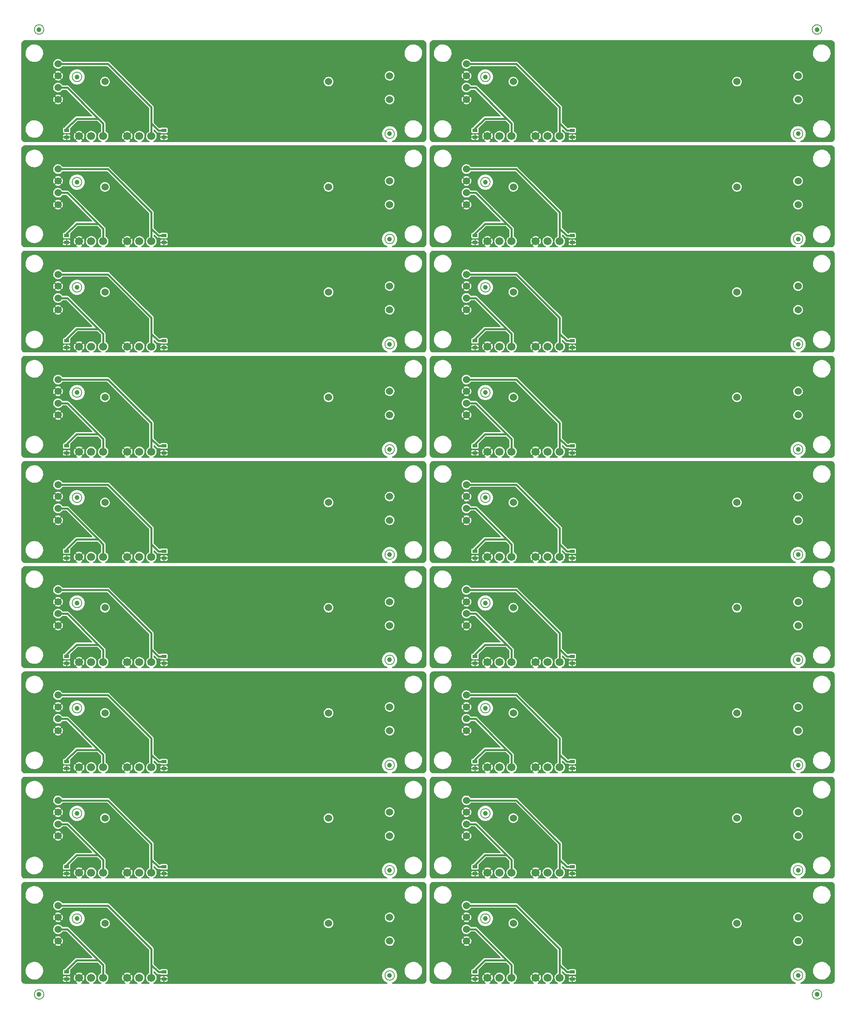
<source format=gbr>
%TF.GenerationSoftware,KiCad,Pcbnew,(5.99.0-11441-g1a5e63bcab)*%
%TF.CreationDate,2022-01-11T09:27:24+01:00*%
%TF.ProjectId,Slider_potentiometer,536c6964-6572-45f7-906f-74656e74696f,V1.1.1.*%
%TF.SameCoordinates,PX5f5e100PYe5d5e40*%
%TF.FileFunction,Copper,L1,Top*%
%TF.FilePolarity,Positive*%
%FSLAX46Y46*%
G04 Gerber Fmt 4.6, Leading zero omitted, Abs format (unit mm)*
G04 Created by KiCad (PCBNEW (5.99.0-11441-g1a5e63bcab)) date 2022-01-11 09:27:24*
%MOMM*%
%LPD*%
G01*
G04 APERTURE LIST*
%TA.AperFunction,EtchedComponent*%
%ADD10C,0.200000*%
%TD*%
%TA.AperFunction,SMDPad,CuDef*%
%ADD11C,1.000000*%
%TD*%
%TA.AperFunction,SMDPad,CuDef*%
%ADD12R,1.000000X0.660000*%
%TD*%
%TA.AperFunction,ComponentPad*%
%ADD13C,1.700000*%
%TD*%
%TA.AperFunction,ComponentPad*%
%ADD14C,1.524000*%
%TD*%
%TA.AperFunction,ViaPad*%
%ADD15C,0.500000*%
%TD*%
%TA.AperFunction,Conductor*%
%ADD16C,0.400000*%
%TD*%
G04 APERTURE END LIST*
D10*
%TO.C,FD1*%
X5000000Y201600000D02*
G75*
G03*
X5000000Y201600000I-1000000J0D01*
G01*
X169200000Y201600000D02*
G75*
G03*
X169200000Y201600000I-1000000J0D01*
G01*
X169200000Y-2000000D02*
G75*
G03*
X169200000Y-2000000I-1000000J0D01*
G01*
X5000000Y-2000000D02*
G75*
G03*
X5000000Y-2000000I-1000000J0D01*
G01*
%TO.C,FD2*%
X165200000Y179600000D02*
G75*
G03*
X165200000Y179600000I-1000000J0D01*
G01*
%TO.C,FD1*%
X99200000Y191600000D02*
G75*
G03*
X99200000Y191600000I-1000000J0D01*
G01*
X13000000Y191600000D02*
G75*
G03*
X13000000Y191600000I-1000000J0D01*
G01*
%TO.C,FD2*%
X79000000Y179600000D02*
G75*
G03*
X79000000Y179600000I-1000000J0D01*
G01*
X165200000Y157400000D02*
G75*
G03*
X165200000Y157400000I-1000000J0D01*
G01*
%TO.C,FD1*%
X99200000Y169400000D02*
G75*
G03*
X99200000Y169400000I-1000000J0D01*
G01*
X13000000Y169400000D02*
G75*
G03*
X13000000Y169400000I-1000000J0D01*
G01*
%TO.C,FD2*%
X79000000Y157400000D02*
G75*
G03*
X79000000Y157400000I-1000000J0D01*
G01*
X165200000Y135200000D02*
G75*
G03*
X165200000Y135200000I-1000000J0D01*
G01*
%TO.C,FD1*%
X99200000Y147200000D02*
G75*
G03*
X99200000Y147200000I-1000000J0D01*
G01*
X13000000Y147200000D02*
G75*
G03*
X13000000Y147200000I-1000000J0D01*
G01*
%TO.C,FD2*%
X79000000Y135200000D02*
G75*
G03*
X79000000Y135200000I-1000000J0D01*
G01*
X165200000Y113000000D02*
G75*
G03*
X165200000Y113000000I-1000000J0D01*
G01*
%TO.C,FD1*%
X99200000Y125000000D02*
G75*
G03*
X99200000Y125000000I-1000000J0D01*
G01*
X13000000Y125000000D02*
G75*
G03*
X13000000Y125000000I-1000000J0D01*
G01*
%TO.C,FD2*%
X79000000Y113000000D02*
G75*
G03*
X79000000Y113000000I-1000000J0D01*
G01*
X165200000Y90800000D02*
G75*
G03*
X165200000Y90800000I-1000000J0D01*
G01*
%TO.C,FD1*%
X99200000Y102800000D02*
G75*
G03*
X99200000Y102800000I-1000000J0D01*
G01*
X13000000Y102800000D02*
G75*
G03*
X13000000Y102800000I-1000000J0D01*
G01*
%TO.C,FD2*%
X79000000Y90800000D02*
G75*
G03*
X79000000Y90800000I-1000000J0D01*
G01*
X165200000Y68600000D02*
G75*
G03*
X165200000Y68600000I-1000000J0D01*
G01*
%TO.C,FD1*%
X99200000Y80600000D02*
G75*
G03*
X99200000Y80600000I-1000000J0D01*
G01*
X13000000Y80600000D02*
G75*
G03*
X13000000Y80600000I-1000000J0D01*
G01*
%TO.C,FD2*%
X79000000Y68600000D02*
G75*
G03*
X79000000Y68600000I-1000000J0D01*
G01*
X165200000Y46400000D02*
G75*
G03*
X165200000Y46400000I-1000000J0D01*
G01*
%TO.C,FD1*%
X99200000Y58400000D02*
G75*
G03*
X99200000Y58400000I-1000000J0D01*
G01*
X13000000Y58400000D02*
G75*
G03*
X13000000Y58400000I-1000000J0D01*
G01*
%TO.C,FD2*%
X79000000Y46400000D02*
G75*
G03*
X79000000Y46400000I-1000000J0D01*
G01*
X165200000Y24200000D02*
G75*
G03*
X165200000Y24200000I-1000000J0D01*
G01*
%TO.C,FD1*%
X99200000Y36200000D02*
G75*
G03*
X99200000Y36200000I-1000000J0D01*
G01*
X13000000Y36200000D02*
G75*
G03*
X13000000Y36200000I-1000000J0D01*
G01*
%TO.C,FD2*%
X79000000Y24200000D02*
G75*
G03*
X79000000Y24200000I-1000000J0D01*
G01*
%TO.C,FD1*%
X99200000Y14000000D02*
G75*
G03*
X99200000Y14000000I-1000000J0D01*
G01*
%TO.C,FD2*%
X165200000Y2000000D02*
G75*
G03*
X165200000Y2000000I-1000000J0D01*
G01*
X79000000Y2000000D02*
G75*
G03*
X79000000Y2000000I-1000000J0D01*
G01*
%TO.C,FD1*%
X13000000Y14000000D02*
G75*
G03*
X13000000Y14000000I-1000000J0D01*
G01*
%TD*%
D11*
%TO.P,FD1,1*%
%TO.N,N/C*%
X4000000Y201600000D03*
%TD*%
%TO.P,FD1,1*%
%TO.N,N/C*%
X168200000Y201600000D03*
%TD*%
%TO.P,FD1,1*%
%TO.N,N/C*%
X168200000Y-2000000D03*
%TD*%
%TO.P,FD1,1*%
%TO.N,N/C*%
X4000000Y-2000000D03*
%TD*%
D12*
%TO.P,C2,1*%
%TO.N,GND*%
X9810000Y178870000D03*
%TO.P,C2,2*%
%TO.N,OUTB*%
X9810000Y180330000D03*
%TD*%
%TO.P,C1,1*%
%TO.N,OUTA*%
X116550000Y180330000D03*
%TO.P,C1,2*%
%TO.N,GND*%
X116550000Y178870000D03*
%TD*%
%TO.P,C2,1*%
%TO.N,GND*%
X96010000Y178870000D03*
%TO.P,C2,2*%
%TO.N,OUTB*%
X96010000Y180330000D03*
%TD*%
D13*
%TO.P,K2,1*%
%TO.N,GND*%
X98660000Y179100000D03*
%TO.P,K2,2*%
%TO.N,VCCB*%
X101200000Y179100000D03*
%TO.P,K2,3*%
%TO.N,OUTB*%
X103740000Y179100000D03*
%TD*%
%TO.P,K1,1*%
%TO.N,GND*%
X108820000Y179100000D03*
%TO.P,K1,2*%
%TO.N,VCCA*%
X111360000Y179100000D03*
%TO.P,K1,3*%
%TO.N,OUTA*%
X113900000Y179100000D03*
%TD*%
D11*
%TO.P,FD2,1*%
%TO.N,N/C*%
X164200000Y179600000D03*
%TD*%
%TO.P,FD1,1*%
%TO.N,N/C*%
X98200000Y191600000D03*
%TD*%
D14*
%TO.P,R1,1a*%
%TO.N,GND*%
X94200000Y191850000D03*
%TO.P,R1,1b*%
X94200000Y186850000D03*
%TO.P,R1,1b0*%
%TO.N,N/C*%
X104100000Y190600000D03*
%TO.P,R1,1b1*%
X151300000Y190600000D03*
%TO.P,R1,2a*%
%TO.N,OUTA*%
X94200000Y194350000D03*
%TO.P,R1,2b*%
%TO.N,OUTB*%
X94200000Y189350000D03*
%TO.P,R1,3a*%
%TO.N,VCCA*%
X164200000Y191850000D03*
%TO.P,R1,3b*%
%TO.N,VCCB*%
X164200000Y186850000D03*
%TD*%
D13*
%TO.P,K2,1*%
%TO.N,GND*%
X12460000Y179100000D03*
%TO.P,K2,2*%
%TO.N,VCCB*%
X15000000Y179100000D03*
%TO.P,K2,3*%
%TO.N,OUTB*%
X17540000Y179100000D03*
%TD*%
D11*
%TO.P,FD1,1*%
%TO.N,N/C*%
X12000000Y191600000D03*
%TD*%
D14*
%TO.P,R1,1a*%
%TO.N,GND*%
X8000000Y191850000D03*
%TO.P,R1,1b*%
X8000000Y186850000D03*
%TO.P,R1,1b0*%
%TO.N,N/C*%
X17900000Y190600000D03*
%TO.P,R1,1b1*%
X65100000Y190600000D03*
%TO.P,R1,2a*%
%TO.N,OUTA*%
X8000000Y194350000D03*
%TO.P,R1,2b*%
%TO.N,OUTB*%
X8000000Y189350000D03*
%TO.P,R1,3a*%
%TO.N,VCCA*%
X78000000Y191850000D03*
%TO.P,R1,3b*%
%TO.N,VCCB*%
X78000000Y186850000D03*
%TD*%
D11*
%TO.P,FD2,1*%
%TO.N,N/C*%
X78000000Y179600000D03*
%TD*%
D13*
%TO.P,K1,1*%
%TO.N,GND*%
X22620000Y179100000D03*
%TO.P,K1,2*%
%TO.N,VCCA*%
X25160000Y179100000D03*
%TO.P,K1,3*%
%TO.N,OUTA*%
X27700000Y179100000D03*
%TD*%
D12*
%TO.P,C1,1*%
%TO.N,OUTA*%
X30350000Y180330000D03*
%TO.P,C1,2*%
%TO.N,GND*%
X30350000Y178870000D03*
%TD*%
%TO.P,C2,1*%
%TO.N,GND*%
X9810000Y156670000D03*
%TO.P,C2,2*%
%TO.N,OUTB*%
X9810000Y158130000D03*
%TD*%
%TO.P,C1,1*%
%TO.N,OUTA*%
X116550000Y158130000D03*
%TO.P,C1,2*%
%TO.N,GND*%
X116550000Y156670000D03*
%TD*%
%TO.P,C2,1*%
%TO.N,GND*%
X96010000Y156670000D03*
%TO.P,C2,2*%
%TO.N,OUTB*%
X96010000Y158130000D03*
%TD*%
D13*
%TO.P,K2,1*%
%TO.N,GND*%
X98660000Y156900000D03*
%TO.P,K2,2*%
%TO.N,VCCB*%
X101200000Y156900000D03*
%TO.P,K2,3*%
%TO.N,OUTB*%
X103740000Y156900000D03*
%TD*%
%TO.P,K1,1*%
%TO.N,GND*%
X108820000Y156900000D03*
%TO.P,K1,2*%
%TO.N,VCCA*%
X111360000Y156900000D03*
%TO.P,K1,3*%
%TO.N,OUTA*%
X113900000Y156900000D03*
%TD*%
D11*
%TO.P,FD2,1*%
%TO.N,N/C*%
X164200000Y157400000D03*
%TD*%
%TO.P,FD1,1*%
%TO.N,N/C*%
X98200000Y169400000D03*
%TD*%
D14*
%TO.P,R1,1a*%
%TO.N,GND*%
X94200000Y169650000D03*
%TO.P,R1,1b*%
X94200000Y164650000D03*
%TO.P,R1,1b0*%
%TO.N,N/C*%
X104100000Y168400000D03*
%TO.P,R1,1b1*%
X151300000Y168400000D03*
%TO.P,R1,2a*%
%TO.N,OUTA*%
X94200000Y172150000D03*
%TO.P,R1,2b*%
%TO.N,OUTB*%
X94200000Y167150000D03*
%TO.P,R1,3a*%
%TO.N,VCCA*%
X164200000Y169650000D03*
%TO.P,R1,3b*%
%TO.N,VCCB*%
X164200000Y164650000D03*
%TD*%
D13*
%TO.P,K2,1*%
%TO.N,GND*%
X12460000Y156900000D03*
%TO.P,K2,2*%
%TO.N,VCCB*%
X15000000Y156900000D03*
%TO.P,K2,3*%
%TO.N,OUTB*%
X17540000Y156900000D03*
%TD*%
D11*
%TO.P,FD1,1*%
%TO.N,N/C*%
X12000000Y169400000D03*
%TD*%
D14*
%TO.P,R1,1a*%
%TO.N,GND*%
X8000000Y169650000D03*
%TO.P,R1,1b*%
X8000000Y164650000D03*
%TO.P,R1,1b0*%
%TO.N,N/C*%
X17900000Y168400000D03*
%TO.P,R1,1b1*%
X65100000Y168400000D03*
%TO.P,R1,2a*%
%TO.N,OUTA*%
X8000000Y172150000D03*
%TO.P,R1,2b*%
%TO.N,OUTB*%
X8000000Y167150000D03*
%TO.P,R1,3a*%
%TO.N,VCCA*%
X78000000Y169650000D03*
%TO.P,R1,3b*%
%TO.N,VCCB*%
X78000000Y164650000D03*
%TD*%
D11*
%TO.P,FD2,1*%
%TO.N,N/C*%
X78000000Y157400000D03*
%TD*%
D13*
%TO.P,K1,1*%
%TO.N,GND*%
X22620000Y156900000D03*
%TO.P,K1,2*%
%TO.N,VCCA*%
X25160000Y156900000D03*
%TO.P,K1,3*%
%TO.N,OUTA*%
X27700000Y156900000D03*
%TD*%
D12*
%TO.P,C1,1*%
%TO.N,OUTA*%
X30350000Y158130000D03*
%TO.P,C1,2*%
%TO.N,GND*%
X30350000Y156670000D03*
%TD*%
%TO.P,C2,1*%
%TO.N,GND*%
X9810000Y134470000D03*
%TO.P,C2,2*%
%TO.N,OUTB*%
X9810000Y135930000D03*
%TD*%
%TO.P,C1,1*%
%TO.N,OUTA*%
X116550000Y135930000D03*
%TO.P,C1,2*%
%TO.N,GND*%
X116550000Y134470000D03*
%TD*%
%TO.P,C2,1*%
%TO.N,GND*%
X96010000Y134470000D03*
%TO.P,C2,2*%
%TO.N,OUTB*%
X96010000Y135930000D03*
%TD*%
D13*
%TO.P,K2,1*%
%TO.N,GND*%
X98660000Y134700000D03*
%TO.P,K2,2*%
%TO.N,VCCB*%
X101200000Y134700000D03*
%TO.P,K2,3*%
%TO.N,OUTB*%
X103740000Y134700000D03*
%TD*%
%TO.P,K1,1*%
%TO.N,GND*%
X108820000Y134700000D03*
%TO.P,K1,2*%
%TO.N,VCCA*%
X111360000Y134700000D03*
%TO.P,K1,3*%
%TO.N,OUTA*%
X113900000Y134700000D03*
%TD*%
D11*
%TO.P,FD2,1*%
%TO.N,N/C*%
X164200000Y135200000D03*
%TD*%
%TO.P,FD1,1*%
%TO.N,N/C*%
X98200000Y147200000D03*
%TD*%
D14*
%TO.P,R1,1a*%
%TO.N,GND*%
X94200000Y147450000D03*
%TO.P,R1,1b*%
X94200000Y142450000D03*
%TO.P,R1,1b0*%
%TO.N,N/C*%
X104100000Y146200000D03*
%TO.P,R1,1b1*%
X151300000Y146200000D03*
%TO.P,R1,2a*%
%TO.N,OUTA*%
X94200000Y149950000D03*
%TO.P,R1,2b*%
%TO.N,OUTB*%
X94200000Y144950000D03*
%TO.P,R1,3a*%
%TO.N,VCCA*%
X164200000Y147450000D03*
%TO.P,R1,3b*%
%TO.N,VCCB*%
X164200000Y142450000D03*
%TD*%
D13*
%TO.P,K2,1*%
%TO.N,GND*%
X12460000Y134700000D03*
%TO.P,K2,2*%
%TO.N,VCCB*%
X15000000Y134700000D03*
%TO.P,K2,3*%
%TO.N,OUTB*%
X17540000Y134700000D03*
%TD*%
D11*
%TO.P,FD1,1*%
%TO.N,N/C*%
X12000000Y147200000D03*
%TD*%
D14*
%TO.P,R1,1a*%
%TO.N,GND*%
X8000000Y147450000D03*
%TO.P,R1,1b*%
X8000000Y142450000D03*
%TO.P,R1,1b0*%
%TO.N,N/C*%
X17900000Y146200000D03*
%TO.P,R1,1b1*%
X65100000Y146200000D03*
%TO.P,R1,2a*%
%TO.N,OUTA*%
X8000000Y149950000D03*
%TO.P,R1,2b*%
%TO.N,OUTB*%
X8000000Y144950000D03*
%TO.P,R1,3a*%
%TO.N,VCCA*%
X78000000Y147450000D03*
%TO.P,R1,3b*%
%TO.N,VCCB*%
X78000000Y142450000D03*
%TD*%
D11*
%TO.P,FD2,1*%
%TO.N,N/C*%
X78000000Y135200000D03*
%TD*%
D13*
%TO.P,K1,1*%
%TO.N,GND*%
X22620000Y134700000D03*
%TO.P,K1,2*%
%TO.N,VCCA*%
X25160000Y134700000D03*
%TO.P,K1,3*%
%TO.N,OUTA*%
X27700000Y134700000D03*
%TD*%
D12*
%TO.P,C1,1*%
%TO.N,OUTA*%
X30350000Y135930000D03*
%TO.P,C1,2*%
%TO.N,GND*%
X30350000Y134470000D03*
%TD*%
%TO.P,C2,1*%
%TO.N,GND*%
X9810000Y112270000D03*
%TO.P,C2,2*%
%TO.N,OUTB*%
X9810000Y113730000D03*
%TD*%
%TO.P,C1,1*%
%TO.N,OUTA*%
X116550000Y113730000D03*
%TO.P,C1,2*%
%TO.N,GND*%
X116550000Y112270000D03*
%TD*%
%TO.P,C2,1*%
%TO.N,GND*%
X96010000Y112270000D03*
%TO.P,C2,2*%
%TO.N,OUTB*%
X96010000Y113730000D03*
%TD*%
D13*
%TO.P,K2,1*%
%TO.N,GND*%
X98660000Y112500000D03*
%TO.P,K2,2*%
%TO.N,VCCB*%
X101200000Y112500000D03*
%TO.P,K2,3*%
%TO.N,OUTB*%
X103740000Y112500000D03*
%TD*%
%TO.P,K1,1*%
%TO.N,GND*%
X108820000Y112500000D03*
%TO.P,K1,2*%
%TO.N,VCCA*%
X111360000Y112500000D03*
%TO.P,K1,3*%
%TO.N,OUTA*%
X113900000Y112500000D03*
%TD*%
D11*
%TO.P,FD2,1*%
%TO.N,N/C*%
X164200000Y113000000D03*
%TD*%
%TO.P,FD1,1*%
%TO.N,N/C*%
X98200000Y125000000D03*
%TD*%
D14*
%TO.P,R1,1a*%
%TO.N,GND*%
X94200000Y125250000D03*
%TO.P,R1,1b*%
X94200000Y120250000D03*
%TO.P,R1,1b0*%
%TO.N,N/C*%
X104100000Y124000000D03*
%TO.P,R1,1b1*%
X151300000Y124000000D03*
%TO.P,R1,2a*%
%TO.N,OUTA*%
X94200000Y127750000D03*
%TO.P,R1,2b*%
%TO.N,OUTB*%
X94200000Y122750000D03*
%TO.P,R1,3a*%
%TO.N,VCCA*%
X164200000Y125250000D03*
%TO.P,R1,3b*%
%TO.N,VCCB*%
X164200000Y120250000D03*
%TD*%
D13*
%TO.P,K2,1*%
%TO.N,GND*%
X12460000Y112500000D03*
%TO.P,K2,2*%
%TO.N,VCCB*%
X15000000Y112500000D03*
%TO.P,K2,3*%
%TO.N,OUTB*%
X17540000Y112500000D03*
%TD*%
D11*
%TO.P,FD1,1*%
%TO.N,N/C*%
X12000000Y125000000D03*
%TD*%
D14*
%TO.P,R1,1a*%
%TO.N,GND*%
X8000000Y125250000D03*
%TO.P,R1,1b*%
X8000000Y120250000D03*
%TO.P,R1,1b0*%
%TO.N,N/C*%
X17900000Y124000000D03*
%TO.P,R1,1b1*%
X65100000Y124000000D03*
%TO.P,R1,2a*%
%TO.N,OUTA*%
X8000000Y127750000D03*
%TO.P,R1,2b*%
%TO.N,OUTB*%
X8000000Y122750000D03*
%TO.P,R1,3a*%
%TO.N,VCCA*%
X78000000Y125250000D03*
%TO.P,R1,3b*%
%TO.N,VCCB*%
X78000000Y120250000D03*
%TD*%
D11*
%TO.P,FD2,1*%
%TO.N,N/C*%
X78000000Y113000000D03*
%TD*%
D13*
%TO.P,K1,1*%
%TO.N,GND*%
X22620000Y112500000D03*
%TO.P,K1,2*%
%TO.N,VCCA*%
X25160000Y112500000D03*
%TO.P,K1,3*%
%TO.N,OUTA*%
X27700000Y112500000D03*
%TD*%
D12*
%TO.P,C1,1*%
%TO.N,OUTA*%
X30350000Y113730000D03*
%TO.P,C1,2*%
%TO.N,GND*%
X30350000Y112270000D03*
%TD*%
%TO.P,C2,1*%
%TO.N,GND*%
X9810000Y90070000D03*
%TO.P,C2,2*%
%TO.N,OUTB*%
X9810000Y91530000D03*
%TD*%
%TO.P,C1,1*%
%TO.N,OUTA*%
X116550000Y91530000D03*
%TO.P,C1,2*%
%TO.N,GND*%
X116550000Y90070000D03*
%TD*%
%TO.P,C2,1*%
%TO.N,GND*%
X96010000Y90070000D03*
%TO.P,C2,2*%
%TO.N,OUTB*%
X96010000Y91530000D03*
%TD*%
D13*
%TO.P,K2,1*%
%TO.N,GND*%
X98660000Y90300000D03*
%TO.P,K2,2*%
%TO.N,VCCB*%
X101200000Y90300000D03*
%TO.P,K2,3*%
%TO.N,OUTB*%
X103740000Y90300000D03*
%TD*%
%TO.P,K1,1*%
%TO.N,GND*%
X108820000Y90300000D03*
%TO.P,K1,2*%
%TO.N,VCCA*%
X111360000Y90300000D03*
%TO.P,K1,3*%
%TO.N,OUTA*%
X113900000Y90300000D03*
%TD*%
D11*
%TO.P,FD2,1*%
%TO.N,N/C*%
X164200000Y90800000D03*
%TD*%
%TO.P,FD1,1*%
%TO.N,N/C*%
X98200000Y102800000D03*
%TD*%
D14*
%TO.P,R1,1a*%
%TO.N,GND*%
X94200000Y103050000D03*
%TO.P,R1,1b*%
X94200000Y98050000D03*
%TO.P,R1,1b0*%
%TO.N,N/C*%
X104100000Y101800000D03*
%TO.P,R1,1b1*%
X151300000Y101800000D03*
%TO.P,R1,2a*%
%TO.N,OUTA*%
X94200000Y105550000D03*
%TO.P,R1,2b*%
%TO.N,OUTB*%
X94200000Y100550000D03*
%TO.P,R1,3a*%
%TO.N,VCCA*%
X164200000Y103050000D03*
%TO.P,R1,3b*%
%TO.N,VCCB*%
X164200000Y98050000D03*
%TD*%
D13*
%TO.P,K2,1*%
%TO.N,GND*%
X12460000Y90300000D03*
%TO.P,K2,2*%
%TO.N,VCCB*%
X15000000Y90300000D03*
%TO.P,K2,3*%
%TO.N,OUTB*%
X17540000Y90300000D03*
%TD*%
D11*
%TO.P,FD1,1*%
%TO.N,N/C*%
X12000000Y102800000D03*
%TD*%
D14*
%TO.P,R1,1a*%
%TO.N,GND*%
X8000000Y103050000D03*
%TO.P,R1,1b*%
X8000000Y98050000D03*
%TO.P,R1,1b0*%
%TO.N,N/C*%
X17900000Y101800000D03*
%TO.P,R1,1b1*%
X65100000Y101800000D03*
%TO.P,R1,2a*%
%TO.N,OUTA*%
X8000000Y105550000D03*
%TO.P,R1,2b*%
%TO.N,OUTB*%
X8000000Y100550000D03*
%TO.P,R1,3a*%
%TO.N,VCCA*%
X78000000Y103050000D03*
%TO.P,R1,3b*%
%TO.N,VCCB*%
X78000000Y98050000D03*
%TD*%
D11*
%TO.P,FD2,1*%
%TO.N,N/C*%
X78000000Y90800000D03*
%TD*%
D13*
%TO.P,K1,1*%
%TO.N,GND*%
X22620000Y90300000D03*
%TO.P,K1,2*%
%TO.N,VCCA*%
X25160000Y90300000D03*
%TO.P,K1,3*%
%TO.N,OUTA*%
X27700000Y90300000D03*
%TD*%
D12*
%TO.P,C1,1*%
%TO.N,OUTA*%
X30350000Y91530000D03*
%TO.P,C1,2*%
%TO.N,GND*%
X30350000Y90070000D03*
%TD*%
%TO.P,C2,1*%
%TO.N,GND*%
X9810000Y67870000D03*
%TO.P,C2,2*%
%TO.N,OUTB*%
X9810000Y69330000D03*
%TD*%
%TO.P,C1,1*%
%TO.N,OUTA*%
X116550000Y69330000D03*
%TO.P,C1,2*%
%TO.N,GND*%
X116550000Y67870000D03*
%TD*%
%TO.P,C2,1*%
%TO.N,GND*%
X96010000Y67870000D03*
%TO.P,C2,2*%
%TO.N,OUTB*%
X96010000Y69330000D03*
%TD*%
D13*
%TO.P,K2,1*%
%TO.N,GND*%
X98660000Y68100000D03*
%TO.P,K2,2*%
%TO.N,VCCB*%
X101200000Y68100000D03*
%TO.P,K2,3*%
%TO.N,OUTB*%
X103740000Y68100000D03*
%TD*%
%TO.P,K1,1*%
%TO.N,GND*%
X108820000Y68100000D03*
%TO.P,K1,2*%
%TO.N,VCCA*%
X111360000Y68100000D03*
%TO.P,K1,3*%
%TO.N,OUTA*%
X113900000Y68100000D03*
%TD*%
D11*
%TO.P,FD2,1*%
%TO.N,N/C*%
X164200000Y68600000D03*
%TD*%
%TO.P,FD1,1*%
%TO.N,N/C*%
X98200000Y80600000D03*
%TD*%
D14*
%TO.P,R1,1a*%
%TO.N,GND*%
X94200000Y80850000D03*
%TO.P,R1,1b*%
X94200000Y75850000D03*
%TO.P,R1,1b0*%
%TO.N,N/C*%
X104100000Y79600000D03*
%TO.P,R1,1b1*%
X151300000Y79600000D03*
%TO.P,R1,2a*%
%TO.N,OUTA*%
X94200000Y83350000D03*
%TO.P,R1,2b*%
%TO.N,OUTB*%
X94200000Y78350000D03*
%TO.P,R1,3a*%
%TO.N,VCCA*%
X164200000Y80850000D03*
%TO.P,R1,3b*%
%TO.N,VCCB*%
X164200000Y75850000D03*
%TD*%
D13*
%TO.P,K2,1*%
%TO.N,GND*%
X12460000Y68100000D03*
%TO.P,K2,2*%
%TO.N,VCCB*%
X15000000Y68100000D03*
%TO.P,K2,3*%
%TO.N,OUTB*%
X17540000Y68100000D03*
%TD*%
D11*
%TO.P,FD1,1*%
%TO.N,N/C*%
X12000000Y80600000D03*
%TD*%
D14*
%TO.P,R1,1a*%
%TO.N,GND*%
X8000000Y80850000D03*
%TO.P,R1,1b*%
X8000000Y75850000D03*
%TO.P,R1,1b0*%
%TO.N,N/C*%
X17900000Y79600000D03*
%TO.P,R1,1b1*%
X65100000Y79600000D03*
%TO.P,R1,2a*%
%TO.N,OUTA*%
X8000000Y83350000D03*
%TO.P,R1,2b*%
%TO.N,OUTB*%
X8000000Y78350000D03*
%TO.P,R1,3a*%
%TO.N,VCCA*%
X78000000Y80850000D03*
%TO.P,R1,3b*%
%TO.N,VCCB*%
X78000000Y75850000D03*
%TD*%
D11*
%TO.P,FD2,1*%
%TO.N,N/C*%
X78000000Y68600000D03*
%TD*%
D13*
%TO.P,K1,1*%
%TO.N,GND*%
X22620000Y68100000D03*
%TO.P,K1,2*%
%TO.N,VCCA*%
X25160000Y68100000D03*
%TO.P,K1,3*%
%TO.N,OUTA*%
X27700000Y68100000D03*
%TD*%
D12*
%TO.P,C1,1*%
%TO.N,OUTA*%
X30350000Y69330000D03*
%TO.P,C1,2*%
%TO.N,GND*%
X30350000Y67870000D03*
%TD*%
%TO.P,C2,1*%
%TO.N,GND*%
X9810000Y45670000D03*
%TO.P,C2,2*%
%TO.N,OUTB*%
X9810000Y47130000D03*
%TD*%
%TO.P,C1,1*%
%TO.N,OUTA*%
X116550000Y47130000D03*
%TO.P,C1,2*%
%TO.N,GND*%
X116550000Y45670000D03*
%TD*%
%TO.P,C2,1*%
%TO.N,GND*%
X96010000Y45670000D03*
%TO.P,C2,2*%
%TO.N,OUTB*%
X96010000Y47130000D03*
%TD*%
D13*
%TO.P,K2,1*%
%TO.N,GND*%
X98660000Y45900000D03*
%TO.P,K2,2*%
%TO.N,VCCB*%
X101200000Y45900000D03*
%TO.P,K2,3*%
%TO.N,OUTB*%
X103740000Y45900000D03*
%TD*%
%TO.P,K1,1*%
%TO.N,GND*%
X108820000Y45900000D03*
%TO.P,K1,2*%
%TO.N,VCCA*%
X111360000Y45900000D03*
%TO.P,K1,3*%
%TO.N,OUTA*%
X113900000Y45900000D03*
%TD*%
D11*
%TO.P,FD2,1*%
%TO.N,N/C*%
X164200000Y46400000D03*
%TD*%
%TO.P,FD1,1*%
%TO.N,N/C*%
X98200000Y58400000D03*
%TD*%
D14*
%TO.P,R1,1a*%
%TO.N,GND*%
X94200000Y58650000D03*
%TO.P,R1,1b*%
X94200000Y53650000D03*
%TO.P,R1,1b0*%
%TO.N,N/C*%
X104100000Y57400000D03*
%TO.P,R1,1b1*%
X151300000Y57400000D03*
%TO.P,R1,2a*%
%TO.N,OUTA*%
X94200000Y61150000D03*
%TO.P,R1,2b*%
%TO.N,OUTB*%
X94200000Y56150000D03*
%TO.P,R1,3a*%
%TO.N,VCCA*%
X164200000Y58650000D03*
%TO.P,R1,3b*%
%TO.N,VCCB*%
X164200000Y53650000D03*
%TD*%
D13*
%TO.P,K2,1*%
%TO.N,GND*%
X12460000Y45900000D03*
%TO.P,K2,2*%
%TO.N,VCCB*%
X15000000Y45900000D03*
%TO.P,K2,3*%
%TO.N,OUTB*%
X17540000Y45900000D03*
%TD*%
D11*
%TO.P,FD1,1*%
%TO.N,N/C*%
X12000000Y58400000D03*
%TD*%
D14*
%TO.P,R1,1a*%
%TO.N,GND*%
X8000000Y58650000D03*
%TO.P,R1,1b*%
X8000000Y53650000D03*
%TO.P,R1,1b0*%
%TO.N,N/C*%
X17900000Y57400000D03*
%TO.P,R1,1b1*%
X65100000Y57400000D03*
%TO.P,R1,2a*%
%TO.N,OUTA*%
X8000000Y61150000D03*
%TO.P,R1,2b*%
%TO.N,OUTB*%
X8000000Y56150000D03*
%TO.P,R1,3a*%
%TO.N,VCCA*%
X78000000Y58650000D03*
%TO.P,R1,3b*%
%TO.N,VCCB*%
X78000000Y53650000D03*
%TD*%
D11*
%TO.P,FD2,1*%
%TO.N,N/C*%
X78000000Y46400000D03*
%TD*%
D13*
%TO.P,K1,1*%
%TO.N,GND*%
X22620000Y45900000D03*
%TO.P,K1,2*%
%TO.N,VCCA*%
X25160000Y45900000D03*
%TO.P,K1,3*%
%TO.N,OUTA*%
X27700000Y45900000D03*
%TD*%
D12*
%TO.P,C1,1*%
%TO.N,OUTA*%
X30350000Y47130000D03*
%TO.P,C1,2*%
%TO.N,GND*%
X30350000Y45670000D03*
%TD*%
%TO.P,C2,1*%
%TO.N,GND*%
X9810000Y23470000D03*
%TO.P,C2,2*%
%TO.N,OUTB*%
X9810000Y24930000D03*
%TD*%
%TO.P,C1,1*%
%TO.N,OUTA*%
X116550000Y24930000D03*
%TO.P,C1,2*%
%TO.N,GND*%
X116550000Y23470000D03*
%TD*%
%TO.P,C2,1*%
%TO.N,GND*%
X96010000Y23470000D03*
%TO.P,C2,2*%
%TO.N,OUTB*%
X96010000Y24930000D03*
%TD*%
D13*
%TO.P,K2,1*%
%TO.N,GND*%
X98660000Y23700000D03*
%TO.P,K2,2*%
%TO.N,VCCB*%
X101200000Y23700000D03*
%TO.P,K2,3*%
%TO.N,OUTB*%
X103740000Y23700000D03*
%TD*%
%TO.P,K1,1*%
%TO.N,GND*%
X108820000Y23700000D03*
%TO.P,K1,2*%
%TO.N,VCCA*%
X111360000Y23700000D03*
%TO.P,K1,3*%
%TO.N,OUTA*%
X113900000Y23700000D03*
%TD*%
D11*
%TO.P,FD2,1*%
%TO.N,N/C*%
X164200000Y24200000D03*
%TD*%
%TO.P,FD1,1*%
%TO.N,N/C*%
X98200000Y36200000D03*
%TD*%
D14*
%TO.P,R1,1a*%
%TO.N,GND*%
X94200000Y36450000D03*
%TO.P,R1,1b*%
X94200000Y31450000D03*
%TO.P,R1,1b0*%
%TO.N,N/C*%
X104100000Y35200000D03*
%TO.P,R1,1b1*%
X151300000Y35200000D03*
%TO.P,R1,2a*%
%TO.N,OUTA*%
X94200000Y38950000D03*
%TO.P,R1,2b*%
%TO.N,OUTB*%
X94200000Y33950000D03*
%TO.P,R1,3a*%
%TO.N,VCCA*%
X164200000Y36450000D03*
%TO.P,R1,3b*%
%TO.N,VCCB*%
X164200000Y31450000D03*
%TD*%
D13*
%TO.P,K2,1*%
%TO.N,GND*%
X12460000Y23700000D03*
%TO.P,K2,2*%
%TO.N,VCCB*%
X15000000Y23700000D03*
%TO.P,K2,3*%
%TO.N,OUTB*%
X17540000Y23700000D03*
%TD*%
D11*
%TO.P,FD1,1*%
%TO.N,N/C*%
X12000000Y36200000D03*
%TD*%
D14*
%TO.P,R1,1a*%
%TO.N,GND*%
X8000000Y36450000D03*
%TO.P,R1,1b*%
X8000000Y31450000D03*
%TO.P,R1,1b0*%
%TO.N,N/C*%
X17900000Y35200000D03*
%TO.P,R1,1b1*%
X65100000Y35200000D03*
%TO.P,R1,2a*%
%TO.N,OUTA*%
X8000000Y38950000D03*
%TO.P,R1,2b*%
%TO.N,OUTB*%
X8000000Y33950000D03*
%TO.P,R1,3a*%
%TO.N,VCCA*%
X78000000Y36450000D03*
%TO.P,R1,3b*%
%TO.N,VCCB*%
X78000000Y31450000D03*
%TD*%
D11*
%TO.P,FD2,1*%
%TO.N,N/C*%
X78000000Y24200000D03*
%TD*%
D13*
%TO.P,K1,1*%
%TO.N,GND*%
X22620000Y23700000D03*
%TO.P,K1,2*%
%TO.N,VCCA*%
X25160000Y23700000D03*
%TO.P,K1,3*%
%TO.N,OUTA*%
X27700000Y23700000D03*
%TD*%
D12*
%TO.P,C1,1*%
%TO.N,OUTA*%
X30350000Y24930000D03*
%TO.P,C1,2*%
%TO.N,GND*%
X30350000Y23470000D03*
%TD*%
%TO.P,C2,1*%
%TO.N,GND*%
X96010000Y1270000D03*
%TO.P,C2,2*%
%TO.N,OUTB*%
X96010000Y2730000D03*
%TD*%
D13*
%TO.P,K2,1*%
%TO.N,GND*%
X98660000Y1500000D03*
%TO.P,K2,2*%
%TO.N,VCCB*%
X101200000Y1500000D03*
%TO.P,K2,3*%
%TO.N,OUTB*%
X103740000Y1500000D03*
%TD*%
D11*
%TO.P,FD1,1*%
%TO.N,N/C*%
X98200000Y14000000D03*
%TD*%
D14*
%TO.P,R1,1a*%
%TO.N,GND*%
X94200000Y14250000D03*
%TO.P,R1,1b*%
X94200000Y9250000D03*
%TO.P,R1,1b0*%
%TO.N,N/C*%
X104100000Y13000000D03*
%TO.P,R1,1b1*%
X151300000Y13000000D03*
%TO.P,R1,2a*%
%TO.N,OUTA*%
X94200000Y16750000D03*
%TO.P,R1,2b*%
%TO.N,OUTB*%
X94200000Y11750000D03*
%TO.P,R1,3a*%
%TO.N,VCCA*%
X164200000Y14250000D03*
%TO.P,R1,3b*%
%TO.N,VCCB*%
X164200000Y9250000D03*
%TD*%
D11*
%TO.P,FD2,1*%
%TO.N,N/C*%
X164200000Y2000000D03*
%TD*%
D13*
%TO.P,K1,1*%
%TO.N,GND*%
X108820000Y1500000D03*
%TO.P,K1,2*%
%TO.N,VCCA*%
X111360000Y1500000D03*
%TO.P,K1,3*%
%TO.N,OUTA*%
X113900000Y1500000D03*
%TD*%
D12*
%TO.P,C1,1*%
%TO.N,OUTA*%
X116550000Y2730000D03*
%TO.P,C1,2*%
%TO.N,GND*%
X116550000Y1270000D03*
%TD*%
%TO.P,C2,1*%
%TO.N,GND*%
X9810000Y1270000D03*
%TO.P,C2,2*%
%TO.N,OUTB*%
X9810000Y2730000D03*
%TD*%
D11*
%TO.P,FD2,1*%
%TO.N,N/C*%
X78000000Y2000000D03*
%TD*%
D14*
%TO.P,R1,1a*%
%TO.N,GND*%
X8000000Y14250000D03*
%TO.P,R1,1b*%
X8000000Y9250000D03*
%TO.P,R1,1b0*%
%TO.N,N/C*%
X17900000Y13000000D03*
%TO.P,R1,1b1*%
X65100000Y13000000D03*
%TO.P,R1,2a*%
%TO.N,OUTA*%
X8000000Y16750000D03*
%TO.P,R1,2b*%
%TO.N,OUTB*%
X8000000Y11750000D03*
%TO.P,R1,3a*%
%TO.N,VCCA*%
X78000000Y14250000D03*
%TO.P,R1,3b*%
%TO.N,VCCB*%
X78000000Y9250000D03*
%TD*%
D11*
%TO.P,FD1,1*%
%TO.N,N/C*%
X12000000Y14000000D03*
%TD*%
D12*
%TO.P,C1,1*%
%TO.N,OUTA*%
X30350000Y2730000D03*
%TO.P,C1,2*%
%TO.N,GND*%
X30350000Y1270000D03*
%TD*%
D13*
%TO.P,K1,1*%
%TO.N,GND*%
X22620000Y1500000D03*
%TO.P,K1,2*%
%TO.N,VCCA*%
X25160000Y1500000D03*
%TO.P,K1,3*%
%TO.N,OUTA*%
X27700000Y1500000D03*
%TD*%
%TO.P,K2,1*%
%TO.N,GND*%
X12460000Y1500000D03*
%TO.P,K2,2*%
%TO.N,VCCB*%
X15000000Y1500000D03*
%TO.P,K2,3*%
%TO.N,OUTB*%
X17540000Y1500000D03*
%TD*%
D15*
%TO.N,GND*%
X115900000Y185700000D03*
X96100000Y190500000D03*
X94900000Y178300000D03*
X117900000Y178600000D03*
X113300000Y187900000D03*
X106400000Y178400000D03*
X115800000Y183700000D03*
X104200000Y187000000D03*
X96200000Y187500000D03*
X109400000Y187900000D03*
X27100000Y187900000D03*
X20200000Y178400000D03*
X29700000Y185700000D03*
X8700000Y178300000D03*
X18000000Y187000000D03*
X31700000Y178600000D03*
X29600000Y183700000D03*
X23200000Y187900000D03*
X10000000Y187500000D03*
X9900000Y190500000D03*
X115900000Y163500000D03*
X96100000Y168300000D03*
X94900000Y156100000D03*
X117900000Y156400000D03*
X113300000Y165700000D03*
X106400000Y156200000D03*
X115800000Y161500000D03*
X104200000Y164800000D03*
X96200000Y165300000D03*
X109400000Y165700000D03*
X27100000Y165700000D03*
X20200000Y156200000D03*
X29700000Y163500000D03*
X8700000Y156100000D03*
X18000000Y164800000D03*
X31700000Y156400000D03*
X29600000Y161500000D03*
X23200000Y165700000D03*
X10000000Y165300000D03*
X9900000Y168300000D03*
X115900000Y141300000D03*
X96100000Y146100000D03*
X94900000Y133900000D03*
X117900000Y134200000D03*
X113300000Y143500000D03*
X106400000Y134000000D03*
X115800000Y139300000D03*
X104200000Y142600000D03*
X96200000Y143100000D03*
X109400000Y143500000D03*
X27100000Y143500000D03*
X20200000Y134000000D03*
X29700000Y141300000D03*
X8700000Y133900000D03*
X18000000Y142600000D03*
X31700000Y134200000D03*
X29600000Y139300000D03*
X23200000Y143500000D03*
X10000000Y143100000D03*
X9900000Y146100000D03*
X115900000Y119100000D03*
X96100000Y123900000D03*
X94900000Y111700000D03*
X117900000Y112000000D03*
X113300000Y121300000D03*
X106400000Y111800000D03*
X115800000Y117100000D03*
X104200000Y120400000D03*
X96200000Y120900000D03*
X109400000Y121300000D03*
X27100000Y121300000D03*
X20200000Y111800000D03*
X29700000Y119100000D03*
X8700000Y111700000D03*
X18000000Y120400000D03*
X31700000Y112000000D03*
X29600000Y117100000D03*
X23200000Y121300000D03*
X10000000Y120900000D03*
X9900000Y123900000D03*
X115900000Y96900000D03*
X96100000Y101700000D03*
X94900000Y89500000D03*
X117900000Y89800000D03*
X113300000Y99100000D03*
X106400000Y89600000D03*
X115800000Y94900000D03*
X104200000Y98200000D03*
X96200000Y98700000D03*
X109400000Y99100000D03*
X27100000Y99100000D03*
X20200000Y89600000D03*
X29700000Y96900000D03*
X8700000Y89500000D03*
X18000000Y98200000D03*
X31700000Y89800000D03*
X29600000Y94900000D03*
X23200000Y99100000D03*
X10000000Y98700000D03*
X9900000Y101700000D03*
X115900000Y74700000D03*
X96100000Y79500000D03*
X94900000Y67300000D03*
X117900000Y67600000D03*
X113300000Y76900000D03*
X106400000Y67400000D03*
X115800000Y72700000D03*
X104200000Y76000000D03*
X96200000Y76500000D03*
X109400000Y76900000D03*
X27100000Y76900000D03*
X20200000Y67400000D03*
X29700000Y74700000D03*
X8700000Y67300000D03*
X18000000Y76000000D03*
X31700000Y67600000D03*
X29600000Y72700000D03*
X23200000Y76900000D03*
X10000000Y76500000D03*
X9900000Y79500000D03*
X115900000Y52500000D03*
X96100000Y57300000D03*
X94900000Y45100000D03*
X117900000Y45400000D03*
X113300000Y54700000D03*
X106400000Y45200000D03*
X115800000Y50500000D03*
X104200000Y53800000D03*
X96200000Y54300000D03*
X109400000Y54700000D03*
X27100000Y54700000D03*
X20200000Y45200000D03*
X29700000Y52500000D03*
X8700000Y45100000D03*
X18000000Y53800000D03*
X31700000Y45400000D03*
X29600000Y50500000D03*
X23200000Y54700000D03*
X10000000Y54300000D03*
X9900000Y57300000D03*
X115900000Y30300000D03*
X96100000Y35100000D03*
X94900000Y22900000D03*
X117900000Y23200000D03*
X113300000Y32500000D03*
X106400000Y23000000D03*
X115800000Y28300000D03*
X104200000Y31600000D03*
X96200000Y32100000D03*
X109400000Y32500000D03*
X27100000Y32500000D03*
X20200000Y23000000D03*
X29700000Y30300000D03*
X8700000Y22900000D03*
X18000000Y31600000D03*
X31700000Y23200000D03*
X29600000Y28300000D03*
X23200000Y32500000D03*
X10000000Y32100000D03*
X9900000Y35100000D03*
X113300000Y10300000D03*
X106400000Y800000D03*
X115900000Y8100000D03*
X94900000Y700000D03*
X104200000Y9400000D03*
X117900000Y1000000D03*
X115800000Y6100000D03*
X109400000Y10300000D03*
X96200000Y9900000D03*
X96100000Y12900000D03*
X10000000Y9900000D03*
X29600000Y6100000D03*
X31700000Y1000000D03*
X9900000Y12900000D03*
X18000000Y9400000D03*
X29700000Y8100000D03*
X23200000Y10300000D03*
X20200000Y800000D03*
X27100000Y10300000D03*
X8700000Y700000D03*
%TD*%
D16*
%TO.N,OUTB*%
X102700000Y182800000D02*
X96150000Y189350000D01*
X98100000Y182800000D02*
X102700000Y182800000D01*
X96010000Y180710000D02*
X98100000Y182800000D01*
%TO.N,OUTA*%
X116550000Y180330000D02*
X115370000Y180330000D01*
%TO.N,OUTB*%
X96010000Y180330000D02*
X96010000Y180710000D01*
%TO.N,OUTA*%
X113900000Y181800000D02*
X113900000Y185200000D01*
%TO.N,OUTB*%
X102700000Y182800000D02*
X103740000Y181760000D01*
%TO.N,OUTA*%
X104750000Y194350000D02*
X94200000Y194350000D01*
X113900000Y185200000D02*
X104750000Y194350000D01*
X115370000Y180330000D02*
X113900000Y181800000D01*
X113900000Y181800000D02*
X113900000Y179100000D01*
%TO.N,OUTB*%
X96150000Y189350000D02*
X94200000Y189350000D01*
X103740000Y181760000D02*
X103740000Y179100000D01*
X16500000Y182800000D02*
X9950000Y189350000D01*
X11900000Y182800000D02*
X16500000Y182800000D01*
X9810000Y180710000D02*
X11900000Y182800000D01*
X9810000Y180330000D02*
X9810000Y180710000D01*
X16500000Y182800000D02*
X17540000Y181760000D01*
%TO.N,OUTA*%
X18550000Y194350000D02*
X8000000Y194350000D01*
X29170000Y180330000D02*
X27700000Y181800000D01*
X27700000Y181800000D02*
X27700000Y179100000D01*
%TO.N,OUTB*%
X17540000Y181760000D02*
X17540000Y179100000D01*
X9950000Y189350000D02*
X8000000Y189350000D01*
%TO.N,OUTA*%
X27700000Y181800000D02*
X27700000Y185200000D01*
X30350000Y180330000D02*
X29170000Y180330000D01*
X27700000Y185200000D02*
X18550000Y194350000D01*
%TO.N,OUTB*%
X102700000Y160600000D02*
X96150000Y167150000D01*
X98100000Y160600000D02*
X102700000Y160600000D01*
X96010000Y158510000D02*
X98100000Y160600000D01*
%TO.N,OUTA*%
X116550000Y158130000D02*
X115370000Y158130000D01*
%TO.N,OUTB*%
X96010000Y158130000D02*
X96010000Y158510000D01*
%TO.N,OUTA*%
X113900000Y159600000D02*
X113900000Y163000000D01*
%TO.N,OUTB*%
X102700000Y160600000D02*
X103740000Y159560000D01*
%TO.N,OUTA*%
X104750000Y172150000D02*
X94200000Y172150000D01*
X113900000Y163000000D02*
X104750000Y172150000D01*
X115370000Y158130000D02*
X113900000Y159600000D01*
X113900000Y159600000D02*
X113900000Y156900000D01*
%TO.N,OUTB*%
X96150000Y167150000D02*
X94200000Y167150000D01*
X103740000Y159560000D02*
X103740000Y156900000D01*
X16500000Y160600000D02*
X9950000Y167150000D01*
X11900000Y160600000D02*
X16500000Y160600000D01*
X9810000Y158510000D02*
X11900000Y160600000D01*
X9810000Y158130000D02*
X9810000Y158510000D01*
X16500000Y160600000D02*
X17540000Y159560000D01*
%TO.N,OUTA*%
X18550000Y172150000D02*
X8000000Y172150000D01*
X29170000Y158130000D02*
X27700000Y159600000D01*
X27700000Y159600000D02*
X27700000Y156900000D01*
%TO.N,OUTB*%
X17540000Y159560000D02*
X17540000Y156900000D01*
X9950000Y167150000D02*
X8000000Y167150000D01*
%TO.N,OUTA*%
X27700000Y159600000D02*
X27700000Y163000000D01*
X30350000Y158130000D02*
X29170000Y158130000D01*
X27700000Y163000000D02*
X18550000Y172150000D01*
%TO.N,OUTB*%
X102700000Y138400000D02*
X96150000Y144950000D01*
X98100000Y138400000D02*
X102700000Y138400000D01*
X96010000Y136310000D02*
X98100000Y138400000D01*
%TO.N,OUTA*%
X116550000Y135930000D02*
X115370000Y135930000D01*
%TO.N,OUTB*%
X96010000Y135930000D02*
X96010000Y136310000D01*
%TO.N,OUTA*%
X113900000Y137400000D02*
X113900000Y140800000D01*
%TO.N,OUTB*%
X102700000Y138400000D02*
X103740000Y137360000D01*
%TO.N,OUTA*%
X104750000Y149950000D02*
X94200000Y149950000D01*
X113900000Y140800000D02*
X104750000Y149950000D01*
X115370000Y135930000D02*
X113900000Y137400000D01*
X113900000Y137400000D02*
X113900000Y134700000D01*
%TO.N,OUTB*%
X96150000Y144950000D02*
X94200000Y144950000D01*
X103740000Y137360000D02*
X103740000Y134700000D01*
X16500000Y138400000D02*
X9950000Y144950000D01*
X11900000Y138400000D02*
X16500000Y138400000D01*
X9810000Y136310000D02*
X11900000Y138400000D01*
X9810000Y135930000D02*
X9810000Y136310000D01*
X16500000Y138400000D02*
X17540000Y137360000D01*
%TO.N,OUTA*%
X18550000Y149950000D02*
X8000000Y149950000D01*
X29170000Y135930000D02*
X27700000Y137400000D01*
X27700000Y137400000D02*
X27700000Y134700000D01*
%TO.N,OUTB*%
X17540000Y137360000D02*
X17540000Y134700000D01*
X9950000Y144950000D02*
X8000000Y144950000D01*
%TO.N,OUTA*%
X27700000Y137400000D02*
X27700000Y140800000D01*
X30350000Y135930000D02*
X29170000Y135930000D01*
X27700000Y140800000D02*
X18550000Y149950000D01*
%TO.N,OUTB*%
X102700000Y116200000D02*
X96150000Y122750000D01*
X98100000Y116200000D02*
X102700000Y116200000D01*
X96010000Y114110000D02*
X98100000Y116200000D01*
%TO.N,OUTA*%
X116550000Y113730000D02*
X115370000Y113730000D01*
%TO.N,OUTB*%
X96010000Y113730000D02*
X96010000Y114110000D01*
%TO.N,OUTA*%
X113900000Y115200000D02*
X113900000Y118600000D01*
%TO.N,OUTB*%
X102700000Y116200000D02*
X103740000Y115160000D01*
%TO.N,OUTA*%
X104750000Y127750000D02*
X94200000Y127750000D01*
X113900000Y118600000D02*
X104750000Y127750000D01*
X115370000Y113730000D02*
X113900000Y115200000D01*
X113900000Y115200000D02*
X113900000Y112500000D01*
%TO.N,OUTB*%
X96150000Y122750000D02*
X94200000Y122750000D01*
X103740000Y115160000D02*
X103740000Y112500000D01*
X16500000Y116200000D02*
X9950000Y122750000D01*
X11900000Y116200000D02*
X16500000Y116200000D01*
X9810000Y114110000D02*
X11900000Y116200000D01*
X9810000Y113730000D02*
X9810000Y114110000D01*
X16500000Y116200000D02*
X17540000Y115160000D01*
%TO.N,OUTA*%
X18550000Y127750000D02*
X8000000Y127750000D01*
X29170000Y113730000D02*
X27700000Y115200000D01*
X27700000Y115200000D02*
X27700000Y112500000D01*
%TO.N,OUTB*%
X17540000Y115160000D02*
X17540000Y112500000D01*
X9950000Y122750000D02*
X8000000Y122750000D01*
%TO.N,OUTA*%
X27700000Y115200000D02*
X27700000Y118600000D01*
X30350000Y113730000D02*
X29170000Y113730000D01*
X27700000Y118600000D02*
X18550000Y127750000D01*
%TO.N,OUTB*%
X102700000Y94000000D02*
X96150000Y100550000D01*
X98100000Y94000000D02*
X102700000Y94000000D01*
X96010000Y91910000D02*
X98100000Y94000000D01*
%TO.N,OUTA*%
X116550000Y91530000D02*
X115370000Y91530000D01*
%TO.N,OUTB*%
X96010000Y91530000D02*
X96010000Y91910000D01*
%TO.N,OUTA*%
X113900000Y93000000D02*
X113900000Y96400000D01*
%TO.N,OUTB*%
X102700000Y94000000D02*
X103740000Y92960000D01*
%TO.N,OUTA*%
X104750000Y105550000D02*
X94200000Y105550000D01*
X113900000Y96400000D02*
X104750000Y105550000D01*
X115370000Y91530000D02*
X113900000Y93000000D01*
X113900000Y93000000D02*
X113900000Y90300000D01*
%TO.N,OUTB*%
X96150000Y100550000D02*
X94200000Y100550000D01*
X103740000Y92960000D02*
X103740000Y90300000D01*
X16500000Y94000000D02*
X9950000Y100550000D01*
X11900000Y94000000D02*
X16500000Y94000000D01*
X9810000Y91910000D02*
X11900000Y94000000D01*
X9810000Y91530000D02*
X9810000Y91910000D01*
X16500000Y94000000D02*
X17540000Y92960000D01*
%TO.N,OUTA*%
X18550000Y105550000D02*
X8000000Y105550000D01*
X29170000Y91530000D02*
X27700000Y93000000D01*
X27700000Y93000000D02*
X27700000Y90300000D01*
%TO.N,OUTB*%
X17540000Y92960000D02*
X17540000Y90300000D01*
X9950000Y100550000D02*
X8000000Y100550000D01*
%TO.N,OUTA*%
X27700000Y93000000D02*
X27700000Y96400000D01*
X30350000Y91530000D02*
X29170000Y91530000D01*
X27700000Y96400000D02*
X18550000Y105550000D01*
%TO.N,OUTB*%
X102700000Y71800000D02*
X96150000Y78350000D01*
X98100000Y71800000D02*
X102700000Y71800000D01*
X96010000Y69710000D02*
X98100000Y71800000D01*
%TO.N,OUTA*%
X116550000Y69330000D02*
X115370000Y69330000D01*
%TO.N,OUTB*%
X96010000Y69330000D02*
X96010000Y69710000D01*
%TO.N,OUTA*%
X113900000Y70800000D02*
X113900000Y74200000D01*
%TO.N,OUTB*%
X102700000Y71800000D02*
X103740000Y70760000D01*
%TO.N,OUTA*%
X104750000Y83350000D02*
X94200000Y83350000D01*
X113900000Y74200000D02*
X104750000Y83350000D01*
X115370000Y69330000D02*
X113900000Y70800000D01*
X113900000Y70800000D02*
X113900000Y68100000D01*
%TO.N,OUTB*%
X96150000Y78350000D02*
X94200000Y78350000D01*
X103740000Y70760000D02*
X103740000Y68100000D01*
X16500000Y71800000D02*
X9950000Y78350000D01*
X11900000Y71800000D02*
X16500000Y71800000D01*
X9810000Y69710000D02*
X11900000Y71800000D01*
X9810000Y69330000D02*
X9810000Y69710000D01*
X16500000Y71800000D02*
X17540000Y70760000D01*
%TO.N,OUTA*%
X18550000Y83350000D02*
X8000000Y83350000D01*
X29170000Y69330000D02*
X27700000Y70800000D01*
X27700000Y70800000D02*
X27700000Y68100000D01*
%TO.N,OUTB*%
X17540000Y70760000D02*
X17540000Y68100000D01*
X9950000Y78350000D02*
X8000000Y78350000D01*
%TO.N,OUTA*%
X27700000Y70800000D02*
X27700000Y74200000D01*
X30350000Y69330000D02*
X29170000Y69330000D01*
X27700000Y74200000D02*
X18550000Y83350000D01*
%TO.N,OUTB*%
X102700000Y49600000D02*
X96150000Y56150000D01*
X98100000Y49600000D02*
X102700000Y49600000D01*
X96010000Y47510000D02*
X98100000Y49600000D01*
%TO.N,OUTA*%
X116550000Y47130000D02*
X115370000Y47130000D01*
%TO.N,OUTB*%
X96010000Y47130000D02*
X96010000Y47510000D01*
%TO.N,OUTA*%
X113900000Y48600000D02*
X113900000Y52000000D01*
%TO.N,OUTB*%
X102700000Y49600000D02*
X103740000Y48560000D01*
%TO.N,OUTA*%
X104750000Y61150000D02*
X94200000Y61150000D01*
X113900000Y52000000D02*
X104750000Y61150000D01*
X115370000Y47130000D02*
X113900000Y48600000D01*
X113900000Y48600000D02*
X113900000Y45900000D01*
%TO.N,OUTB*%
X96150000Y56150000D02*
X94200000Y56150000D01*
X103740000Y48560000D02*
X103740000Y45900000D01*
X16500000Y49600000D02*
X9950000Y56150000D01*
X11900000Y49600000D02*
X16500000Y49600000D01*
X9810000Y47510000D02*
X11900000Y49600000D01*
X9810000Y47130000D02*
X9810000Y47510000D01*
X16500000Y49600000D02*
X17540000Y48560000D01*
%TO.N,OUTA*%
X18550000Y61150000D02*
X8000000Y61150000D01*
X29170000Y47130000D02*
X27700000Y48600000D01*
X27700000Y48600000D02*
X27700000Y45900000D01*
%TO.N,OUTB*%
X17540000Y48560000D02*
X17540000Y45900000D01*
X9950000Y56150000D02*
X8000000Y56150000D01*
%TO.N,OUTA*%
X27700000Y48600000D02*
X27700000Y52000000D01*
X30350000Y47130000D02*
X29170000Y47130000D01*
X27700000Y52000000D02*
X18550000Y61150000D01*
%TO.N,OUTB*%
X102700000Y27400000D02*
X96150000Y33950000D01*
X98100000Y27400000D02*
X102700000Y27400000D01*
X96010000Y25310000D02*
X98100000Y27400000D01*
%TO.N,OUTA*%
X116550000Y24930000D02*
X115370000Y24930000D01*
%TO.N,OUTB*%
X96010000Y24930000D02*
X96010000Y25310000D01*
%TO.N,OUTA*%
X113900000Y26400000D02*
X113900000Y29800000D01*
%TO.N,OUTB*%
X102700000Y27400000D02*
X103740000Y26360000D01*
%TO.N,OUTA*%
X104750000Y38950000D02*
X94200000Y38950000D01*
X113900000Y29800000D02*
X104750000Y38950000D01*
X115370000Y24930000D02*
X113900000Y26400000D01*
X113900000Y26400000D02*
X113900000Y23700000D01*
%TO.N,OUTB*%
X96150000Y33950000D02*
X94200000Y33950000D01*
X103740000Y26360000D02*
X103740000Y23700000D01*
X16500000Y27400000D02*
X9950000Y33950000D01*
X11900000Y27400000D02*
X16500000Y27400000D01*
X9810000Y25310000D02*
X11900000Y27400000D01*
X9810000Y24930000D02*
X9810000Y25310000D01*
X16500000Y27400000D02*
X17540000Y26360000D01*
%TO.N,OUTA*%
X18550000Y38950000D02*
X8000000Y38950000D01*
X29170000Y24930000D02*
X27700000Y26400000D01*
X27700000Y26400000D02*
X27700000Y23700000D01*
%TO.N,OUTB*%
X17540000Y26360000D02*
X17540000Y23700000D01*
X9950000Y33950000D02*
X8000000Y33950000D01*
%TO.N,OUTA*%
X27700000Y26400000D02*
X27700000Y29800000D01*
X30350000Y24930000D02*
X29170000Y24930000D01*
X27700000Y29800000D02*
X18550000Y38950000D01*
%TO.N,OUTB*%
X102700000Y5200000D02*
X96150000Y11750000D01*
X98100000Y5200000D02*
X102700000Y5200000D01*
X96010000Y3110000D02*
X98100000Y5200000D01*
X96010000Y2730000D02*
X96010000Y3110000D01*
X102700000Y5200000D02*
X103740000Y4160000D01*
%TO.N,OUTA*%
X104750000Y16750000D02*
X94200000Y16750000D01*
X115370000Y2730000D02*
X113900000Y4200000D01*
X113900000Y4200000D02*
X113900000Y1500000D01*
%TO.N,OUTB*%
X103740000Y4160000D02*
X103740000Y1500000D01*
X96150000Y11750000D02*
X94200000Y11750000D01*
%TO.N,OUTA*%
X113900000Y4200000D02*
X113900000Y7600000D01*
X116550000Y2730000D02*
X115370000Y2730000D01*
X113900000Y7600000D02*
X104750000Y16750000D01*
X27700000Y4200000D02*
X27700000Y1500000D01*
X27700000Y7600000D02*
X18550000Y16750000D01*
X30350000Y2730000D02*
X29170000Y2730000D01*
X29170000Y2730000D02*
X27700000Y4200000D01*
X27700000Y4200000D02*
X27700000Y7600000D01*
X18550000Y16750000D02*
X8000000Y16750000D01*
%TO.N,OUTB*%
X9950000Y11750000D02*
X8000000Y11750000D01*
X17540000Y4160000D02*
X17540000Y1500000D01*
X16500000Y5200000D02*
X17540000Y4160000D01*
X9810000Y2730000D02*
X9810000Y3110000D01*
X16500000Y5200000D02*
X9950000Y11750000D01*
X9810000Y3110000D02*
X11900000Y5200000D01*
X11900000Y5200000D02*
X16500000Y5200000D01*
%TD*%
%TA.AperFunction,Conductor*%
%TO.N,GND*%
G36*
X84987153Y21743579D02*
G01*
X85000000Y21741024D01*
X85012172Y21743445D01*
X85019754Y21743445D01*
X85032104Y21742838D01*
X85133188Y21732882D01*
X85157408Y21728065D01*
X85273617Y21692813D01*
X85296418Y21683369D01*
X85403517Y21626124D01*
X85424047Y21612406D01*
X85517909Y21535374D01*
X85535374Y21517909D01*
X85612406Y21424047D01*
X85626124Y21403517D01*
X85683369Y21296418D01*
X85692813Y21273617D01*
X85728065Y21157408D01*
X85732882Y21133188D01*
X85742838Y21032104D01*
X85743445Y21019754D01*
X85743445Y21012172D01*
X85741024Y21000000D01*
X85743445Y20987830D01*
X85743579Y20987156D01*
X85746000Y20962575D01*
X85746000Y1037425D01*
X85743579Y1012847D01*
X85741024Y1000000D01*
X85743445Y987828D01*
X85743445Y980246D01*
X85742838Y967896D01*
X85732882Y866812D01*
X85728065Y842592D01*
X85692813Y726383D01*
X85683369Y703582D01*
X85626124Y596483D01*
X85612406Y575953D01*
X85535374Y482091D01*
X85517909Y464626D01*
X85440711Y401270D01*
X85429767Y392288D01*
X85424047Y387594D01*
X85403517Y373876D01*
X85296418Y316631D01*
X85273617Y307187D01*
X85157408Y271935D01*
X85133188Y267118D01*
X85032104Y257162D01*
X85019754Y256555D01*
X85012172Y256555D01*
X85000000Y258976D01*
X84987153Y256421D01*
X84962575Y254000D01*
X78600537Y254000D01*
X78532416Y274002D01*
X78485923Y327658D01*
X78475819Y397932D01*
X78505313Y462512D01*
X78552319Y496409D01*
X78724285Y567639D01*
X78724289Y567641D01*
X78728859Y569534D01*
X78943659Y701164D01*
X78947419Y704376D01*
X78947424Y704379D01*
X79131462Y861563D01*
X79135224Y864776D01*
X79167106Y902105D01*
X79295621Y1052576D01*
X79295624Y1052581D01*
X79298836Y1056341D01*
X79430466Y1271141D01*
X79446900Y1310815D01*
X79524979Y1499316D01*
X79524980Y1499318D01*
X79526873Y1503889D01*
X79559999Y1641869D01*
X79584528Y1744039D01*
X79584529Y1744045D01*
X79585683Y1748852D01*
X79605449Y2000000D01*
X79585683Y2251148D01*
X79581759Y2267495D01*
X79528334Y2490026D01*
X79526873Y2496111D01*
X79524135Y2502721D01*
X79432361Y2724285D01*
X79432359Y2724289D01*
X79430466Y2728859D01*
X79298836Y2943659D01*
X79295624Y2947419D01*
X79295621Y2947424D01*
X79200838Y3058400D01*
X81141680Y3058400D01*
X81141855Y3053948D01*
X81147387Y2913164D01*
X81151991Y2795978D01*
X81199174Y2537627D01*
X81210820Y2502721D01*
X81272255Y2318578D01*
X81282289Y2288501D01*
X81303084Y2246884D01*
X81389405Y2074129D01*
X81399677Y2053571D01*
X81548995Y1837526D01*
X81552011Y1834264D01*
X81552016Y1834257D01*
X81724249Y1647937D01*
X81724254Y1647933D01*
X81727265Y1644675D01*
X81930929Y1478866D01*
X81934747Y1476567D01*
X81934749Y1476566D01*
X82086827Y1385008D01*
X82155924Y1343408D01*
X82268947Y1295549D01*
X82393663Y1242738D01*
X82393666Y1242737D01*
X82397761Y1241003D01*
X82402053Y1239865D01*
X82402056Y1239864D01*
X82647317Y1174834D01*
X82647321Y1174833D01*
X82651614Y1173695D01*
X82656023Y1173173D01*
X82656029Y1173172D01*
X82826509Y1152995D01*
X82912418Y1142827D01*
X83174970Y1149014D01*
X83255543Y1162425D01*
X83429640Y1191403D01*
X83429644Y1191404D01*
X83434030Y1192134D01*
X83438271Y1193475D01*
X83438274Y1193476D01*
X83680185Y1269982D01*
X83680187Y1269983D01*
X83684431Y1271325D01*
X83688442Y1273251D01*
X83688447Y1273253D01*
X83917156Y1383078D01*
X83917157Y1383079D01*
X83921175Y1385008D01*
X84030984Y1458380D01*
X84135831Y1528437D01*
X84135835Y1528440D01*
X84139539Y1530915D01*
X84142856Y1533886D01*
X84142860Y1533889D01*
X84331849Y1703161D01*
X84331850Y1703162D01*
X84335167Y1706133D01*
X84504154Y1907168D01*
X84643130Y2130008D01*
X84649960Y2145456D01*
X84747522Y2366139D01*
X84749320Y2370206D01*
X84820607Y2622970D01*
X84834830Y2728859D01*
X84855141Y2880076D01*
X84855142Y2880084D01*
X84855568Y2883258D01*
X84855706Y2887645D01*
X84859136Y2996778D01*
X84859136Y2996783D01*
X84859237Y3000000D01*
X84840689Y3261969D01*
X84832196Y3301420D01*
X84786350Y3514364D01*
X84786350Y3514366D01*
X84785414Y3518711D01*
X84694515Y3765103D01*
X84569806Y3996229D01*
X84413775Y4207478D01*
X84387218Y4234456D01*
X84305721Y4317242D01*
X84229535Y4394634D01*
X84020764Y4553964D01*
X83791625Y4682288D01*
X83787466Y4683897D01*
X83550846Y4775439D01*
X83550840Y4775441D01*
X83546691Y4777046D01*
X83542359Y4778050D01*
X83542356Y4778051D01*
X83437747Y4802298D01*
X83290849Y4836347D01*
X83029204Y4859008D01*
X83024769Y4858764D01*
X83024765Y4858764D01*
X82771419Y4844821D01*
X82771412Y4844820D01*
X82766976Y4844576D01*
X82509397Y4793341D01*
X82261608Y4706323D01*
X82257657Y4704270D01*
X82257651Y4704268D01*
X82032501Y4587312D01*
X82028551Y4585260D01*
X82024936Y4582677D01*
X82024930Y4582673D01*
X81980975Y4551262D01*
X81814878Y4432567D01*
X81624851Y4251290D01*
X81622095Y4247794D01*
X81622094Y4247793D01*
X81537395Y4140353D01*
X81462261Y4045046D01*
X81419682Y3971740D01*
X81332588Y3821798D01*
X81332585Y3821792D01*
X81330354Y3817951D01*
X81328684Y3813828D01*
X81307257Y3760926D01*
X81231761Y3574536D01*
X81230690Y3570223D01*
X81230688Y3570218D01*
X81217894Y3518711D01*
X81168448Y3319657D01*
X81141680Y3058400D01*
X79200838Y3058400D01*
X79138437Y3131462D01*
X79135224Y3135224D01*
X79044445Y3212757D01*
X78947424Y3295621D01*
X78947419Y3295624D01*
X78943659Y3298836D01*
X78728859Y3430466D01*
X78724289Y3432359D01*
X78724285Y3432361D01*
X78500684Y3524979D01*
X78500682Y3524980D01*
X78496111Y3526873D01*
X78411711Y3547135D01*
X78255961Y3584528D01*
X78255955Y3584529D01*
X78251148Y3585683D01*
X78000000Y3605449D01*
X77748852Y3585683D01*
X77744045Y3584529D01*
X77744039Y3584528D01*
X77588289Y3547135D01*
X77503889Y3526873D01*
X77499318Y3524980D01*
X77499316Y3524979D01*
X77275715Y3432361D01*
X77275711Y3432359D01*
X77271141Y3430466D01*
X77056341Y3298836D01*
X77052581Y3295624D01*
X77052576Y3295621D01*
X76955555Y3212757D01*
X76864776Y3135224D01*
X76861563Y3131462D01*
X76704379Y2947424D01*
X76704376Y2947419D01*
X76701164Y2943659D01*
X76569534Y2728859D01*
X76567641Y2724289D01*
X76567639Y2724285D01*
X76475865Y2502721D01*
X76473127Y2496111D01*
X76471666Y2490026D01*
X76418242Y2267495D01*
X76414317Y2251148D01*
X76394551Y2000000D01*
X76414317Y1748852D01*
X76415471Y1744045D01*
X76415472Y1744039D01*
X76440001Y1641869D01*
X76473127Y1503889D01*
X76475020Y1499318D01*
X76475021Y1499316D01*
X76553101Y1310815D01*
X76569534Y1271141D01*
X76701164Y1056341D01*
X76704376Y1052581D01*
X76704379Y1052576D01*
X76832894Y902105D01*
X76864776Y864776D01*
X76868538Y861563D01*
X77052576Y704379D01*
X77052581Y704376D01*
X77056341Y701164D01*
X77271141Y569534D01*
X77275711Y567641D01*
X77275715Y567639D01*
X77447681Y496409D01*
X77502962Y451861D01*
X77525383Y384497D01*
X77507825Y315706D01*
X77455863Y267328D01*
X77399463Y254000D01*
X28218566Y254000D01*
X28150445Y274002D01*
X28103952Y327658D01*
X28093848Y397932D01*
X28123342Y462512D01*
X28156995Y489931D01*
X28328276Y585853D01*
X28358866Y611294D01*
X28479913Y711969D01*
X28484345Y715655D01*
X28557177Y803225D01*
X28610453Y867282D01*
X28610455Y867285D01*
X28614147Y871724D01*
X28713334Y1048835D01*
X28715190Y1054302D01*
X28715192Y1054307D01*
X28740700Y1129452D01*
X29596000Y1129452D01*
X29596000Y895047D01*
X29599614Y880658D01*
X29630035Y807397D01*
X29643582Y787162D01*
X29697526Y733312D01*
X29717777Y719805D01*
X29788232Y690694D01*
X29812105Y685967D01*
X29850000Y686000D01*
X30204885Y686000D01*
X30220124Y690475D01*
X30221329Y691865D01*
X30223000Y699548D01*
X30223000Y1124885D01*
X30221659Y1129452D01*
X30477000Y1129452D01*
X30477000Y704115D01*
X30481475Y688876D01*
X30482865Y687671D01*
X30490548Y686000D01*
X30894953Y686000D01*
X30909342Y689614D01*
X30982603Y720035D01*
X31002838Y733582D01*
X31056688Y787526D01*
X31070195Y807777D01*
X31099306Y878232D01*
X31104033Y902105D01*
X31104000Y939890D01*
X31104000Y1124885D01*
X31099525Y1140124D01*
X31098135Y1141329D01*
X31090452Y1143000D01*
X30495115Y1143000D01*
X30479876Y1138525D01*
X30478671Y1137135D01*
X30477000Y1129452D01*
X30221659Y1129452D01*
X30218525Y1140124D01*
X30217135Y1141329D01*
X30209452Y1143000D01*
X29614115Y1143000D01*
X29598876Y1138525D01*
X29597671Y1137135D01*
X29596000Y1129452D01*
X28740700Y1129452D01*
X28776728Y1235586D01*
X28776729Y1235591D01*
X28778584Y1241055D01*
X28779412Y1246764D01*
X28779413Y1246769D01*
X28803159Y1410548D01*
X28807712Y1441947D01*
X28809232Y1500000D01*
X28796561Y1637895D01*
X29595967Y1637895D01*
X29596000Y1600110D01*
X29596000Y1415115D01*
X29600475Y1399876D01*
X29601865Y1398671D01*
X29609548Y1397000D01*
X30204885Y1397000D01*
X30220124Y1401475D01*
X30221329Y1402865D01*
X30223000Y1410548D01*
X30223000Y1835885D01*
X30221659Y1840452D01*
X30477000Y1840452D01*
X30477000Y1415115D01*
X30481475Y1399876D01*
X30482865Y1398671D01*
X30490548Y1397000D01*
X31085885Y1397000D01*
X31101124Y1401475D01*
X31102329Y1402865D01*
X31104000Y1410548D01*
X31104000Y1644953D01*
X31100386Y1659342D01*
X31069965Y1732603D01*
X31056418Y1752838D01*
X31002474Y1806688D01*
X30982223Y1820195D01*
X30911768Y1849306D01*
X30887895Y1854033D01*
X30850000Y1854000D01*
X30495115Y1854000D01*
X30479876Y1849525D01*
X30478671Y1848135D01*
X30477000Y1840452D01*
X30221659Y1840452D01*
X30218525Y1851124D01*
X30217135Y1852329D01*
X30209452Y1854000D01*
X29805047Y1854000D01*
X29790658Y1850386D01*
X29717397Y1819965D01*
X29697162Y1806418D01*
X29643312Y1752474D01*
X29629805Y1732223D01*
X29600694Y1661768D01*
X29595967Y1637895D01*
X28796561Y1637895D01*
X28792239Y1684934D01*
X28791187Y1696387D01*
X28791186Y1696390D01*
X28790658Y1702141D01*
X28784273Y1724779D01*
X28737125Y1891954D01*
X28737124Y1891956D01*
X28735557Y1897513D01*
X28732477Y1903760D01*
X28648331Y2074391D01*
X28645776Y2079572D01*
X28524320Y2242221D01*
X28408160Y2349599D01*
X28379503Y2376089D01*
X28375258Y2380013D01*
X28370375Y2383094D01*
X28370371Y2383097D01*
X28213265Y2482223D01*
X28166326Y2535490D01*
X28154500Y2588785D01*
X28154500Y2798550D01*
X28174502Y2866671D01*
X28228158Y2913164D01*
X28298432Y2923268D01*
X28363012Y2893774D01*
X28369595Y2887645D01*
X28824251Y2432989D01*
X28834106Y2421900D01*
X28855359Y2394941D01*
X28876958Y2380013D01*
X28904094Y2361258D01*
X28907287Y2358976D01*
X28954924Y2323791D01*
X28961797Y2321377D01*
X28967789Y2317236D01*
X29024270Y2299374D01*
X29027999Y2298129D01*
X29083874Y2278507D01*
X29091078Y2278224D01*
X29091249Y2278191D01*
X29098097Y2276025D01*
X29104768Y2275500D01*
X29157938Y2275500D01*
X29162884Y2275403D01*
X29220437Y2273142D01*
X29227592Y2275039D01*
X29235967Y2275500D01*
X29562359Y2275500D01*
X29630480Y2255498D01*
X29651375Y2238674D01*
X29706026Y2184120D01*
X29799599Y2145456D01*
X29850000Y2145500D01*
X30900400Y2145500D01*
X30900845Y2145544D01*
X30982334Y2179381D01*
X30982893Y2179613D01*
X30982894Y2179614D01*
X30994351Y2184371D01*
X31030200Y2220283D01*
X31057113Y2247243D01*
X31057114Y2247245D01*
X31065880Y2256026D01*
X31104544Y2349599D01*
X31104500Y2400000D01*
X31104500Y3110400D01*
X31104456Y3110845D01*
X31073872Y3184500D01*
X31070387Y3192893D01*
X31070386Y3192894D01*
X31065629Y3204351D01*
X31021142Y3248760D01*
X31002757Y3267113D01*
X31002755Y3267114D01*
X30993974Y3275880D01*
X30900401Y3314544D01*
X30850000Y3314500D01*
X29799600Y3314500D01*
X29799155Y3314456D01*
X29787957Y3309806D01*
X29717107Y3280387D01*
X29717106Y3280386D01*
X29705649Y3275629D01*
X29692013Y3261969D01*
X29651598Y3221483D01*
X29589315Y3187403D01*
X29562424Y3184500D01*
X29410450Y3184500D01*
X29342329Y3204502D01*
X29321355Y3221405D01*
X28191405Y4351355D01*
X28157379Y4413667D01*
X28154500Y4440450D01*
X28154500Y7565544D01*
X28155373Y7580353D01*
X28158300Y7605085D01*
X28159407Y7614438D01*
X28148768Y7672693D01*
X28148118Y7676596D01*
X28140715Y7725839D01*
X28139315Y7735151D01*
X28136162Y7741717D01*
X28134853Y7748884D01*
X28107560Y7801426D01*
X28105792Y7804963D01*
X28104370Y7807924D01*
X28080154Y7858353D01*
X28075258Y7863649D01*
X28075166Y7863785D01*
X28071852Y7870166D01*
X28067506Y7875254D01*
X28029924Y7912836D01*
X28026494Y7916402D01*
X27993774Y7951798D01*
X27987383Y7958712D01*
X27980983Y7962430D01*
X27974723Y7968037D01*
X26678499Y9264261D01*
X76978682Y9264261D01*
X76995362Y9065614D01*
X77007379Y9023706D01*
X77048558Y8880102D01*
X77050310Y8873991D01*
X77141430Y8696689D01*
X77265253Y8540463D01*
X77417063Y8411263D01*
X77422441Y8408257D01*
X77422443Y8408256D01*
X77463638Y8385233D01*
X77591076Y8314011D01*
X77596935Y8312107D01*
X77596938Y8312106D01*
X77632701Y8300486D01*
X77780665Y8252409D01*
X77786775Y8251680D01*
X77786777Y8251680D01*
X77854314Y8243627D01*
X77978609Y8228806D01*
X77984744Y8229278D01*
X77984746Y8229278D01*
X78171226Y8243627D01*
X78171231Y8243628D01*
X78177367Y8244100D01*
X78183297Y8245756D01*
X78183299Y8245756D01*
X78273368Y8270904D01*
X78369370Y8297708D01*
X78375802Y8300957D01*
X78541802Y8384809D01*
X78541804Y8384810D01*
X78547303Y8387588D01*
X78704390Y8510318D01*
X78726962Y8536468D01*
X78830618Y8656554D01*
X78830619Y8656556D01*
X78834647Y8661222D01*
X78933112Y8834552D01*
X78996035Y9023706D01*
X79002117Y9071846D01*
X79020578Y9217977D01*
X79020579Y9217990D01*
X79021020Y9221480D01*
X79021418Y9250000D01*
X79001965Y9448394D01*
X79000184Y9454293D01*
X79000183Y9454298D01*
X78946129Y9633333D01*
X78944348Y9639232D01*
X78897555Y9727238D01*
X78853655Y9809802D01*
X78853653Y9809805D01*
X78850761Y9815244D01*
X78846871Y9820014D01*
X78846868Y9820018D01*
X78728663Y9964951D01*
X78728660Y9964954D01*
X78724768Y9969726D01*
X78571170Y10096794D01*
X78395815Y10191608D01*
X78205385Y10250556D01*
X78199260Y10251200D01*
X78199259Y10251200D01*
X78013260Y10270749D01*
X78013258Y10270749D01*
X78007131Y10271393D01*
X77884252Y10260210D01*
X77814746Y10253885D01*
X77814745Y10253885D01*
X77808605Y10253326D01*
X77802691Y10251585D01*
X77802689Y10251585D01*
X77791331Y10248242D01*
X77617370Y10197042D01*
X77440709Y10104686D01*
X77435909Y10100826D01*
X77435908Y10100826D01*
X77434021Y10099309D01*
X77285351Y9979775D01*
X77157214Y9827067D01*
X77061179Y9652379D01*
X77059318Y9646512D01*
X77059317Y9646510D01*
X77031040Y9557372D01*
X77000902Y9462365D01*
X76978682Y9264261D01*
X26678499Y9264261D01*
X22928499Y13014261D01*
X64078682Y13014261D01*
X64095362Y12815614D01*
X64114540Y12748734D01*
X64129363Y12697042D01*
X64150310Y12623991D01*
X64167571Y12590405D01*
X64232045Y12464951D01*
X64241430Y12446689D01*
X64365253Y12290463D01*
X64517063Y12161263D01*
X64522441Y12158257D01*
X64522443Y12158256D01*
X64591158Y12119853D01*
X64691076Y12064011D01*
X64696935Y12062107D01*
X64696938Y12062106D01*
X64732701Y12050486D01*
X64880665Y12002409D01*
X64886775Y12001680D01*
X64886777Y12001680D01*
X64954314Y11993627D01*
X65078609Y11978806D01*
X65084744Y11979278D01*
X65084746Y11979278D01*
X65271226Y11993627D01*
X65271231Y11993628D01*
X65277367Y11994100D01*
X65283297Y11995756D01*
X65283299Y11995756D01*
X65373369Y12020904D01*
X65469370Y12047708D01*
X65474870Y12050486D01*
X65641802Y12134809D01*
X65641804Y12134810D01*
X65647303Y12137588D01*
X65804390Y12260318D01*
X65826962Y12286468D01*
X65930618Y12406554D01*
X65930619Y12406556D01*
X65934647Y12411222D01*
X66033112Y12584552D01*
X66096035Y12773706D01*
X66108015Y12868538D01*
X66120578Y12967977D01*
X66120579Y12967987D01*
X66121020Y12971480D01*
X66121418Y13000000D01*
X66101965Y13198394D01*
X66100184Y13204293D01*
X66100183Y13204298D01*
X66046129Y13383333D01*
X66044348Y13389232D01*
X65997554Y13477238D01*
X65953655Y13559802D01*
X65953653Y13559805D01*
X65950761Y13565244D01*
X65946871Y13570014D01*
X65946868Y13570018D01*
X65828663Y13714951D01*
X65828660Y13714954D01*
X65824768Y13719726D01*
X65671170Y13846794D01*
X65495815Y13941608D01*
X65305385Y14000556D01*
X65299260Y14001200D01*
X65299259Y14001200D01*
X65113260Y14020749D01*
X65113258Y14020749D01*
X65107131Y14021393D01*
X64984252Y14010210D01*
X64914746Y14003885D01*
X64914745Y14003885D01*
X64908605Y14003326D01*
X64902691Y14001585D01*
X64902689Y14001585D01*
X64772539Y13963279D01*
X64717370Y13947042D01*
X64540709Y13854686D01*
X64535909Y13850826D01*
X64535908Y13850826D01*
X64530893Y13846794D01*
X64385351Y13729775D01*
X64257214Y13577067D01*
X64161179Y13402379D01*
X64159318Y13396512D01*
X64159317Y13396510D01*
X64157691Y13391384D01*
X64100902Y13212365D01*
X64078682Y13014261D01*
X22928499Y13014261D01*
X21678499Y14264261D01*
X76978682Y14264261D01*
X76995362Y14065614D01*
X77014177Y14000000D01*
X77048558Y13880102D01*
X77050310Y13873991D01*
X77067466Y13840609D01*
X77132045Y13714951D01*
X77141430Y13696689D01*
X77265253Y13540463D01*
X77417063Y13411263D01*
X77422441Y13408257D01*
X77422443Y13408256D01*
X77463638Y13385233D01*
X77591076Y13314011D01*
X77596935Y13312107D01*
X77596938Y13312106D01*
X77632701Y13300486D01*
X77780665Y13252409D01*
X77786775Y13251680D01*
X77786777Y13251680D01*
X77854314Y13243627D01*
X77978609Y13228806D01*
X77984744Y13229278D01*
X77984746Y13229278D01*
X78171226Y13243627D01*
X78171231Y13243628D01*
X78177367Y13244100D01*
X78183297Y13245756D01*
X78183299Y13245756D01*
X78274217Y13271141D01*
X78369370Y13297708D01*
X78375802Y13300957D01*
X78541802Y13384809D01*
X78541804Y13384810D01*
X78547303Y13387588D01*
X78704390Y13510318D01*
X78726962Y13536468D01*
X78830618Y13656554D01*
X78830619Y13656556D01*
X78834647Y13661222D01*
X78933112Y13834552D01*
X78996035Y14023706D01*
X79002117Y14071846D01*
X79020578Y14217977D01*
X79020579Y14217990D01*
X79021020Y14221480D01*
X79021418Y14250000D01*
X79001965Y14448394D01*
X79000184Y14454293D01*
X79000183Y14454298D01*
X78946129Y14633333D01*
X78944348Y14639232D01*
X78894449Y14733079D01*
X78853655Y14809802D01*
X78853653Y14809805D01*
X78850761Y14815244D01*
X78846871Y14820014D01*
X78846868Y14820018D01*
X78728663Y14964951D01*
X78728660Y14964954D01*
X78724768Y14969726D01*
X78571170Y15096794D01*
X78395815Y15191608D01*
X78205385Y15250556D01*
X78199260Y15251200D01*
X78199259Y15251200D01*
X78013260Y15270749D01*
X78013258Y15270749D01*
X78007131Y15271393D01*
X77884252Y15260210D01*
X77814746Y15253885D01*
X77814745Y15253885D01*
X77808605Y15253326D01*
X77802691Y15251585D01*
X77802689Y15251585D01*
X77791331Y15248242D01*
X77617370Y15197042D01*
X77440709Y15104686D01*
X77435909Y15100826D01*
X77435908Y15100826D01*
X77434021Y15099309D01*
X77285351Y14979775D01*
X77157214Y14827067D01*
X77061179Y14652379D01*
X77059318Y14646512D01*
X77059317Y14646510D01*
X77031041Y14557372D01*
X77000902Y14462365D01*
X76978682Y14264261D01*
X21678499Y14264261D01*
X18895749Y17047011D01*
X18885894Y17058100D01*
X18884835Y17059444D01*
X18864641Y17085059D01*
X18839762Y17102254D01*
X18815906Y17118742D01*
X18812713Y17121024D01*
X18765076Y17156209D01*
X18758203Y17158623D01*
X18752211Y17162764D01*
X18695722Y17180629D01*
X18692001Y17181871D01*
X18636126Y17201493D01*
X18628922Y17201776D01*
X18628751Y17201809D01*
X18621903Y17203975D01*
X18615232Y17204500D01*
X18562062Y17204500D01*
X18557116Y17204597D01*
X18556224Y17204632D01*
X18499563Y17206858D01*
X18492408Y17204961D01*
X18484033Y17204500D01*
X8985353Y17204500D01*
X8917232Y17224502D01*
X8874101Y17271347D01*
X8853654Y17309803D01*
X8850761Y17315244D01*
X8845519Y17321671D01*
X8728663Y17464951D01*
X8728660Y17464954D01*
X8724768Y17469726D01*
X8571170Y17596794D01*
X8395815Y17691608D01*
X8205385Y17750556D01*
X8199260Y17751200D01*
X8199259Y17751200D01*
X8013260Y17770749D01*
X8013258Y17770749D01*
X8007131Y17771393D01*
X7884252Y17760210D01*
X7814746Y17753885D01*
X7814745Y17753885D01*
X7808605Y17753326D01*
X7802691Y17751585D01*
X7802689Y17751585D01*
X7672539Y17713279D01*
X7617370Y17697042D01*
X7440709Y17604686D01*
X7435909Y17600826D01*
X7435908Y17600826D01*
X7430893Y17596794D01*
X7285351Y17479775D01*
X7157214Y17327067D01*
X7061179Y17152379D01*
X7059318Y17146512D01*
X7059317Y17146510D01*
X7041522Y17090413D01*
X7000902Y16962365D01*
X6978682Y16764261D01*
X6995362Y16565614D01*
X7050310Y16373991D01*
X7141430Y16196689D01*
X7265253Y16040463D01*
X7417063Y15911263D01*
X7422441Y15908257D01*
X7422443Y15908256D01*
X7464397Y15884809D01*
X7591076Y15814011D01*
X7596935Y15812107D01*
X7596938Y15812106D01*
X7632701Y15800486D01*
X7780665Y15752409D01*
X7786775Y15751680D01*
X7786777Y15751680D01*
X7854314Y15743627D01*
X7978609Y15728806D01*
X7984744Y15729278D01*
X7984746Y15729278D01*
X8171226Y15743627D01*
X8171231Y15743628D01*
X8177367Y15744100D01*
X8183297Y15745756D01*
X8183299Y15745756D01*
X8273368Y15770904D01*
X8369370Y15797708D01*
X8374870Y15800486D01*
X8541802Y15884809D01*
X8541804Y15884810D01*
X8547303Y15887588D01*
X8704390Y16010318D01*
X8730411Y16040463D01*
X8830620Y16156557D01*
X8834647Y16161222D01*
X8874705Y16231737D01*
X8925743Y16281087D01*
X8984261Y16295500D01*
X18309550Y16295500D01*
X18377671Y16275498D01*
X18398645Y16258595D01*
X27208595Y7448645D01*
X27242621Y7386333D01*
X27245500Y7359550D01*
X27245500Y4234456D01*
X27244627Y4219647D01*
X27240593Y4185562D01*
X27242285Y4176298D01*
X27243450Y4169920D01*
X27245500Y4147282D01*
X27245500Y2586532D01*
X27225498Y2518411D01*
X27183922Y2478247D01*
X27052982Y2400347D01*
X27052974Y2400342D01*
X27048010Y2397388D01*
X27043670Y2393582D01*
X27043666Y2393579D01*
X26956587Y2317212D01*
X26895392Y2263545D01*
X26891817Y2259010D01*
X26891816Y2259009D01*
X26881729Y2246214D01*
X26769720Y2104131D01*
X26767031Y2099020D01*
X26767029Y2099017D01*
X26754073Y2074391D01*
X26675203Y1924485D01*
X26615007Y1730622D01*
X26591148Y1529036D01*
X26604424Y1326478D01*
X26605845Y1320882D01*
X26605846Y1320877D01*
X26638543Y1192134D01*
X26654392Y1129731D01*
X26656809Y1124488D01*
X26693912Y1044006D01*
X26739377Y945384D01*
X26742710Y940668D01*
X26851197Y787162D01*
X26856533Y779611D01*
X26860675Y775576D01*
X26934589Y703573D01*
X27001938Y637965D01*
X27170720Y525188D01*
X27176023Y522910D01*
X27176026Y522908D01*
X27239197Y495768D01*
X27293890Y450500D01*
X27315427Y382849D01*
X27296970Y314293D01*
X27244379Y266599D01*
X27189459Y254000D01*
X25678566Y254000D01*
X25610445Y274002D01*
X25563952Y327658D01*
X25553848Y397932D01*
X25583342Y462512D01*
X25616995Y489931D01*
X25788276Y585853D01*
X25818866Y611294D01*
X25939913Y711969D01*
X25944345Y715655D01*
X26017177Y803225D01*
X26070453Y867282D01*
X26070455Y867285D01*
X26074147Y871724D01*
X26173334Y1048835D01*
X26175190Y1054302D01*
X26175192Y1054307D01*
X26236728Y1235586D01*
X26236729Y1235591D01*
X26238584Y1241055D01*
X26239412Y1246764D01*
X26239413Y1246769D01*
X26263159Y1410548D01*
X26267712Y1441947D01*
X26269232Y1500000D01*
X26252239Y1684934D01*
X26251187Y1696387D01*
X26251186Y1696390D01*
X26250658Y1702141D01*
X26244273Y1724779D01*
X26197125Y1891954D01*
X26197124Y1891956D01*
X26195557Y1897513D01*
X26192477Y1903760D01*
X26108331Y2074391D01*
X26105776Y2079572D01*
X25984320Y2242221D01*
X25868160Y2349599D01*
X25839503Y2376089D01*
X25835258Y2380013D01*
X25830375Y2383094D01*
X25830371Y2383097D01*
X25673265Y2482223D01*
X25663581Y2488333D01*
X25475039Y2563554D01*
X25469379Y2564680D01*
X25469375Y2564681D01*
X25281613Y2602029D01*
X25281610Y2602029D01*
X25275946Y2603156D01*
X25270171Y2603232D01*
X25270167Y2603232D01*
X25168793Y2604559D01*
X25072971Y2605813D01*
X25067274Y2604834D01*
X25067273Y2604834D01*
X24878607Y2572415D01*
X24872910Y2571436D01*
X24682463Y2501176D01*
X24508010Y2397388D01*
X24503670Y2393582D01*
X24503666Y2393579D01*
X24416587Y2317212D01*
X24355392Y2263545D01*
X24351817Y2259010D01*
X24351816Y2259009D01*
X24341729Y2246214D01*
X24229720Y2104131D01*
X24227031Y2099020D01*
X24227029Y2099017D01*
X24214073Y2074391D01*
X24135203Y1924485D01*
X24075007Y1730622D01*
X24051148Y1529036D01*
X24064424Y1326478D01*
X24065845Y1320882D01*
X24065846Y1320877D01*
X24098543Y1192134D01*
X24114392Y1129731D01*
X24116809Y1124488D01*
X24153912Y1044006D01*
X24199377Y945384D01*
X24202710Y940668D01*
X24311197Y787162D01*
X24316533Y779611D01*
X24320675Y775576D01*
X24394589Y703573D01*
X24461938Y637965D01*
X24630720Y525188D01*
X24636023Y522910D01*
X24636026Y522908D01*
X24699197Y495768D01*
X24753890Y450500D01*
X24775427Y382849D01*
X24756970Y314293D01*
X24704379Y266599D01*
X24649459Y254000D01*
X23137545Y254000D01*
X23069424Y274002D01*
X23022931Y327658D01*
X23012827Y397932D01*
X23042321Y462512D01*
X23075979Y489934D01*
X23242947Y583441D01*
X23252430Y589958D01*
X23292009Y622876D01*
X23300460Y635459D01*
X23294287Y646108D01*
X22632812Y1307583D01*
X22618868Y1315197D01*
X22617035Y1315066D01*
X22610420Y1310815D01*
X21944481Y644876D01*
X21938285Y633530D01*
X21948167Y621041D01*
X22086156Y528839D01*
X22096266Y523349D01*
X22160463Y495768D01*
X22215156Y450500D01*
X22236693Y382848D01*
X22218236Y314293D01*
X22165645Y266599D01*
X22110725Y254000D01*
X18058566Y254000D01*
X17990445Y274002D01*
X17943952Y327658D01*
X17933848Y397932D01*
X17963342Y462512D01*
X17996995Y489931D01*
X18168276Y585853D01*
X18198866Y611294D01*
X18319913Y711969D01*
X18324345Y715655D01*
X18397177Y803225D01*
X18450453Y867282D01*
X18450455Y867285D01*
X18454147Y871724D01*
X18553334Y1048835D01*
X18555190Y1054302D01*
X18555192Y1054307D01*
X18616728Y1235586D01*
X18616729Y1235591D01*
X18618584Y1241055D01*
X18619412Y1246764D01*
X18619413Y1246769D01*
X18643159Y1410548D01*
X18647712Y1441947D01*
X18649232Y1500000D01*
X18647095Y1523257D01*
X21512028Y1523257D01*
X21524542Y1332324D01*
X21526343Y1320954D01*
X21573443Y1135498D01*
X21577284Y1124652D01*
X21657394Y950880D01*
X21663145Y940919D01*
X21743029Y827884D01*
X21753618Y819496D01*
X21766920Y826525D01*
X22427583Y1487188D01*
X22433961Y1498868D01*
X22804803Y1498868D01*
X22804934Y1497035D01*
X22809185Y1490420D01*
X23472729Y826876D01*
X23486038Y819608D01*
X23496073Y826728D01*
X23530042Y867570D01*
X23536554Y877045D01*
X23630056Y1044006D01*
X23634730Y1054503D01*
X23696238Y1235698D01*
X23698926Y1246894D01*
X23726678Y1438301D01*
X23727308Y1445682D01*
X23728633Y1496296D01*
X23728390Y1503695D01*
X23710693Y1696293D01*
X23708595Y1707614D01*
X23656658Y1891769D01*
X23652533Y1902516D01*
X23567903Y2074129D01*
X23561893Y2083937D01*
X23496486Y2171527D01*
X23485228Y2179976D01*
X23472809Y2173204D01*
X22812417Y1512812D01*
X22804803Y1498868D01*
X22433961Y1498868D01*
X22435197Y1501132D01*
X22435066Y1502965D01*
X22430815Y1509580D01*
X21767488Y2172907D01*
X21754647Y2179919D01*
X21743958Y2172124D01*
X21693717Y2108394D01*
X21687452Y2098746D01*
X21598360Y1929411D01*
X21593951Y1918768D01*
X21537213Y1736041D01*
X21534819Y1724779D01*
X21512329Y1534759D01*
X21512028Y1523257D01*
X18647095Y1523257D01*
X18632239Y1684934D01*
X18631187Y1696387D01*
X18631186Y1696390D01*
X18630658Y1702141D01*
X18624273Y1724779D01*
X18577125Y1891954D01*
X18577124Y1891956D01*
X18575557Y1897513D01*
X18572477Y1903760D01*
X18488331Y2074391D01*
X18485776Y2079572D01*
X18364320Y2242221D01*
X18248160Y2349599D01*
X18231499Y2365000D01*
X21938536Y2365000D01*
X21944370Y2355235D01*
X22607188Y1692417D01*
X22621132Y1684803D01*
X22622965Y1684934D01*
X22629580Y1689185D01*
X23295161Y2354766D01*
X23302775Y2368710D01*
X23302738Y2369227D01*
X23297561Y2376946D01*
X23290062Y2382700D01*
X23128236Y2484805D01*
X23117989Y2490026D01*
X22940260Y2560932D01*
X22929232Y2564199D01*
X22741561Y2601529D01*
X22730115Y2602732D01*
X22538792Y2605236D01*
X22527312Y2604333D01*
X22338737Y2571930D01*
X22327617Y2568950D01*
X22148095Y2502721D01*
X22137717Y2497771D01*
X21973273Y2399937D01*
X21963961Y2393171D01*
X21946932Y2378237D01*
X21938536Y2365000D01*
X18231499Y2365000D01*
X18219503Y2376089D01*
X18215258Y2380013D01*
X18210375Y2383094D01*
X18210371Y2383097D01*
X18053265Y2482223D01*
X18006326Y2535490D01*
X17994500Y2588785D01*
X17994500Y4125544D01*
X17995373Y4140353D01*
X17998300Y4165085D01*
X17999407Y4174438D01*
X17988768Y4232693D01*
X17988118Y4236596D01*
X17980715Y4285839D01*
X17979315Y4295151D01*
X17976162Y4301717D01*
X17974853Y4308884D01*
X17947560Y4361426D01*
X17945792Y4364963D01*
X17944370Y4367924D01*
X17920154Y4418353D01*
X17915258Y4423649D01*
X17915166Y4423785D01*
X17911852Y4430166D01*
X17907506Y4435254D01*
X17869924Y4472836D01*
X17866494Y4476402D01*
X17833774Y4511798D01*
X17827383Y4518712D01*
X17820983Y4522430D01*
X17814723Y4528037D01*
X16845749Y5497011D01*
X16835894Y5508100D01*
X16821393Y5526494D01*
X16814641Y5535059D01*
X16801554Y5544104D01*
X16784098Y5558662D01*
X10295749Y12047011D01*
X10285894Y12058100D01*
X10281234Y12064011D01*
X10264641Y12085059D01*
X10239762Y12102254D01*
X10215906Y12118742D01*
X10212713Y12121024D01*
X10165076Y12156209D01*
X10158203Y12158623D01*
X10152211Y12162764D01*
X10095722Y12180629D01*
X10092001Y12181871D01*
X10036126Y12201493D01*
X10028922Y12201776D01*
X10028751Y12201809D01*
X10021903Y12203975D01*
X10015232Y12204500D01*
X9962062Y12204500D01*
X9957116Y12204597D01*
X9956224Y12204632D01*
X9899563Y12206858D01*
X9892408Y12204961D01*
X9884033Y12204500D01*
X8985353Y12204500D01*
X8917232Y12224502D01*
X8874101Y12271347D01*
X8853654Y12309803D01*
X8850761Y12315244D01*
X8845519Y12321671D01*
X8728663Y12464951D01*
X8728660Y12464954D01*
X8724768Y12469726D01*
X8718368Y12475021D01*
X8606412Y12567639D01*
X8571170Y12596794D01*
X8395815Y12691608D01*
X8205385Y12750556D01*
X8199260Y12751200D01*
X8199259Y12751200D01*
X8013260Y12770749D01*
X8013258Y12770749D01*
X8007131Y12771393D01*
X7884252Y12760210D01*
X7814746Y12753885D01*
X7814745Y12753885D01*
X7808605Y12753326D01*
X7802691Y12751585D01*
X7802689Y12751585D01*
X7672539Y12713279D01*
X7617370Y12697042D01*
X7440709Y12604686D01*
X7435909Y12600826D01*
X7435908Y12600826D01*
X7430893Y12596794D01*
X7285351Y12479775D01*
X7157214Y12327067D01*
X7061179Y12152379D01*
X7059318Y12146512D01*
X7059317Y12146510D01*
X7041522Y12090413D01*
X7000902Y11962365D01*
X6978682Y11764261D01*
X6995362Y11565614D01*
X7050310Y11373991D01*
X7141430Y11196689D01*
X7265253Y11040463D01*
X7417063Y10911263D01*
X7422441Y10908257D01*
X7422443Y10908256D01*
X7464397Y10884809D01*
X7591076Y10814011D01*
X7596935Y10812107D01*
X7596938Y10812106D01*
X7632701Y10800486D01*
X7780665Y10752409D01*
X7786775Y10751680D01*
X7786777Y10751680D01*
X7854314Y10743627D01*
X7978609Y10728806D01*
X7984744Y10729278D01*
X7984746Y10729278D01*
X8171226Y10743627D01*
X8171231Y10743628D01*
X8177367Y10744100D01*
X8183297Y10745756D01*
X8183299Y10745756D01*
X8273369Y10770904D01*
X8369370Y10797708D01*
X8374870Y10800486D01*
X8541802Y10884809D01*
X8541804Y10884810D01*
X8547303Y10887588D01*
X8704390Y11010318D01*
X8730411Y11040463D01*
X8830620Y11156557D01*
X8834647Y11161222D01*
X8874705Y11231737D01*
X8925743Y11281087D01*
X8984261Y11295500D01*
X9709550Y11295500D01*
X9777671Y11275498D01*
X9798645Y11258595D01*
X15187645Y5869595D01*
X15221671Y5807283D01*
X15216606Y5736468D01*
X15174059Y5679632D01*
X15107539Y5654821D01*
X15098550Y5654500D01*
X11934456Y5654500D01*
X11919647Y5655373D01*
X11894915Y5658300D01*
X11885562Y5659407D01*
X11876298Y5657715D01*
X11876297Y5657715D01*
X11827310Y5648768D01*
X11823406Y5648118D01*
X11764849Y5639315D01*
X11758283Y5636162D01*
X11751116Y5634853D01*
X11703311Y5610021D01*
X11698574Y5607560D01*
X11695037Y5605792D01*
X11641647Y5580154D01*
X11636351Y5575258D01*
X11636215Y5575166D01*
X11629834Y5571852D01*
X11624746Y5567506D01*
X11587164Y5529924D01*
X11583599Y5526494D01*
X11541288Y5487383D01*
X11537570Y5480983D01*
X11531963Y5474723D01*
X9512989Y3455749D01*
X9501900Y3445894D01*
X9474941Y3424641D01*
X9469587Y3416894D01*
X9441258Y3375906D01*
X9438960Y3372691D01*
X9433757Y3365646D01*
X9377198Y3322732D01*
X9332402Y3314500D01*
X9259600Y3314500D01*
X9259155Y3314456D01*
X9247957Y3309806D01*
X9177107Y3280387D01*
X9177106Y3280386D01*
X9165649Y3275629D01*
X9152013Y3261969D01*
X9102887Y3212757D01*
X9102886Y3212755D01*
X9094120Y3203974D01*
X9055456Y3110401D01*
X9055500Y3060000D01*
X9055500Y2349600D01*
X9055544Y2349155D01*
X9067343Y2320740D01*
X9089512Y2267352D01*
X9094371Y2255649D01*
X9103823Y2246214D01*
X9157243Y2192887D01*
X9157245Y2192886D01*
X9166026Y2184120D01*
X9259599Y2145456D01*
X9310000Y2145500D01*
X10360400Y2145500D01*
X10360845Y2145544D01*
X10442334Y2179381D01*
X10442893Y2179613D01*
X10442894Y2179614D01*
X10454351Y2184371D01*
X10490200Y2220283D01*
X10517113Y2247243D01*
X10517114Y2247245D01*
X10525880Y2256026D01*
X10564544Y2349599D01*
X10564531Y2365000D01*
X11778536Y2365000D01*
X11784370Y2355235D01*
X12447188Y1692417D01*
X12461132Y1684803D01*
X12462965Y1684934D01*
X12469580Y1689185D01*
X13135161Y2354766D01*
X13142775Y2368710D01*
X13142738Y2369227D01*
X13137561Y2376946D01*
X13130062Y2382700D01*
X12968236Y2484805D01*
X12957989Y2490026D01*
X12780260Y2560932D01*
X12769232Y2564199D01*
X12581561Y2601529D01*
X12570115Y2602732D01*
X12378792Y2605236D01*
X12367312Y2604333D01*
X12178737Y2571930D01*
X12167617Y2568950D01*
X11988095Y2502721D01*
X11977717Y2497771D01*
X11813273Y2399937D01*
X11803961Y2393171D01*
X11786932Y2378237D01*
X11778536Y2365000D01*
X10564531Y2365000D01*
X10564500Y2400000D01*
X10564500Y3110400D01*
X10564456Y3110845D01*
X10560888Y3119439D01*
X10558619Y3128471D01*
X10562291Y3129393D01*
X10556599Y3181936D01*
X10591520Y3248760D01*
X12051355Y4708595D01*
X12113667Y4742621D01*
X12140450Y4745500D01*
X16259550Y4745500D01*
X16327671Y4725498D01*
X16348645Y4708595D01*
X17048595Y4008645D01*
X17082621Y3946333D01*
X17085500Y3919550D01*
X17085500Y2586532D01*
X17065498Y2518411D01*
X17023922Y2478247D01*
X16892982Y2400347D01*
X16892974Y2400342D01*
X16888010Y2397388D01*
X16883670Y2393582D01*
X16883666Y2393579D01*
X16796587Y2317212D01*
X16735392Y2263545D01*
X16731817Y2259010D01*
X16731816Y2259009D01*
X16721729Y2246214D01*
X16609720Y2104131D01*
X16607031Y2099020D01*
X16607029Y2099017D01*
X16594073Y2074391D01*
X16515203Y1924485D01*
X16455007Y1730622D01*
X16431148Y1529036D01*
X16444424Y1326478D01*
X16445845Y1320882D01*
X16445846Y1320877D01*
X16478543Y1192134D01*
X16494392Y1129731D01*
X16496809Y1124488D01*
X16533912Y1044006D01*
X16579377Y945384D01*
X16582710Y940668D01*
X16691197Y787162D01*
X16696533Y779611D01*
X16700675Y775576D01*
X16774589Y703573D01*
X16841938Y637965D01*
X17010720Y525188D01*
X17016023Y522910D01*
X17016026Y522908D01*
X17079197Y495768D01*
X17133890Y450500D01*
X17155427Y382849D01*
X17136970Y314293D01*
X17084379Y266599D01*
X17029459Y254000D01*
X15518566Y254000D01*
X15450445Y274002D01*
X15403952Y327658D01*
X15393848Y397932D01*
X15423342Y462512D01*
X15456995Y489931D01*
X15628276Y585853D01*
X15658866Y611294D01*
X15779913Y711969D01*
X15784345Y715655D01*
X15857177Y803225D01*
X15910453Y867282D01*
X15910455Y867285D01*
X15914147Y871724D01*
X16013334Y1048835D01*
X16015190Y1054302D01*
X16015192Y1054307D01*
X16076728Y1235586D01*
X16076729Y1235591D01*
X16078584Y1241055D01*
X16079412Y1246764D01*
X16079413Y1246769D01*
X16103159Y1410548D01*
X16107712Y1441947D01*
X16109232Y1500000D01*
X16092239Y1684934D01*
X16091187Y1696387D01*
X16091186Y1696390D01*
X16090658Y1702141D01*
X16084273Y1724779D01*
X16037125Y1891954D01*
X16037124Y1891956D01*
X16035557Y1897513D01*
X16032477Y1903760D01*
X15948331Y2074391D01*
X15945776Y2079572D01*
X15824320Y2242221D01*
X15708160Y2349599D01*
X15679503Y2376089D01*
X15675258Y2380013D01*
X15670375Y2383094D01*
X15670371Y2383097D01*
X15513265Y2482223D01*
X15503581Y2488333D01*
X15315039Y2563554D01*
X15309379Y2564680D01*
X15309375Y2564681D01*
X15121613Y2602029D01*
X15121610Y2602029D01*
X15115946Y2603156D01*
X15110171Y2603232D01*
X15110167Y2603232D01*
X15008793Y2604559D01*
X14912971Y2605813D01*
X14907274Y2604834D01*
X14907273Y2604834D01*
X14718607Y2572415D01*
X14712910Y2571436D01*
X14522463Y2501176D01*
X14348010Y2397388D01*
X14343670Y2393582D01*
X14343666Y2393579D01*
X14256587Y2317212D01*
X14195392Y2263545D01*
X14191817Y2259010D01*
X14191816Y2259009D01*
X14181729Y2246214D01*
X14069720Y2104131D01*
X14067031Y2099020D01*
X14067029Y2099017D01*
X14054073Y2074391D01*
X13975203Y1924485D01*
X13915007Y1730622D01*
X13891148Y1529036D01*
X13904424Y1326478D01*
X13905845Y1320882D01*
X13905846Y1320877D01*
X13938543Y1192134D01*
X13954392Y1129731D01*
X13956809Y1124488D01*
X13993912Y1044006D01*
X14039377Y945384D01*
X14042710Y940668D01*
X14151197Y787162D01*
X14156533Y779611D01*
X14160675Y775576D01*
X14234589Y703573D01*
X14301938Y637965D01*
X14470720Y525188D01*
X14476023Y522910D01*
X14476026Y522908D01*
X14539197Y495768D01*
X14593890Y450500D01*
X14615427Y382849D01*
X14596970Y314293D01*
X14544379Y266599D01*
X14489459Y254000D01*
X12977545Y254000D01*
X12909424Y274002D01*
X12862931Y327658D01*
X12852827Y397932D01*
X12882321Y462512D01*
X12915979Y489934D01*
X13082947Y583441D01*
X13092430Y589958D01*
X13132009Y622876D01*
X13140460Y635459D01*
X13134287Y646108D01*
X12472812Y1307583D01*
X12458868Y1315197D01*
X12457035Y1315066D01*
X12450420Y1310815D01*
X11784481Y644876D01*
X11778285Y633530D01*
X11788167Y621041D01*
X11926156Y528839D01*
X11936266Y523349D01*
X12000463Y495768D01*
X12055156Y450500D01*
X12076693Y382848D01*
X12058236Y314293D01*
X12005645Y266599D01*
X11950725Y254000D01*
X1037425Y254000D01*
X1012847Y256421D01*
X1000000Y258976D01*
X987828Y256555D01*
X980246Y256555D01*
X967896Y257162D01*
X866812Y267118D01*
X842592Y271935D01*
X726383Y307187D01*
X703582Y316631D01*
X596483Y373876D01*
X575953Y387594D01*
X570234Y392288D01*
X559289Y401270D01*
X482091Y464626D01*
X464626Y482091D01*
X387594Y575953D01*
X373876Y596483D01*
X316631Y703582D01*
X307187Y726383D01*
X271935Y842592D01*
X267118Y866812D01*
X257162Y967896D01*
X256555Y980246D01*
X256555Y987828D01*
X258976Y1000000D01*
X256421Y1012847D01*
X254000Y1037425D01*
X254000Y1129452D01*
X9056000Y1129452D01*
X9056000Y895047D01*
X9059614Y880658D01*
X9090035Y807397D01*
X9103582Y787162D01*
X9157526Y733312D01*
X9177777Y719805D01*
X9248232Y690694D01*
X9272105Y685967D01*
X9310000Y686000D01*
X9664885Y686000D01*
X9680124Y690475D01*
X9681329Y691865D01*
X9683000Y699548D01*
X9683000Y1124885D01*
X9681659Y1129452D01*
X9937000Y1129452D01*
X9937000Y704115D01*
X9941475Y688876D01*
X9942865Y687671D01*
X9950548Y686000D01*
X10354953Y686000D01*
X10369342Y689614D01*
X10442603Y720035D01*
X10462838Y733582D01*
X10516688Y787526D01*
X10530195Y807777D01*
X10559306Y878232D01*
X10564033Y902105D01*
X10564000Y939890D01*
X10564000Y1124885D01*
X10559525Y1140124D01*
X10558135Y1141329D01*
X10550452Y1143000D01*
X9955115Y1143000D01*
X9939876Y1138525D01*
X9938671Y1137135D01*
X9937000Y1129452D01*
X9681659Y1129452D01*
X9678525Y1140124D01*
X9677135Y1141329D01*
X9669452Y1143000D01*
X9074115Y1143000D01*
X9058876Y1138525D01*
X9057671Y1137135D01*
X9056000Y1129452D01*
X254000Y1129452D01*
X254000Y3058400D01*
X1141680Y3058400D01*
X1141855Y3053948D01*
X1147387Y2913164D01*
X1151991Y2795978D01*
X1199174Y2537627D01*
X1210820Y2502721D01*
X1272255Y2318578D01*
X1282289Y2288501D01*
X1303084Y2246884D01*
X1389405Y2074129D01*
X1399677Y2053571D01*
X1548995Y1837526D01*
X1552011Y1834264D01*
X1552016Y1834257D01*
X1724249Y1647937D01*
X1724254Y1647933D01*
X1727265Y1644675D01*
X1930929Y1478866D01*
X1934747Y1476567D01*
X1934749Y1476566D01*
X2086827Y1385008D01*
X2155924Y1343408D01*
X2268947Y1295549D01*
X2393663Y1242738D01*
X2393666Y1242737D01*
X2397761Y1241003D01*
X2402053Y1239865D01*
X2402056Y1239864D01*
X2647317Y1174834D01*
X2647321Y1174833D01*
X2651614Y1173695D01*
X2656023Y1173173D01*
X2656029Y1173172D01*
X2826509Y1152995D01*
X2912418Y1142827D01*
X3174970Y1149014D01*
X3255543Y1162425D01*
X3429640Y1191403D01*
X3429644Y1191404D01*
X3434030Y1192134D01*
X3438271Y1193475D01*
X3438274Y1193476D01*
X3680185Y1269982D01*
X3680187Y1269983D01*
X3684431Y1271325D01*
X3688442Y1273251D01*
X3688447Y1273253D01*
X3917156Y1383078D01*
X3917157Y1383079D01*
X3921175Y1385008D01*
X4030984Y1458380D01*
X4135831Y1528437D01*
X4135835Y1528440D01*
X4139539Y1530915D01*
X4142856Y1533886D01*
X4142860Y1533889D01*
X4258981Y1637895D01*
X9055967Y1637895D01*
X9056000Y1600110D01*
X9056000Y1415115D01*
X9060475Y1399876D01*
X9061865Y1398671D01*
X9069548Y1397000D01*
X9664885Y1397000D01*
X9680124Y1401475D01*
X9681329Y1402865D01*
X9683000Y1410548D01*
X9683000Y1835885D01*
X9681659Y1840452D01*
X9937000Y1840452D01*
X9937000Y1415115D01*
X9941475Y1399876D01*
X9942865Y1398671D01*
X9950548Y1397000D01*
X10545885Y1397000D01*
X10561124Y1401475D01*
X10562329Y1402865D01*
X10564000Y1410548D01*
X10564000Y1523257D01*
X11352028Y1523257D01*
X11364542Y1332324D01*
X11366343Y1320954D01*
X11413443Y1135498D01*
X11417284Y1124652D01*
X11497394Y950880D01*
X11503145Y940919D01*
X11583029Y827884D01*
X11593618Y819496D01*
X11606920Y826525D01*
X12267583Y1487188D01*
X12273961Y1498868D01*
X12644803Y1498868D01*
X12644934Y1497035D01*
X12649185Y1490420D01*
X13312729Y826876D01*
X13326038Y819608D01*
X13336073Y826728D01*
X13370042Y867570D01*
X13376554Y877045D01*
X13470056Y1044006D01*
X13474730Y1054503D01*
X13536238Y1235698D01*
X13538926Y1246894D01*
X13566678Y1438301D01*
X13567308Y1445682D01*
X13568633Y1496296D01*
X13568390Y1503695D01*
X13550693Y1696293D01*
X13548595Y1707614D01*
X13496658Y1891769D01*
X13492533Y1902516D01*
X13407903Y2074129D01*
X13401893Y2083937D01*
X13336486Y2171527D01*
X13325228Y2179976D01*
X13312809Y2173204D01*
X12652417Y1512812D01*
X12644803Y1498868D01*
X12273961Y1498868D01*
X12275197Y1501132D01*
X12275066Y1502965D01*
X12270815Y1509580D01*
X11607488Y2172907D01*
X11594647Y2179919D01*
X11583958Y2172124D01*
X11533717Y2108394D01*
X11527452Y2098746D01*
X11438360Y1929411D01*
X11433951Y1918768D01*
X11377213Y1736041D01*
X11374819Y1724779D01*
X11352329Y1534759D01*
X11352028Y1523257D01*
X10564000Y1523257D01*
X10564000Y1644953D01*
X10560386Y1659342D01*
X10529965Y1732603D01*
X10516418Y1752838D01*
X10462474Y1806688D01*
X10442223Y1820195D01*
X10371768Y1849306D01*
X10347895Y1854033D01*
X10310000Y1854000D01*
X9955115Y1854000D01*
X9939876Y1849525D01*
X9938671Y1848135D01*
X9937000Y1840452D01*
X9681659Y1840452D01*
X9678525Y1851124D01*
X9677135Y1852329D01*
X9669452Y1854000D01*
X9265047Y1854000D01*
X9250658Y1850386D01*
X9177397Y1819965D01*
X9157162Y1806418D01*
X9103312Y1752474D01*
X9089805Y1732223D01*
X9060694Y1661768D01*
X9055967Y1637895D01*
X4258981Y1637895D01*
X4331849Y1703161D01*
X4331850Y1703162D01*
X4335167Y1706133D01*
X4504154Y1907168D01*
X4643130Y2130008D01*
X4649960Y2145456D01*
X4747522Y2366139D01*
X4749320Y2370206D01*
X4820607Y2622970D01*
X4834830Y2728859D01*
X4855141Y2880076D01*
X4855142Y2880084D01*
X4855568Y2883258D01*
X4855706Y2887645D01*
X4859136Y2996778D01*
X4859136Y2996783D01*
X4859237Y3000000D01*
X4840689Y3261969D01*
X4832196Y3301420D01*
X4786350Y3514364D01*
X4786350Y3514366D01*
X4785414Y3518711D01*
X4694515Y3765103D01*
X4569806Y3996229D01*
X4413775Y4207478D01*
X4387218Y4234456D01*
X4305721Y4317242D01*
X4229535Y4394634D01*
X4020764Y4553964D01*
X3791625Y4682288D01*
X3787466Y4683897D01*
X3550846Y4775439D01*
X3550840Y4775441D01*
X3546691Y4777046D01*
X3542359Y4778050D01*
X3542356Y4778051D01*
X3437747Y4802298D01*
X3290849Y4836347D01*
X3029204Y4859008D01*
X3024769Y4858764D01*
X3024765Y4858764D01*
X2771419Y4844821D01*
X2771412Y4844820D01*
X2766976Y4844576D01*
X2509397Y4793341D01*
X2261608Y4706323D01*
X2257657Y4704270D01*
X2257651Y4704268D01*
X2032501Y4587312D01*
X2028551Y4585260D01*
X2024936Y4582677D01*
X2024930Y4582673D01*
X1980975Y4551262D01*
X1814878Y4432567D01*
X1624851Y4251290D01*
X1622095Y4247794D01*
X1622094Y4247793D01*
X1537395Y4140353D01*
X1462261Y4045046D01*
X1419682Y3971740D01*
X1332588Y3821798D01*
X1332585Y3821792D01*
X1330354Y3817951D01*
X1328684Y3813828D01*
X1307257Y3760926D01*
X1231761Y3574536D01*
X1230690Y3570223D01*
X1230688Y3570218D01*
X1217894Y3518711D01*
X1168448Y3319657D01*
X1141680Y3058400D01*
X254000Y3058400D01*
X254000Y8445956D01*
X7381692Y8445956D01*
X7388525Y8436207D01*
X7412657Y8415669D01*
X7422729Y8408669D01*
X7585897Y8317478D01*
X7597137Y8312567D01*
X7774914Y8254804D01*
X7786888Y8252171D01*
X7972508Y8230037D01*
X7984757Y8229780D01*
X8171138Y8244121D01*
X8183218Y8246252D01*
X8363244Y8296516D01*
X8374694Y8300957D01*
X8541533Y8385233D01*
X8551892Y8391808D01*
X8608741Y8436223D01*
X8617212Y8448038D01*
X8610676Y8459719D01*
X8012812Y9057583D01*
X7998868Y9065197D01*
X7997035Y9065066D01*
X7990420Y9060815D01*
X7389067Y8459462D01*
X7381692Y8445956D01*
X254000Y8445956D01*
X254000Y9258110D01*
X6979700Y9258110D01*
X6995340Y9071846D01*
X6997555Y9059781D01*
X7049077Y8880102D01*
X7053595Y8868690D01*
X7139031Y8702449D01*
X7145683Y8692128D01*
X7186090Y8641146D01*
X7198081Y8632675D01*
X7209526Y8639131D01*
X7807583Y9237188D01*
X7813961Y9248868D01*
X8184803Y9248868D01*
X8184934Y9247035D01*
X8189185Y9240420D01*
X8790782Y8638823D01*
X8804408Y8631382D01*
X8813975Y8638038D01*
X8830212Y8656849D01*
X8837278Y8666866D01*
X8929606Y8829393D01*
X8934600Y8840609D01*
X8993599Y9017966D01*
X8996319Y9029937D01*
X9020075Y9217990D01*
X9020567Y9225019D01*
X9020867Y9246495D01*
X9020574Y9253488D01*
X9002074Y9442164D01*
X8999691Y9454199D01*
X8945665Y9633142D01*
X8940990Y9644483D01*
X8853237Y9809524D01*
X8846450Y9819740D01*
X8814278Y9859186D01*
X8801936Y9867648D01*
X8790961Y9861356D01*
X8192417Y9262812D01*
X8184803Y9248868D01*
X7813961Y9248868D01*
X7815197Y9251132D01*
X7815066Y9252965D01*
X7810815Y9259580D01*
X7209670Y9860725D01*
X7196285Y9868034D01*
X7186359Y9861025D01*
X7161587Y9831502D01*
X7154661Y9821388D01*
X7064606Y9657577D01*
X7059778Y9646313D01*
X7003255Y9468130D01*
X7000707Y9456142D01*
X6979871Y9270379D01*
X6979700Y9258110D01*
X254000Y9258110D01*
X254000Y10051909D01*
X7382530Y10051909D01*
X7388905Y10040700D01*
X7987188Y9442417D01*
X8001132Y9434803D01*
X8002965Y9434934D01*
X8009580Y9439185D01*
X8610551Y10040156D01*
X8617793Y10053418D01*
X8610604Y10063523D01*
X8575639Y10092448D01*
X8565468Y10099309D01*
X8401039Y10188215D01*
X8389734Y10192967D01*
X8211169Y10248242D01*
X8199158Y10250708D01*
X8013255Y10270247D01*
X8000987Y10270332D01*
X7814838Y10253392D01*
X7802791Y10251094D01*
X7623467Y10198316D01*
X7612099Y10193723D01*
X7446444Y10107121D01*
X7436183Y10100406D01*
X7390997Y10064075D01*
X7382530Y10051909D01*
X254000Y10051909D01*
X254000Y13445956D01*
X7381692Y13445956D01*
X7388525Y13436207D01*
X7412657Y13415669D01*
X7422729Y13408669D01*
X7585897Y13317478D01*
X7597137Y13312567D01*
X7774914Y13254804D01*
X7786888Y13252171D01*
X7972508Y13230037D01*
X7984757Y13229780D01*
X8171138Y13244121D01*
X8183218Y13246252D01*
X8363244Y13296516D01*
X8374694Y13300957D01*
X8541533Y13385233D01*
X8551892Y13391808D01*
X8608741Y13436223D01*
X8617212Y13448038D01*
X8610676Y13459719D01*
X8012812Y14057583D01*
X7998868Y14065197D01*
X7997035Y14065066D01*
X7990420Y14060815D01*
X7389067Y13459462D01*
X7381692Y13445956D01*
X254000Y13445956D01*
X254000Y14258110D01*
X6979700Y14258110D01*
X6995340Y14071846D01*
X6997555Y14059781D01*
X7049077Y13880102D01*
X7053595Y13868690D01*
X7139031Y13702449D01*
X7145683Y13692128D01*
X7186090Y13641146D01*
X7198081Y13632675D01*
X7209526Y13639131D01*
X7807583Y14237188D01*
X7813961Y14248868D01*
X8184803Y14248868D01*
X8184934Y14247035D01*
X8189185Y14240420D01*
X8790782Y13638823D01*
X8804408Y13631382D01*
X8813975Y13638038D01*
X8830212Y13656849D01*
X8837278Y13666866D01*
X8929606Y13829393D01*
X8934600Y13840609D01*
X8987622Y14000000D01*
X10394551Y14000000D01*
X10414317Y13748852D01*
X10415471Y13744045D01*
X10415472Y13744039D01*
X10440175Y13641146D01*
X10473127Y13503889D01*
X10475020Y13499318D01*
X10475021Y13499316D01*
X10559216Y13296052D01*
X10569534Y13271141D01*
X10701164Y13056341D01*
X10704376Y13052581D01*
X10704379Y13052576D01*
X10752277Y12996495D01*
X10864776Y12864776D01*
X10868538Y12861563D01*
X11052576Y12704379D01*
X11052581Y12704376D01*
X11056341Y12701164D01*
X11172615Y12629911D01*
X11255386Y12579189D01*
X11271141Y12569534D01*
X11275711Y12567641D01*
X11275715Y12567639D01*
X11487839Y12479775D01*
X11503889Y12473127D01*
X11537945Y12464951D01*
X11744039Y12415472D01*
X11744045Y12415471D01*
X11748852Y12414317D01*
X12000000Y12394551D01*
X12251148Y12414317D01*
X12255955Y12415471D01*
X12255961Y12415472D01*
X12462055Y12464951D01*
X12496111Y12473127D01*
X12512161Y12479775D01*
X12724285Y12567639D01*
X12724289Y12567641D01*
X12728859Y12569534D01*
X12744615Y12579189D01*
X12827385Y12629911D01*
X12943659Y12701164D01*
X12947419Y12704376D01*
X12947424Y12704379D01*
X13131462Y12861563D01*
X13135224Y12864776D01*
X13247723Y12996495D01*
X13262897Y13014261D01*
X16878682Y13014261D01*
X16895362Y12815614D01*
X16914540Y12748734D01*
X16929363Y12697042D01*
X16950310Y12623991D01*
X16967571Y12590405D01*
X17032045Y12464951D01*
X17041430Y12446689D01*
X17165253Y12290463D01*
X17317063Y12161263D01*
X17322441Y12158257D01*
X17322443Y12158256D01*
X17391158Y12119853D01*
X17491076Y12064011D01*
X17496935Y12062107D01*
X17496938Y12062106D01*
X17532701Y12050486D01*
X17680665Y12002409D01*
X17686775Y12001680D01*
X17686777Y12001680D01*
X17754314Y11993627D01*
X17878609Y11978806D01*
X17884744Y11979278D01*
X17884746Y11979278D01*
X18071226Y11993627D01*
X18071231Y11993628D01*
X18077367Y11994100D01*
X18083297Y11995756D01*
X18083299Y11995756D01*
X18173369Y12020904D01*
X18269370Y12047708D01*
X18274870Y12050486D01*
X18441802Y12134809D01*
X18441804Y12134810D01*
X18447303Y12137588D01*
X18604390Y12260318D01*
X18626962Y12286468D01*
X18730618Y12406554D01*
X18730619Y12406556D01*
X18734647Y12411222D01*
X18833112Y12584552D01*
X18896035Y12773706D01*
X18908015Y12868538D01*
X18920578Y12967977D01*
X18920579Y12967987D01*
X18921020Y12971480D01*
X18921418Y13000000D01*
X18901965Y13198394D01*
X18900184Y13204293D01*
X18900183Y13204298D01*
X18846129Y13383333D01*
X18844348Y13389232D01*
X18797555Y13477238D01*
X18753655Y13559802D01*
X18753653Y13559805D01*
X18750761Y13565244D01*
X18746871Y13570014D01*
X18746868Y13570018D01*
X18628663Y13714951D01*
X18628660Y13714954D01*
X18624768Y13719726D01*
X18471170Y13846794D01*
X18295815Y13941608D01*
X18105385Y14000556D01*
X18099260Y14001200D01*
X18099259Y14001200D01*
X17913260Y14020749D01*
X17913258Y14020749D01*
X17907131Y14021393D01*
X17784252Y14010210D01*
X17714746Y14003885D01*
X17714745Y14003885D01*
X17708605Y14003326D01*
X17702691Y14001585D01*
X17702689Y14001585D01*
X17572539Y13963279D01*
X17517370Y13947042D01*
X17340709Y13854686D01*
X17335909Y13850826D01*
X17335908Y13850826D01*
X17330893Y13846794D01*
X17185351Y13729775D01*
X17057214Y13577067D01*
X16961179Y13402379D01*
X16959318Y13396512D01*
X16959317Y13396510D01*
X16957691Y13391384D01*
X16900902Y13212365D01*
X16878682Y13014261D01*
X13262897Y13014261D01*
X13295621Y13052576D01*
X13295624Y13052581D01*
X13298836Y13056341D01*
X13430466Y13271141D01*
X13440785Y13296052D01*
X13524979Y13499316D01*
X13524980Y13499318D01*
X13526873Y13503889D01*
X13559825Y13641146D01*
X13584528Y13744039D01*
X13584529Y13744045D01*
X13585683Y13748852D01*
X13605449Y14000000D01*
X13585683Y14251148D01*
X13581067Y14270379D01*
X13536443Y14456247D01*
X13526873Y14496111D01*
X13465416Y14644483D01*
X13432361Y14724285D01*
X13432359Y14724289D01*
X13430466Y14728859D01*
X13298836Y14943659D01*
X13295624Y14947419D01*
X13295621Y14947424D01*
X13138437Y15131462D01*
X13135224Y15135224D01*
X13073180Y15188215D01*
X12947424Y15295621D01*
X12947419Y15295624D01*
X12943659Y15298836D01*
X12728859Y15430466D01*
X12724289Y15432359D01*
X12724285Y15432361D01*
X12500684Y15524979D01*
X12500682Y15524980D01*
X12496111Y15526873D01*
X12411711Y15547135D01*
X12255961Y15584528D01*
X12255955Y15584529D01*
X12251148Y15585683D01*
X12000000Y15605449D01*
X11748852Y15585683D01*
X11744045Y15584529D01*
X11744039Y15584528D01*
X11588289Y15547135D01*
X11503889Y15526873D01*
X11499318Y15524980D01*
X11499316Y15524979D01*
X11275715Y15432361D01*
X11275711Y15432359D01*
X11271141Y15430466D01*
X11056341Y15298836D01*
X11052581Y15295624D01*
X11052576Y15295621D01*
X10926820Y15188215D01*
X10864776Y15135224D01*
X10861563Y15131462D01*
X10704379Y14947424D01*
X10704376Y14947419D01*
X10701164Y14943659D01*
X10569534Y14728859D01*
X10567641Y14724289D01*
X10567639Y14724285D01*
X10534584Y14644483D01*
X10473127Y14496111D01*
X10463557Y14456247D01*
X10418934Y14270379D01*
X10414317Y14251148D01*
X10394551Y14000000D01*
X8987622Y14000000D01*
X8993599Y14017966D01*
X8996319Y14029937D01*
X9020075Y14217990D01*
X9020567Y14225019D01*
X9020867Y14246495D01*
X9020574Y14253488D01*
X9002074Y14442164D01*
X8999691Y14454199D01*
X8945665Y14633142D01*
X8940990Y14644483D01*
X8853237Y14809524D01*
X8846450Y14819740D01*
X8814278Y14859186D01*
X8801936Y14867648D01*
X8790961Y14861356D01*
X8192417Y14262812D01*
X8184803Y14248868D01*
X7813961Y14248868D01*
X7815197Y14251132D01*
X7815066Y14252965D01*
X7810815Y14259580D01*
X7209670Y14860725D01*
X7196285Y14868034D01*
X7186359Y14861025D01*
X7161587Y14831502D01*
X7154661Y14821388D01*
X7064606Y14657577D01*
X7059778Y14646313D01*
X7003255Y14468130D01*
X7000707Y14456142D01*
X6979871Y14270379D01*
X6979700Y14258110D01*
X254000Y14258110D01*
X254000Y15051909D01*
X7382530Y15051909D01*
X7388905Y15040700D01*
X7987188Y14442417D01*
X8001132Y14434803D01*
X8002965Y14434934D01*
X8009580Y14439185D01*
X8610551Y15040156D01*
X8617793Y15053418D01*
X8610604Y15063523D01*
X8575639Y15092448D01*
X8565468Y15099309D01*
X8401039Y15188215D01*
X8389734Y15192967D01*
X8211169Y15248242D01*
X8199158Y15250708D01*
X8013255Y15270247D01*
X8000987Y15270332D01*
X7814838Y15253392D01*
X7802791Y15251094D01*
X7623467Y15198316D01*
X7612099Y15193723D01*
X7446444Y15107121D01*
X7436183Y15100406D01*
X7390997Y15064075D01*
X7382530Y15051909D01*
X254000Y15051909D01*
X254000Y19058400D01*
X1141680Y19058400D01*
X1151991Y18795978D01*
X1199174Y18537627D01*
X1282289Y18288501D01*
X1284282Y18284513D01*
X1361484Y18130008D01*
X1399677Y18053571D01*
X1548995Y17837526D01*
X1552011Y17834264D01*
X1552016Y17834257D01*
X1724249Y17647937D01*
X1724254Y17647933D01*
X1727265Y17644675D01*
X1930929Y17478866D01*
X1934747Y17476567D01*
X1934749Y17476566D01*
X2086827Y17385008D01*
X2155924Y17343408D01*
X2235285Y17309803D01*
X2393663Y17242738D01*
X2393666Y17242737D01*
X2397761Y17241003D01*
X2402053Y17239865D01*
X2402056Y17239864D01*
X2647317Y17174834D01*
X2647321Y17174833D01*
X2651614Y17173695D01*
X2656023Y17173173D01*
X2656029Y17173172D01*
X2821270Y17153615D01*
X2912418Y17142827D01*
X3174970Y17149014D01*
X3274641Y17165604D01*
X3429640Y17191403D01*
X3429644Y17191404D01*
X3434030Y17192134D01*
X3438271Y17193475D01*
X3438274Y17193476D01*
X3680185Y17269982D01*
X3680187Y17269983D01*
X3684431Y17271325D01*
X3688442Y17273251D01*
X3688447Y17273253D01*
X3917156Y17383078D01*
X3917157Y17383079D01*
X3921175Y17385008D01*
X4030984Y17458380D01*
X4135831Y17528437D01*
X4135835Y17528440D01*
X4139539Y17530915D01*
X4142856Y17533886D01*
X4142860Y17533889D01*
X4331849Y17703161D01*
X4331850Y17703162D01*
X4335167Y17706133D01*
X4504154Y17907168D01*
X4643130Y18130008D01*
X4749320Y18370206D01*
X4820607Y18622970D01*
X4843845Y18795978D01*
X4855141Y18880076D01*
X4855142Y18880084D01*
X4855568Y18883258D01*
X4859237Y19000000D01*
X4855102Y19058400D01*
X81141680Y19058400D01*
X81151991Y18795978D01*
X81199174Y18537627D01*
X81282289Y18288501D01*
X81284282Y18284513D01*
X81361484Y18130008D01*
X81399677Y18053571D01*
X81548995Y17837526D01*
X81552011Y17834264D01*
X81552016Y17834257D01*
X81724249Y17647937D01*
X81724254Y17647933D01*
X81727265Y17644675D01*
X81930929Y17478866D01*
X81934747Y17476567D01*
X81934749Y17476566D01*
X82086827Y17385008D01*
X82155924Y17343408D01*
X82235285Y17309803D01*
X82393663Y17242738D01*
X82393666Y17242737D01*
X82397761Y17241003D01*
X82402053Y17239865D01*
X82402056Y17239864D01*
X82647317Y17174834D01*
X82647321Y17174833D01*
X82651614Y17173695D01*
X82656023Y17173173D01*
X82656029Y17173172D01*
X82821270Y17153615D01*
X82912418Y17142827D01*
X83174970Y17149014D01*
X83274641Y17165604D01*
X83429640Y17191403D01*
X83429644Y17191404D01*
X83434030Y17192134D01*
X83438271Y17193475D01*
X83438274Y17193476D01*
X83680185Y17269982D01*
X83680187Y17269983D01*
X83684431Y17271325D01*
X83688442Y17273251D01*
X83688447Y17273253D01*
X83917156Y17383078D01*
X83917157Y17383079D01*
X83921175Y17385008D01*
X84030984Y17458380D01*
X84135831Y17528437D01*
X84135835Y17528440D01*
X84139539Y17530915D01*
X84142856Y17533886D01*
X84142860Y17533889D01*
X84331849Y17703161D01*
X84331850Y17703162D01*
X84335167Y17706133D01*
X84504154Y17907168D01*
X84643130Y18130008D01*
X84749320Y18370206D01*
X84820607Y18622970D01*
X84843845Y18795978D01*
X84855141Y18880076D01*
X84855142Y18880084D01*
X84855568Y18883258D01*
X84859237Y19000000D01*
X84840689Y19261969D01*
X84827339Y19323980D01*
X84786350Y19514364D01*
X84786350Y19514366D01*
X84785414Y19518711D01*
X84694515Y19765103D01*
X84569806Y19996229D01*
X84413775Y20207478D01*
X84367622Y20254362D01*
X84232666Y20391453D01*
X84229535Y20394634D01*
X84020764Y20553964D01*
X83791625Y20682288D01*
X83787466Y20683897D01*
X83550846Y20775439D01*
X83550840Y20775441D01*
X83546691Y20777046D01*
X83542359Y20778050D01*
X83542356Y20778051D01*
X83437747Y20802298D01*
X83290849Y20836347D01*
X83029204Y20859008D01*
X83024769Y20858764D01*
X83024765Y20858764D01*
X82771419Y20844821D01*
X82771412Y20844820D01*
X82766976Y20844576D01*
X82509397Y20793341D01*
X82261608Y20706323D01*
X82257657Y20704270D01*
X82257651Y20704268D01*
X82032501Y20587312D01*
X82028551Y20585260D01*
X82024936Y20582677D01*
X82024930Y20582673D01*
X81980975Y20551262D01*
X81814878Y20432567D01*
X81624851Y20251290D01*
X81622095Y20247794D01*
X81622094Y20247793D01*
X81465017Y20048542D01*
X81462261Y20045046D01*
X81402898Y19942844D01*
X81332588Y19821798D01*
X81332585Y19821792D01*
X81330354Y19817951D01*
X81328684Y19813828D01*
X81307257Y19760926D01*
X81231761Y19574536D01*
X81230690Y19570223D01*
X81230688Y19570218D01*
X81217894Y19518711D01*
X81168448Y19319657D01*
X81141680Y19058400D01*
X4855102Y19058400D01*
X4840689Y19261969D01*
X4827339Y19323980D01*
X4786350Y19514364D01*
X4786350Y19514366D01*
X4785414Y19518711D01*
X4694515Y19765103D01*
X4569806Y19996229D01*
X4413775Y20207478D01*
X4367622Y20254362D01*
X4232666Y20391453D01*
X4229535Y20394634D01*
X4020764Y20553964D01*
X3791625Y20682288D01*
X3787466Y20683897D01*
X3550846Y20775439D01*
X3550840Y20775441D01*
X3546691Y20777046D01*
X3542359Y20778050D01*
X3542356Y20778051D01*
X3437747Y20802298D01*
X3290849Y20836347D01*
X3029204Y20859008D01*
X3024769Y20858764D01*
X3024765Y20858764D01*
X2771419Y20844821D01*
X2771412Y20844820D01*
X2766976Y20844576D01*
X2509397Y20793341D01*
X2261608Y20706323D01*
X2257657Y20704270D01*
X2257651Y20704268D01*
X2032501Y20587312D01*
X2028551Y20585260D01*
X2024936Y20582677D01*
X2024930Y20582673D01*
X1980975Y20551262D01*
X1814878Y20432567D01*
X1624851Y20251290D01*
X1622095Y20247794D01*
X1622094Y20247793D01*
X1465017Y20048542D01*
X1462261Y20045046D01*
X1402898Y19942844D01*
X1332588Y19821798D01*
X1332585Y19821792D01*
X1330354Y19817951D01*
X1328684Y19813828D01*
X1307257Y19760926D01*
X1231761Y19574536D01*
X1230690Y19570223D01*
X1230688Y19570218D01*
X1217894Y19518711D01*
X1168448Y19319657D01*
X1141680Y19058400D01*
X254000Y19058400D01*
X254000Y20962575D01*
X256421Y20987156D01*
X256555Y20987830D01*
X258976Y21000000D01*
X256555Y21012172D01*
X256555Y21019754D01*
X257162Y21032104D01*
X267118Y21133188D01*
X271935Y21157408D01*
X307187Y21273617D01*
X316631Y21296418D01*
X373876Y21403517D01*
X387594Y21424047D01*
X464626Y21517909D01*
X482091Y21535374D01*
X575953Y21612406D01*
X596483Y21626124D01*
X703582Y21683369D01*
X726383Y21692813D01*
X842592Y21728065D01*
X866812Y21732882D01*
X967896Y21742838D01*
X980246Y21743445D01*
X987828Y21743445D01*
X1000000Y21741024D01*
X1012847Y21743579D01*
X1037425Y21746000D01*
X84962575Y21746000D01*
X84987153Y21743579D01*
G37*
%TD.AperFunction*%
%TD*%
%TA.AperFunction,Conductor*%
%TO.N,GND*%
G36*
X171187153Y21743579D02*
G01*
X171200000Y21741024D01*
X171212172Y21743445D01*
X171219754Y21743445D01*
X171232104Y21742838D01*
X171333188Y21732882D01*
X171357408Y21728065D01*
X171473617Y21692813D01*
X171496418Y21683369D01*
X171603517Y21626124D01*
X171624047Y21612406D01*
X171717909Y21535374D01*
X171735374Y21517909D01*
X171812406Y21424047D01*
X171826124Y21403517D01*
X171883369Y21296418D01*
X171892813Y21273617D01*
X171928065Y21157408D01*
X171932882Y21133188D01*
X171942838Y21032104D01*
X171943445Y21019754D01*
X171943445Y21012172D01*
X171941024Y21000000D01*
X171943445Y20987830D01*
X171943579Y20987156D01*
X171946000Y20962575D01*
X171946000Y1037425D01*
X171943579Y1012847D01*
X171941024Y1000000D01*
X171943445Y987828D01*
X171943445Y980246D01*
X171942838Y967896D01*
X171932882Y866812D01*
X171928065Y842592D01*
X171892813Y726383D01*
X171883369Y703582D01*
X171826124Y596483D01*
X171812406Y575953D01*
X171735374Y482091D01*
X171717909Y464626D01*
X171640711Y401270D01*
X171629767Y392288D01*
X171624047Y387594D01*
X171603517Y373876D01*
X171496418Y316631D01*
X171473617Y307187D01*
X171357408Y271935D01*
X171333188Y267118D01*
X171232104Y257162D01*
X171219754Y256555D01*
X171212172Y256555D01*
X171200000Y258976D01*
X171187153Y256421D01*
X171162575Y254000D01*
X164800537Y254000D01*
X164732416Y274002D01*
X164685923Y327658D01*
X164675819Y397932D01*
X164705313Y462512D01*
X164752319Y496409D01*
X164924285Y567639D01*
X164924289Y567641D01*
X164928859Y569534D01*
X165143659Y701164D01*
X165147419Y704376D01*
X165147424Y704379D01*
X165331462Y861563D01*
X165335224Y864776D01*
X165367106Y902105D01*
X165495621Y1052576D01*
X165495624Y1052581D01*
X165498836Y1056341D01*
X165630466Y1271141D01*
X165646900Y1310815D01*
X165724979Y1499316D01*
X165724980Y1499318D01*
X165726873Y1503889D01*
X165759999Y1641869D01*
X165784528Y1744039D01*
X165784529Y1744045D01*
X165785683Y1748852D01*
X165805449Y2000000D01*
X165785683Y2251148D01*
X165781759Y2267495D01*
X165728334Y2490026D01*
X165726873Y2496111D01*
X165724135Y2502721D01*
X165632361Y2724285D01*
X165632359Y2724289D01*
X165630466Y2728859D01*
X165498836Y2943659D01*
X165495624Y2947419D01*
X165495621Y2947424D01*
X165400838Y3058400D01*
X167341680Y3058400D01*
X167341855Y3053948D01*
X167347387Y2913164D01*
X167351991Y2795978D01*
X167399174Y2537627D01*
X167410820Y2502721D01*
X167472255Y2318578D01*
X167482289Y2288501D01*
X167503084Y2246884D01*
X167589405Y2074129D01*
X167599677Y2053571D01*
X167748995Y1837526D01*
X167752011Y1834264D01*
X167752016Y1834257D01*
X167924249Y1647937D01*
X167924254Y1647933D01*
X167927265Y1644675D01*
X168130929Y1478866D01*
X168134747Y1476567D01*
X168134749Y1476566D01*
X168286827Y1385008D01*
X168355924Y1343408D01*
X168468947Y1295549D01*
X168593663Y1242738D01*
X168593666Y1242737D01*
X168597761Y1241003D01*
X168602053Y1239865D01*
X168602056Y1239864D01*
X168847317Y1174834D01*
X168847321Y1174833D01*
X168851614Y1173695D01*
X168856023Y1173173D01*
X168856029Y1173172D01*
X169026509Y1152995D01*
X169112418Y1142827D01*
X169374970Y1149014D01*
X169455543Y1162425D01*
X169629640Y1191403D01*
X169629644Y1191404D01*
X169634030Y1192134D01*
X169638271Y1193475D01*
X169638274Y1193476D01*
X169880185Y1269982D01*
X169880187Y1269983D01*
X169884431Y1271325D01*
X169888442Y1273251D01*
X169888447Y1273253D01*
X170117156Y1383078D01*
X170117157Y1383079D01*
X170121175Y1385008D01*
X170230984Y1458380D01*
X170335831Y1528437D01*
X170335835Y1528440D01*
X170339539Y1530915D01*
X170342856Y1533886D01*
X170342860Y1533889D01*
X170531849Y1703161D01*
X170531850Y1703162D01*
X170535167Y1706133D01*
X170704154Y1907168D01*
X170843130Y2130008D01*
X170849960Y2145456D01*
X170947522Y2366139D01*
X170949320Y2370206D01*
X171020607Y2622970D01*
X171034830Y2728859D01*
X171055141Y2880076D01*
X171055142Y2880084D01*
X171055568Y2883258D01*
X171055706Y2887645D01*
X171059136Y2996778D01*
X171059136Y2996783D01*
X171059237Y3000000D01*
X171040689Y3261969D01*
X171032196Y3301420D01*
X170986350Y3514364D01*
X170986350Y3514366D01*
X170985414Y3518711D01*
X170894515Y3765103D01*
X170769806Y3996229D01*
X170613775Y4207478D01*
X170587218Y4234456D01*
X170505721Y4317242D01*
X170429535Y4394634D01*
X170220764Y4553964D01*
X169991625Y4682288D01*
X169987466Y4683897D01*
X169750846Y4775439D01*
X169750840Y4775441D01*
X169746691Y4777046D01*
X169742359Y4778050D01*
X169742356Y4778051D01*
X169637747Y4802298D01*
X169490849Y4836347D01*
X169229204Y4859008D01*
X169224769Y4858764D01*
X169224765Y4858764D01*
X168971419Y4844821D01*
X168971412Y4844820D01*
X168966976Y4844576D01*
X168709397Y4793341D01*
X168461608Y4706323D01*
X168457657Y4704270D01*
X168457651Y4704268D01*
X168232501Y4587312D01*
X168228551Y4585260D01*
X168224936Y4582677D01*
X168224930Y4582673D01*
X168180975Y4551262D01*
X168014878Y4432567D01*
X167824851Y4251290D01*
X167822095Y4247794D01*
X167822094Y4247793D01*
X167737395Y4140353D01*
X167662261Y4045046D01*
X167619682Y3971740D01*
X167532588Y3821798D01*
X167532585Y3821792D01*
X167530354Y3817951D01*
X167528684Y3813828D01*
X167507257Y3760926D01*
X167431761Y3574536D01*
X167430690Y3570223D01*
X167430688Y3570218D01*
X167417894Y3518711D01*
X167368448Y3319657D01*
X167341680Y3058400D01*
X165400838Y3058400D01*
X165338437Y3131462D01*
X165335224Y3135224D01*
X165244445Y3212757D01*
X165147424Y3295621D01*
X165147419Y3295624D01*
X165143659Y3298836D01*
X164928859Y3430466D01*
X164924289Y3432359D01*
X164924285Y3432361D01*
X164700684Y3524979D01*
X164700682Y3524980D01*
X164696111Y3526873D01*
X164611711Y3547135D01*
X164455961Y3584528D01*
X164455955Y3584529D01*
X164451148Y3585683D01*
X164200000Y3605449D01*
X163948852Y3585683D01*
X163944045Y3584529D01*
X163944039Y3584528D01*
X163788289Y3547135D01*
X163703889Y3526873D01*
X163699318Y3524980D01*
X163699316Y3524979D01*
X163475715Y3432361D01*
X163475711Y3432359D01*
X163471141Y3430466D01*
X163256341Y3298836D01*
X163252581Y3295624D01*
X163252576Y3295621D01*
X163155555Y3212757D01*
X163064776Y3135224D01*
X163061563Y3131462D01*
X162904379Y2947424D01*
X162904376Y2947419D01*
X162901164Y2943659D01*
X162769534Y2728859D01*
X162767641Y2724289D01*
X162767639Y2724285D01*
X162675865Y2502721D01*
X162673127Y2496111D01*
X162671666Y2490026D01*
X162618242Y2267495D01*
X162614317Y2251148D01*
X162594551Y2000000D01*
X162614317Y1748852D01*
X162615471Y1744045D01*
X162615472Y1744039D01*
X162640001Y1641869D01*
X162673127Y1503889D01*
X162675020Y1499318D01*
X162675021Y1499316D01*
X162753101Y1310815D01*
X162769534Y1271141D01*
X162901164Y1056341D01*
X162904376Y1052581D01*
X162904379Y1052576D01*
X163032894Y902105D01*
X163064776Y864776D01*
X163068538Y861563D01*
X163252576Y704379D01*
X163252581Y704376D01*
X163256341Y701164D01*
X163471141Y569534D01*
X163475711Y567641D01*
X163475715Y567639D01*
X163647681Y496409D01*
X163702962Y451861D01*
X163725383Y384497D01*
X163707825Y315706D01*
X163655863Y267328D01*
X163599463Y254000D01*
X114418566Y254000D01*
X114350445Y274002D01*
X114303952Y327658D01*
X114293848Y397932D01*
X114323342Y462512D01*
X114356995Y489931D01*
X114528276Y585853D01*
X114558866Y611294D01*
X114679913Y711969D01*
X114684345Y715655D01*
X114757177Y803225D01*
X114810453Y867282D01*
X114810455Y867285D01*
X114814147Y871724D01*
X114913334Y1048835D01*
X114915190Y1054302D01*
X114915192Y1054307D01*
X114940700Y1129452D01*
X115796000Y1129452D01*
X115796000Y895047D01*
X115799614Y880658D01*
X115830035Y807397D01*
X115843582Y787162D01*
X115897526Y733312D01*
X115917777Y719805D01*
X115988232Y690694D01*
X116012105Y685967D01*
X116050000Y686000D01*
X116404885Y686000D01*
X116420124Y690475D01*
X116421329Y691865D01*
X116423000Y699548D01*
X116423000Y1124885D01*
X116421659Y1129452D01*
X116677000Y1129452D01*
X116677000Y704115D01*
X116681475Y688876D01*
X116682865Y687671D01*
X116690548Y686000D01*
X117094953Y686000D01*
X117109342Y689614D01*
X117182603Y720035D01*
X117202838Y733582D01*
X117256688Y787526D01*
X117270195Y807777D01*
X117299306Y878232D01*
X117304033Y902105D01*
X117304000Y939890D01*
X117304000Y1124885D01*
X117299525Y1140124D01*
X117298135Y1141329D01*
X117290452Y1143000D01*
X116695115Y1143000D01*
X116679876Y1138525D01*
X116678671Y1137135D01*
X116677000Y1129452D01*
X116421659Y1129452D01*
X116418525Y1140124D01*
X116417135Y1141329D01*
X116409452Y1143000D01*
X115814115Y1143000D01*
X115798876Y1138525D01*
X115797671Y1137135D01*
X115796000Y1129452D01*
X114940700Y1129452D01*
X114976728Y1235586D01*
X114976729Y1235591D01*
X114978584Y1241055D01*
X114979412Y1246764D01*
X114979413Y1246769D01*
X115003159Y1410548D01*
X115007712Y1441947D01*
X115009232Y1500000D01*
X114996561Y1637895D01*
X115795967Y1637895D01*
X115796000Y1600110D01*
X115796000Y1415115D01*
X115800475Y1399876D01*
X115801865Y1398671D01*
X115809548Y1397000D01*
X116404885Y1397000D01*
X116420124Y1401475D01*
X116421329Y1402865D01*
X116423000Y1410548D01*
X116423000Y1835885D01*
X116421659Y1840452D01*
X116677000Y1840452D01*
X116677000Y1415115D01*
X116681475Y1399876D01*
X116682865Y1398671D01*
X116690548Y1397000D01*
X117285885Y1397000D01*
X117301124Y1401475D01*
X117302329Y1402865D01*
X117304000Y1410548D01*
X117304000Y1644953D01*
X117300386Y1659342D01*
X117269965Y1732603D01*
X117256418Y1752838D01*
X117202474Y1806688D01*
X117182223Y1820195D01*
X117111768Y1849306D01*
X117087895Y1854033D01*
X117050000Y1854000D01*
X116695115Y1854000D01*
X116679876Y1849525D01*
X116678671Y1848135D01*
X116677000Y1840452D01*
X116421659Y1840452D01*
X116418525Y1851124D01*
X116417135Y1852329D01*
X116409452Y1854000D01*
X116005047Y1854000D01*
X115990658Y1850386D01*
X115917397Y1819965D01*
X115897162Y1806418D01*
X115843312Y1752474D01*
X115829805Y1732223D01*
X115800694Y1661768D01*
X115795967Y1637895D01*
X114996561Y1637895D01*
X114992239Y1684934D01*
X114991187Y1696387D01*
X114991186Y1696390D01*
X114990658Y1702141D01*
X114984273Y1724779D01*
X114937125Y1891954D01*
X114937124Y1891956D01*
X114935557Y1897513D01*
X114932477Y1903760D01*
X114848331Y2074391D01*
X114845776Y2079572D01*
X114724320Y2242221D01*
X114608160Y2349599D01*
X114579503Y2376089D01*
X114575258Y2380013D01*
X114570375Y2383094D01*
X114570371Y2383097D01*
X114413265Y2482223D01*
X114366326Y2535490D01*
X114354500Y2588785D01*
X114354500Y2798550D01*
X114374502Y2866671D01*
X114428158Y2913164D01*
X114498432Y2923268D01*
X114563012Y2893774D01*
X114569595Y2887645D01*
X115024251Y2432989D01*
X115034106Y2421900D01*
X115055359Y2394941D01*
X115076958Y2380013D01*
X115104094Y2361258D01*
X115107287Y2358976D01*
X115154924Y2323791D01*
X115161797Y2321377D01*
X115167789Y2317236D01*
X115224270Y2299374D01*
X115227999Y2298129D01*
X115283874Y2278507D01*
X115291078Y2278224D01*
X115291249Y2278191D01*
X115298097Y2276025D01*
X115304768Y2275500D01*
X115357938Y2275500D01*
X115362884Y2275403D01*
X115420437Y2273142D01*
X115427592Y2275039D01*
X115435967Y2275500D01*
X115762359Y2275500D01*
X115830480Y2255498D01*
X115851375Y2238674D01*
X115906026Y2184120D01*
X115999599Y2145456D01*
X116050000Y2145500D01*
X117100400Y2145500D01*
X117100845Y2145544D01*
X117182334Y2179381D01*
X117182893Y2179613D01*
X117182894Y2179614D01*
X117194351Y2184371D01*
X117230200Y2220283D01*
X117257113Y2247243D01*
X117257114Y2247245D01*
X117265880Y2256026D01*
X117304544Y2349599D01*
X117304500Y2400000D01*
X117304500Y3110400D01*
X117304456Y3110845D01*
X117273872Y3184500D01*
X117270387Y3192893D01*
X117270386Y3192894D01*
X117265629Y3204351D01*
X117221142Y3248760D01*
X117202757Y3267113D01*
X117202755Y3267114D01*
X117193974Y3275880D01*
X117100401Y3314544D01*
X117050000Y3314500D01*
X115999600Y3314500D01*
X115999155Y3314456D01*
X115987957Y3309806D01*
X115917107Y3280387D01*
X115917106Y3280386D01*
X115905649Y3275629D01*
X115892013Y3261969D01*
X115851598Y3221483D01*
X115789315Y3187403D01*
X115762424Y3184500D01*
X115610450Y3184500D01*
X115542329Y3204502D01*
X115521355Y3221405D01*
X114391405Y4351355D01*
X114357379Y4413667D01*
X114354500Y4440450D01*
X114354500Y7565544D01*
X114355373Y7580353D01*
X114358300Y7605085D01*
X114359407Y7614438D01*
X114348768Y7672693D01*
X114348118Y7676596D01*
X114340715Y7725839D01*
X114339315Y7735151D01*
X114336162Y7741717D01*
X114334853Y7748884D01*
X114307560Y7801426D01*
X114305792Y7804963D01*
X114304370Y7807924D01*
X114280154Y7858353D01*
X114275258Y7863649D01*
X114275166Y7863785D01*
X114271852Y7870166D01*
X114267506Y7875254D01*
X114229924Y7912836D01*
X114226494Y7916402D01*
X114193774Y7951798D01*
X114187383Y7958712D01*
X114180983Y7962430D01*
X114174723Y7968037D01*
X112878499Y9264261D01*
X163178682Y9264261D01*
X163195362Y9065614D01*
X163207379Y9023706D01*
X163248558Y8880102D01*
X163250310Y8873991D01*
X163341430Y8696689D01*
X163465253Y8540463D01*
X163617063Y8411263D01*
X163622441Y8408257D01*
X163622443Y8408256D01*
X163663638Y8385233D01*
X163791076Y8314011D01*
X163796935Y8312107D01*
X163796938Y8312106D01*
X163832701Y8300486D01*
X163980665Y8252409D01*
X163986775Y8251680D01*
X163986777Y8251680D01*
X164054314Y8243627D01*
X164178609Y8228806D01*
X164184744Y8229278D01*
X164184746Y8229278D01*
X164371226Y8243627D01*
X164371231Y8243628D01*
X164377367Y8244100D01*
X164383297Y8245756D01*
X164383299Y8245756D01*
X164473368Y8270904D01*
X164569370Y8297708D01*
X164575802Y8300957D01*
X164741802Y8384809D01*
X164741804Y8384810D01*
X164747303Y8387588D01*
X164904390Y8510318D01*
X164926962Y8536468D01*
X165030618Y8656554D01*
X165030619Y8656556D01*
X165034647Y8661222D01*
X165133112Y8834552D01*
X165196035Y9023706D01*
X165202117Y9071846D01*
X165220578Y9217977D01*
X165220579Y9217990D01*
X165221020Y9221480D01*
X165221418Y9250000D01*
X165201965Y9448394D01*
X165200184Y9454293D01*
X165200183Y9454298D01*
X165146129Y9633333D01*
X165144348Y9639232D01*
X165097555Y9727238D01*
X165053655Y9809802D01*
X165053653Y9809805D01*
X165050761Y9815244D01*
X165046871Y9820014D01*
X165046868Y9820018D01*
X164928663Y9964951D01*
X164928660Y9964954D01*
X164924768Y9969726D01*
X164771170Y10096794D01*
X164595815Y10191608D01*
X164405385Y10250556D01*
X164399260Y10251200D01*
X164399259Y10251200D01*
X164213260Y10270749D01*
X164213258Y10270749D01*
X164207131Y10271393D01*
X164084252Y10260210D01*
X164014746Y10253885D01*
X164014745Y10253885D01*
X164008605Y10253326D01*
X164002691Y10251585D01*
X164002689Y10251585D01*
X163991331Y10248242D01*
X163817370Y10197042D01*
X163640709Y10104686D01*
X163635909Y10100826D01*
X163635908Y10100826D01*
X163634021Y10099309D01*
X163485351Y9979775D01*
X163357214Y9827067D01*
X163261179Y9652379D01*
X163259318Y9646512D01*
X163259317Y9646510D01*
X163231040Y9557372D01*
X163200902Y9462365D01*
X163178682Y9264261D01*
X112878499Y9264261D01*
X109128499Y13014261D01*
X150278682Y13014261D01*
X150295362Y12815614D01*
X150314540Y12748734D01*
X150329363Y12697042D01*
X150350310Y12623991D01*
X150367571Y12590405D01*
X150432045Y12464951D01*
X150441430Y12446689D01*
X150565253Y12290463D01*
X150717063Y12161263D01*
X150722441Y12158257D01*
X150722443Y12158256D01*
X150791158Y12119853D01*
X150891076Y12064011D01*
X150896935Y12062107D01*
X150896938Y12062106D01*
X150932701Y12050486D01*
X151080665Y12002409D01*
X151086775Y12001680D01*
X151086777Y12001680D01*
X151154314Y11993627D01*
X151278609Y11978806D01*
X151284744Y11979278D01*
X151284746Y11979278D01*
X151471226Y11993627D01*
X151471231Y11993628D01*
X151477367Y11994100D01*
X151483297Y11995756D01*
X151483299Y11995756D01*
X151573369Y12020904D01*
X151669370Y12047708D01*
X151674870Y12050486D01*
X151841802Y12134809D01*
X151841804Y12134810D01*
X151847303Y12137588D01*
X152004390Y12260318D01*
X152026962Y12286468D01*
X152130618Y12406554D01*
X152130619Y12406556D01*
X152134647Y12411222D01*
X152233112Y12584552D01*
X152296035Y12773706D01*
X152308015Y12868538D01*
X152320578Y12967977D01*
X152320579Y12967987D01*
X152321020Y12971480D01*
X152321418Y13000000D01*
X152301965Y13198394D01*
X152300184Y13204293D01*
X152300183Y13204298D01*
X152246129Y13383333D01*
X152244348Y13389232D01*
X152197554Y13477238D01*
X152153655Y13559802D01*
X152153653Y13559805D01*
X152150761Y13565244D01*
X152146871Y13570014D01*
X152146868Y13570018D01*
X152028663Y13714951D01*
X152028660Y13714954D01*
X152024768Y13719726D01*
X151871170Y13846794D01*
X151695815Y13941608D01*
X151505385Y14000556D01*
X151499260Y14001200D01*
X151499259Y14001200D01*
X151313260Y14020749D01*
X151313258Y14020749D01*
X151307131Y14021393D01*
X151184252Y14010210D01*
X151114746Y14003885D01*
X151114745Y14003885D01*
X151108605Y14003326D01*
X151102691Y14001585D01*
X151102689Y14001585D01*
X150972539Y13963279D01*
X150917370Y13947042D01*
X150740709Y13854686D01*
X150735909Y13850826D01*
X150735908Y13850826D01*
X150730893Y13846794D01*
X150585351Y13729775D01*
X150457214Y13577067D01*
X150361179Y13402379D01*
X150359318Y13396512D01*
X150359317Y13396510D01*
X150357691Y13391384D01*
X150300902Y13212365D01*
X150278682Y13014261D01*
X109128499Y13014261D01*
X107878499Y14264261D01*
X163178682Y14264261D01*
X163195362Y14065614D01*
X163214177Y14000000D01*
X163248558Y13880102D01*
X163250310Y13873991D01*
X163267466Y13840609D01*
X163332045Y13714951D01*
X163341430Y13696689D01*
X163465253Y13540463D01*
X163617063Y13411263D01*
X163622441Y13408257D01*
X163622443Y13408256D01*
X163663638Y13385233D01*
X163791076Y13314011D01*
X163796935Y13312107D01*
X163796938Y13312106D01*
X163832701Y13300486D01*
X163980665Y13252409D01*
X163986775Y13251680D01*
X163986777Y13251680D01*
X164054314Y13243627D01*
X164178609Y13228806D01*
X164184744Y13229278D01*
X164184746Y13229278D01*
X164371226Y13243627D01*
X164371231Y13243628D01*
X164377367Y13244100D01*
X164383297Y13245756D01*
X164383299Y13245756D01*
X164474217Y13271141D01*
X164569370Y13297708D01*
X164575802Y13300957D01*
X164741802Y13384809D01*
X164741804Y13384810D01*
X164747303Y13387588D01*
X164904390Y13510318D01*
X164926962Y13536468D01*
X165030618Y13656554D01*
X165030619Y13656556D01*
X165034647Y13661222D01*
X165133112Y13834552D01*
X165196035Y14023706D01*
X165202117Y14071846D01*
X165220578Y14217977D01*
X165220579Y14217990D01*
X165221020Y14221480D01*
X165221418Y14250000D01*
X165201965Y14448394D01*
X165200184Y14454293D01*
X165200183Y14454298D01*
X165146129Y14633333D01*
X165144348Y14639232D01*
X165094449Y14733079D01*
X165053655Y14809802D01*
X165053653Y14809805D01*
X165050761Y14815244D01*
X165046871Y14820014D01*
X165046868Y14820018D01*
X164928663Y14964951D01*
X164928660Y14964954D01*
X164924768Y14969726D01*
X164771170Y15096794D01*
X164595815Y15191608D01*
X164405385Y15250556D01*
X164399260Y15251200D01*
X164399259Y15251200D01*
X164213260Y15270749D01*
X164213258Y15270749D01*
X164207131Y15271393D01*
X164084252Y15260210D01*
X164014746Y15253885D01*
X164014745Y15253885D01*
X164008605Y15253326D01*
X164002691Y15251585D01*
X164002689Y15251585D01*
X163991331Y15248242D01*
X163817370Y15197042D01*
X163640709Y15104686D01*
X163635909Y15100826D01*
X163635908Y15100826D01*
X163634021Y15099309D01*
X163485351Y14979775D01*
X163357214Y14827067D01*
X163261179Y14652379D01*
X163259318Y14646512D01*
X163259317Y14646510D01*
X163231041Y14557372D01*
X163200902Y14462365D01*
X163178682Y14264261D01*
X107878499Y14264261D01*
X105095749Y17047011D01*
X105085894Y17058100D01*
X105084835Y17059444D01*
X105064641Y17085059D01*
X105039762Y17102254D01*
X105015906Y17118742D01*
X105012713Y17121024D01*
X104965076Y17156209D01*
X104958203Y17158623D01*
X104952211Y17162764D01*
X104895722Y17180629D01*
X104892001Y17181871D01*
X104836126Y17201493D01*
X104828922Y17201776D01*
X104828751Y17201809D01*
X104821903Y17203975D01*
X104815232Y17204500D01*
X104762062Y17204500D01*
X104757116Y17204597D01*
X104756224Y17204632D01*
X104699563Y17206858D01*
X104692408Y17204961D01*
X104684033Y17204500D01*
X95185353Y17204500D01*
X95117232Y17224502D01*
X95074101Y17271347D01*
X95053654Y17309803D01*
X95050761Y17315244D01*
X95045519Y17321671D01*
X94928663Y17464951D01*
X94928660Y17464954D01*
X94924768Y17469726D01*
X94771170Y17596794D01*
X94595815Y17691608D01*
X94405385Y17750556D01*
X94399260Y17751200D01*
X94399259Y17751200D01*
X94213260Y17770749D01*
X94213258Y17770749D01*
X94207131Y17771393D01*
X94084252Y17760210D01*
X94014746Y17753885D01*
X94014745Y17753885D01*
X94008605Y17753326D01*
X94002691Y17751585D01*
X94002689Y17751585D01*
X93872539Y17713279D01*
X93817370Y17697042D01*
X93640709Y17604686D01*
X93635909Y17600826D01*
X93635908Y17600826D01*
X93630893Y17596794D01*
X93485351Y17479775D01*
X93357214Y17327067D01*
X93261179Y17152379D01*
X93259318Y17146512D01*
X93259317Y17146510D01*
X93241522Y17090413D01*
X93200902Y16962365D01*
X93178682Y16764261D01*
X93195362Y16565614D01*
X93250310Y16373991D01*
X93341430Y16196689D01*
X93465253Y16040463D01*
X93617063Y15911263D01*
X93622441Y15908257D01*
X93622443Y15908256D01*
X93664397Y15884809D01*
X93791076Y15814011D01*
X93796935Y15812107D01*
X93796938Y15812106D01*
X93832701Y15800486D01*
X93980665Y15752409D01*
X93986775Y15751680D01*
X93986777Y15751680D01*
X94054314Y15743627D01*
X94178609Y15728806D01*
X94184744Y15729278D01*
X94184746Y15729278D01*
X94371226Y15743627D01*
X94371231Y15743628D01*
X94377367Y15744100D01*
X94383297Y15745756D01*
X94383299Y15745756D01*
X94473368Y15770904D01*
X94569370Y15797708D01*
X94574870Y15800486D01*
X94741802Y15884809D01*
X94741804Y15884810D01*
X94747303Y15887588D01*
X94904390Y16010318D01*
X94930411Y16040463D01*
X95030620Y16156557D01*
X95034647Y16161222D01*
X95074705Y16231737D01*
X95125743Y16281087D01*
X95184261Y16295500D01*
X104509550Y16295500D01*
X104577671Y16275498D01*
X104598645Y16258595D01*
X113408595Y7448645D01*
X113442621Y7386333D01*
X113445500Y7359550D01*
X113445500Y4234456D01*
X113444627Y4219647D01*
X113440593Y4185562D01*
X113442285Y4176298D01*
X113443450Y4169920D01*
X113445500Y4147282D01*
X113445500Y2586532D01*
X113425498Y2518411D01*
X113383922Y2478247D01*
X113252982Y2400347D01*
X113252974Y2400342D01*
X113248010Y2397388D01*
X113243670Y2393582D01*
X113243666Y2393579D01*
X113156587Y2317212D01*
X113095392Y2263545D01*
X113091817Y2259010D01*
X113091816Y2259009D01*
X113081729Y2246214D01*
X112969720Y2104131D01*
X112967031Y2099020D01*
X112967029Y2099017D01*
X112954073Y2074391D01*
X112875203Y1924485D01*
X112815007Y1730622D01*
X112791148Y1529036D01*
X112804424Y1326478D01*
X112805845Y1320882D01*
X112805846Y1320877D01*
X112838543Y1192134D01*
X112854392Y1129731D01*
X112856809Y1124488D01*
X112893912Y1044006D01*
X112939377Y945384D01*
X112942710Y940668D01*
X113051197Y787162D01*
X113056533Y779611D01*
X113060675Y775576D01*
X113134589Y703573D01*
X113201938Y637965D01*
X113370720Y525188D01*
X113376023Y522910D01*
X113376026Y522908D01*
X113439197Y495768D01*
X113493890Y450500D01*
X113515427Y382849D01*
X113496970Y314293D01*
X113444379Y266599D01*
X113389459Y254000D01*
X111878566Y254000D01*
X111810445Y274002D01*
X111763952Y327658D01*
X111753848Y397932D01*
X111783342Y462512D01*
X111816995Y489931D01*
X111988276Y585853D01*
X112018866Y611294D01*
X112139913Y711969D01*
X112144345Y715655D01*
X112217177Y803225D01*
X112270453Y867282D01*
X112270455Y867285D01*
X112274147Y871724D01*
X112373334Y1048835D01*
X112375190Y1054302D01*
X112375192Y1054307D01*
X112436728Y1235586D01*
X112436729Y1235591D01*
X112438584Y1241055D01*
X112439412Y1246764D01*
X112439413Y1246769D01*
X112463159Y1410548D01*
X112467712Y1441947D01*
X112469232Y1500000D01*
X112452239Y1684934D01*
X112451187Y1696387D01*
X112451186Y1696390D01*
X112450658Y1702141D01*
X112444273Y1724779D01*
X112397125Y1891954D01*
X112397124Y1891956D01*
X112395557Y1897513D01*
X112392477Y1903760D01*
X112308331Y2074391D01*
X112305776Y2079572D01*
X112184320Y2242221D01*
X112068160Y2349599D01*
X112039503Y2376089D01*
X112035258Y2380013D01*
X112030375Y2383094D01*
X112030371Y2383097D01*
X111873265Y2482223D01*
X111863581Y2488333D01*
X111675039Y2563554D01*
X111669379Y2564680D01*
X111669375Y2564681D01*
X111481613Y2602029D01*
X111481610Y2602029D01*
X111475946Y2603156D01*
X111470171Y2603232D01*
X111470167Y2603232D01*
X111368793Y2604559D01*
X111272971Y2605813D01*
X111267274Y2604834D01*
X111267273Y2604834D01*
X111078607Y2572415D01*
X111072910Y2571436D01*
X110882463Y2501176D01*
X110708010Y2397388D01*
X110703670Y2393582D01*
X110703666Y2393579D01*
X110616587Y2317212D01*
X110555392Y2263545D01*
X110551817Y2259010D01*
X110551816Y2259009D01*
X110541729Y2246214D01*
X110429720Y2104131D01*
X110427031Y2099020D01*
X110427029Y2099017D01*
X110414073Y2074391D01*
X110335203Y1924485D01*
X110275007Y1730622D01*
X110251148Y1529036D01*
X110264424Y1326478D01*
X110265845Y1320882D01*
X110265846Y1320877D01*
X110298543Y1192134D01*
X110314392Y1129731D01*
X110316809Y1124488D01*
X110353912Y1044006D01*
X110399377Y945384D01*
X110402710Y940668D01*
X110511197Y787162D01*
X110516533Y779611D01*
X110520675Y775576D01*
X110594589Y703573D01*
X110661938Y637965D01*
X110830720Y525188D01*
X110836023Y522910D01*
X110836026Y522908D01*
X110899197Y495768D01*
X110953890Y450500D01*
X110975427Y382849D01*
X110956970Y314293D01*
X110904379Y266599D01*
X110849459Y254000D01*
X109337545Y254000D01*
X109269424Y274002D01*
X109222931Y327658D01*
X109212827Y397932D01*
X109242321Y462512D01*
X109275979Y489934D01*
X109442947Y583441D01*
X109452430Y589958D01*
X109492009Y622876D01*
X109500460Y635459D01*
X109494287Y646108D01*
X108832812Y1307583D01*
X108818868Y1315197D01*
X108817035Y1315066D01*
X108810420Y1310815D01*
X108144481Y644876D01*
X108138285Y633530D01*
X108148167Y621041D01*
X108286156Y528839D01*
X108296266Y523349D01*
X108360463Y495768D01*
X108415156Y450500D01*
X108436693Y382848D01*
X108418236Y314293D01*
X108365645Y266599D01*
X108310725Y254000D01*
X104258566Y254000D01*
X104190445Y274002D01*
X104143952Y327658D01*
X104133848Y397932D01*
X104163342Y462512D01*
X104196995Y489931D01*
X104368276Y585853D01*
X104398866Y611294D01*
X104519913Y711969D01*
X104524345Y715655D01*
X104597177Y803225D01*
X104650453Y867282D01*
X104650455Y867285D01*
X104654147Y871724D01*
X104753334Y1048835D01*
X104755190Y1054302D01*
X104755192Y1054307D01*
X104816728Y1235586D01*
X104816729Y1235591D01*
X104818584Y1241055D01*
X104819412Y1246764D01*
X104819413Y1246769D01*
X104843159Y1410548D01*
X104847712Y1441947D01*
X104849232Y1500000D01*
X104847095Y1523257D01*
X107712028Y1523257D01*
X107724542Y1332324D01*
X107726343Y1320954D01*
X107773443Y1135498D01*
X107777284Y1124652D01*
X107857394Y950880D01*
X107863145Y940919D01*
X107943029Y827884D01*
X107953618Y819496D01*
X107966920Y826525D01*
X108627583Y1487188D01*
X108633961Y1498868D01*
X109004803Y1498868D01*
X109004934Y1497035D01*
X109009185Y1490420D01*
X109672729Y826876D01*
X109686038Y819608D01*
X109696073Y826728D01*
X109730042Y867570D01*
X109736554Y877045D01*
X109830056Y1044006D01*
X109834730Y1054503D01*
X109896238Y1235698D01*
X109898926Y1246894D01*
X109926678Y1438301D01*
X109927308Y1445682D01*
X109928633Y1496296D01*
X109928390Y1503695D01*
X109910693Y1696293D01*
X109908595Y1707614D01*
X109856658Y1891769D01*
X109852533Y1902516D01*
X109767903Y2074129D01*
X109761893Y2083937D01*
X109696486Y2171527D01*
X109685228Y2179976D01*
X109672809Y2173204D01*
X109012417Y1512812D01*
X109004803Y1498868D01*
X108633961Y1498868D01*
X108635197Y1501132D01*
X108635066Y1502965D01*
X108630815Y1509580D01*
X107967488Y2172907D01*
X107954647Y2179919D01*
X107943958Y2172124D01*
X107893717Y2108394D01*
X107887452Y2098746D01*
X107798360Y1929411D01*
X107793951Y1918768D01*
X107737213Y1736041D01*
X107734819Y1724779D01*
X107712329Y1534759D01*
X107712028Y1523257D01*
X104847095Y1523257D01*
X104832239Y1684934D01*
X104831187Y1696387D01*
X104831186Y1696390D01*
X104830658Y1702141D01*
X104824273Y1724779D01*
X104777125Y1891954D01*
X104777124Y1891956D01*
X104775557Y1897513D01*
X104772477Y1903760D01*
X104688331Y2074391D01*
X104685776Y2079572D01*
X104564320Y2242221D01*
X104448160Y2349599D01*
X104431499Y2365000D01*
X108138536Y2365000D01*
X108144370Y2355235D01*
X108807188Y1692417D01*
X108821132Y1684803D01*
X108822965Y1684934D01*
X108829580Y1689185D01*
X109495161Y2354766D01*
X109502775Y2368710D01*
X109502738Y2369227D01*
X109497561Y2376946D01*
X109490062Y2382700D01*
X109328236Y2484805D01*
X109317989Y2490026D01*
X109140260Y2560932D01*
X109129232Y2564199D01*
X108941561Y2601529D01*
X108930115Y2602732D01*
X108738792Y2605236D01*
X108727312Y2604333D01*
X108538737Y2571930D01*
X108527617Y2568950D01*
X108348095Y2502721D01*
X108337717Y2497771D01*
X108173273Y2399937D01*
X108163961Y2393171D01*
X108146932Y2378237D01*
X108138536Y2365000D01*
X104431499Y2365000D01*
X104419503Y2376089D01*
X104415258Y2380013D01*
X104410375Y2383094D01*
X104410371Y2383097D01*
X104253265Y2482223D01*
X104206326Y2535490D01*
X104194500Y2588785D01*
X104194500Y4125544D01*
X104195373Y4140353D01*
X104198300Y4165085D01*
X104199407Y4174438D01*
X104188768Y4232693D01*
X104188118Y4236596D01*
X104180715Y4285839D01*
X104179315Y4295151D01*
X104176162Y4301717D01*
X104174853Y4308884D01*
X104147560Y4361426D01*
X104145792Y4364963D01*
X104144370Y4367924D01*
X104120154Y4418353D01*
X104115258Y4423649D01*
X104115166Y4423785D01*
X104111852Y4430166D01*
X104107506Y4435254D01*
X104069924Y4472836D01*
X104066494Y4476402D01*
X104033774Y4511798D01*
X104027383Y4518712D01*
X104020983Y4522430D01*
X104014723Y4528037D01*
X103045749Y5497011D01*
X103035894Y5508100D01*
X103021393Y5526494D01*
X103014641Y5535059D01*
X103001554Y5544104D01*
X102984098Y5558662D01*
X96495749Y12047011D01*
X96485894Y12058100D01*
X96481234Y12064011D01*
X96464641Y12085059D01*
X96439762Y12102254D01*
X96415906Y12118742D01*
X96412713Y12121024D01*
X96365076Y12156209D01*
X96358203Y12158623D01*
X96352211Y12162764D01*
X96295722Y12180629D01*
X96292001Y12181871D01*
X96236126Y12201493D01*
X96228922Y12201776D01*
X96228751Y12201809D01*
X96221903Y12203975D01*
X96215232Y12204500D01*
X96162062Y12204500D01*
X96157116Y12204597D01*
X96156224Y12204632D01*
X96099563Y12206858D01*
X96092408Y12204961D01*
X96084033Y12204500D01*
X95185353Y12204500D01*
X95117232Y12224502D01*
X95074101Y12271347D01*
X95053654Y12309803D01*
X95050761Y12315244D01*
X95045519Y12321671D01*
X94928663Y12464951D01*
X94928660Y12464954D01*
X94924768Y12469726D01*
X94918368Y12475021D01*
X94806412Y12567639D01*
X94771170Y12596794D01*
X94595815Y12691608D01*
X94405385Y12750556D01*
X94399260Y12751200D01*
X94399259Y12751200D01*
X94213260Y12770749D01*
X94213258Y12770749D01*
X94207131Y12771393D01*
X94084252Y12760210D01*
X94014746Y12753885D01*
X94014745Y12753885D01*
X94008605Y12753326D01*
X94002691Y12751585D01*
X94002689Y12751585D01*
X93872539Y12713279D01*
X93817370Y12697042D01*
X93640709Y12604686D01*
X93635909Y12600826D01*
X93635908Y12600826D01*
X93630893Y12596794D01*
X93485351Y12479775D01*
X93357214Y12327067D01*
X93261179Y12152379D01*
X93259318Y12146512D01*
X93259317Y12146510D01*
X93241522Y12090413D01*
X93200902Y11962365D01*
X93178682Y11764261D01*
X93195362Y11565614D01*
X93250310Y11373991D01*
X93341430Y11196689D01*
X93465253Y11040463D01*
X93617063Y10911263D01*
X93622441Y10908257D01*
X93622443Y10908256D01*
X93664397Y10884809D01*
X93791076Y10814011D01*
X93796935Y10812107D01*
X93796938Y10812106D01*
X93832701Y10800486D01*
X93980665Y10752409D01*
X93986775Y10751680D01*
X93986777Y10751680D01*
X94054314Y10743627D01*
X94178609Y10728806D01*
X94184744Y10729278D01*
X94184746Y10729278D01*
X94371226Y10743627D01*
X94371231Y10743628D01*
X94377367Y10744100D01*
X94383297Y10745756D01*
X94383299Y10745756D01*
X94473369Y10770904D01*
X94569370Y10797708D01*
X94574870Y10800486D01*
X94741802Y10884809D01*
X94741804Y10884810D01*
X94747303Y10887588D01*
X94904390Y11010318D01*
X94930411Y11040463D01*
X95030620Y11156557D01*
X95034647Y11161222D01*
X95074705Y11231737D01*
X95125743Y11281087D01*
X95184261Y11295500D01*
X95909550Y11295500D01*
X95977671Y11275498D01*
X95998645Y11258595D01*
X101387645Y5869595D01*
X101421671Y5807283D01*
X101416606Y5736468D01*
X101374059Y5679632D01*
X101307539Y5654821D01*
X101298550Y5654500D01*
X98134456Y5654500D01*
X98119647Y5655373D01*
X98094915Y5658300D01*
X98085562Y5659407D01*
X98076298Y5657715D01*
X98076297Y5657715D01*
X98027310Y5648768D01*
X98023406Y5648118D01*
X97964849Y5639315D01*
X97958283Y5636162D01*
X97951116Y5634853D01*
X97903311Y5610021D01*
X97898574Y5607560D01*
X97895037Y5605792D01*
X97841647Y5580154D01*
X97836351Y5575258D01*
X97836215Y5575166D01*
X97829834Y5571852D01*
X97824746Y5567506D01*
X97787164Y5529924D01*
X97783599Y5526494D01*
X97741288Y5487383D01*
X97737570Y5480983D01*
X97731963Y5474723D01*
X95712989Y3455749D01*
X95701900Y3445894D01*
X95674941Y3424641D01*
X95669587Y3416894D01*
X95641258Y3375906D01*
X95638960Y3372691D01*
X95633757Y3365646D01*
X95577198Y3322732D01*
X95532402Y3314500D01*
X95459600Y3314500D01*
X95459155Y3314456D01*
X95447957Y3309806D01*
X95377107Y3280387D01*
X95377106Y3280386D01*
X95365649Y3275629D01*
X95352013Y3261969D01*
X95302887Y3212757D01*
X95302886Y3212755D01*
X95294120Y3203974D01*
X95255456Y3110401D01*
X95255500Y3060000D01*
X95255500Y2349600D01*
X95255544Y2349155D01*
X95267343Y2320740D01*
X95289512Y2267352D01*
X95294371Y2255649D01*
X95303823Y2246214D01*
X95357243Y2192887D01*
X95357245Y2192886D01*
X95366026Y2184120D01*
X95459599Y2145456D01*
X95510000Y2145500D01*
X96560400Y2145500D01*
X96560845Y2145544D01*
X96642334Y2179381D01*
X96642893Y2179613D01*
X96642894Y2179614D01*
X96654351Y2184371D01*
X96690200Y2220283D01*
X96717113Y2247243D01*
X96717114Y2247245D01*
X96725880Y2256026D01*
X96764544Y2349599D01*
X96764531Y2365000D01*
X97978536Y2365000D01*
X97984370Y2355235D01*
X98647188Y1692417D01*
X98661132Y1684803D01*
X98662965Y1684934D01*
X98669580Y1689185D01*
X99335161Y2354766D01*
X99342775Y2368710D01*
X99342738Y2369227D01*
X99337561Y2376946D01*
X99330062Y2382700D01*
X99168236Y2484805D01*
X99157989Y2490026D01*
X98980260Y2560932D01*
X98969232Y2564199D01*
X98781561Y2601529D01*
X98770115Y2602732D01*
X98578792Y2605236D01*
X98567312Y2604333D01*
X98378737Y2571930D01*
X98367617Y2568950D01*
X98188095Y2502721D01*
X98177717Y2497771D01*
X98013273Y2399937D01*
X98003961Y2393171D01*
X97986932Y2378237D01*
X97978536Y2365000D01*
X96764531Y2365000D01*
X96764500Y2400000D01*
X96764500Y3110400D01*
X96764456Y3110845D01*
X96760888Y3119439D01*
X96758619Y3128471D01*
X96762291Y3129393D01*
X96756599Y3181936D01*
X96791520Y3248760D01*
X98251355Y4708595D01*
X98313667Y4742621D01*
X98340450Y4745500D01*
X102459550Y4745500D01*
X102527671Y4725498D01*
X102548645Y4708595D01*
X103248595Y4008645D01*
X103282621Y3946333D01*
X103285500Y3919550D01*
X103285500Y2586532D01*
X103265498Y2518411D01*
X103223922Y2478247D01*
X103092982Y2400347D01*
X103092974Y2400342D01*
X103088010Y2397388D01*
X103083670Y2393582D01*
X103083666Y2393579D01*
X102996587Y2317212D01*
X102935392Y2263545D01*
X102931817Y2259010D01*
X102931816Y2259009D01*
X102921729Y2246214D01*
X102809720Y2104131D01*
X102807031Y2099020D01*
X102807029Y2099017D01*
X102794073Y2074391D01*
X102715203Y1924485D01*
X102655007Y1730622D01*
X102631148Y1529036D01*
X102644424Y1326478D01*
X102645845Y1320882D01*
X102645846Y1320877D01*
X102678543Y1192134D01*
X102694392Y1129731D01*
X102696809Y1124488D01*
X102733912Y1044006D01*
X102779377Y945384D01*
X102782710Y940668D01*
X102891197Y787162D01*
X102896533Y779611D01*
X102900675Y775576D01*
X102974589Y703573D01*
X103041938Y637965D01*
X103210720Y525188D01*
X103216023Y522910D01*
X103216026Y522908D01*
X103279197Y495768D01*
X103333890Y450500D01*
X103355427Y382849D01*
X103336970Y314293D01*
X103284379Y266599D01*
X103229459Y254000D01*
X101718566Y254000D01*
X101650445Y274002D01*
X101603952Y327658D01*
X101593848Y397932D01*
X101623342Y462512D01*
X101656995Y489931D01*
X101828276Y585853D01*
X101858866Y611294D01*
X101979913Y711969D01*
X101984345Y715655D01*
X102057177Y803225D01*
X102110453Y867282D01*
X102110455Y867285D01*
X102114147Y871724D01*
X102213334Y1048835D01*
X102215190Y1054302D01*
X102215192Y1054307D01*
X102276728Y1235586D01*
X102276729Y1235591D01*
X102278584Y1241055D01*
X102279412Y1246764D01*
X102279413Y1246769D01*
X102303159Y1410548D01*
X102307712Y1441947D01*
X102309232Y1500000D01*
X102292239Y1684934D01*
X102291187Y1696387D01*
X102291186Y1696390D01*
X102290658Y1702141D01*
X102284273Y1724779D01*
X102237125Y1891954D01*
X102237124Y1891956D01*
X102235557Y1897513D01*
X102232477Y1903760D01*
X102148331Y2074391D01*
X102145776Y2079572D01*
X102024320Y2242221D01*
X101908160Y2349599D01*
X101879503Y2376089D01*
X101875258Y2380013D01*
X101870375Y2383094D01*
X101870371Y2383097D01*
X101713265Y2482223D01*
X101703581Y2488333D01*
X101515039Y2563554D01*
X101509379Y2564680D01*
X101509375Y2564681D01*
X101321613Y2602029D01*
X101321610Y2602029D01*
X101315946Y2603156D01*
X101310171Y2603232D01*
X101310167Y2603232D01*
X101208793Y2604559D01*
X101112971Y2605813D01*
X101107274Y2604834D01*
X101107273Y2604834D01*
X100918607Y2572415D01*
X100912910Y2571436D01*
X100722463Y2501176D01*
X100548010Y2397388D01*
X100543670Y2393582D01*
X100543666Y2393579D01*
X100456587Y2317212D01*
X100395392Y2263545D01*
X100391817Y2259010D01*
X100391816Y2259009D01*
X100381729Y2246214D01*
X100269720Y2104131D01*
X100267031Y2099020D01*
X100267029Y2099017D01*
X100254073Y2074391D01*
X100175203Y1924485D01*
X100115007Y1730622D01*
X100091148Y1529036D01*
X100104424Y1326478D01*
X100105845Y1320882D01*
X100105846Y1320877D01*
X100138543Y1192134D01*
X100154392Y1129731D01*
X100156809Y1124488D01*
X100193912Y1044006D01*
X100239377Y945384D01*
X100242710Y940668D01*
X100351197Y787162D01*
X100356533Y779611D01*
X100360675Y775576D01*
X100434589Y703573D01*
X100501938Y637965D01*
X100670720Y525188D01*
X100676023Y522910D01*
X100676026Y522908D01*
X100739197Y495768D01*
X100793890Y450500D01*
X100815427Y382849D01*
X100796970Y314293D01*
X100744379Y266599D01*
X100689459Y254000D01*
X99177545Y254000D01*
X99109424Y274002D01*
X99062931Y327658D01*
X99052827Y397932D01*
X99082321Y462512D01*
X99115979Y489934D01*
X99282947Y583441D01*
X99292430Y589958D01*
X99332009Y622876D01*
X99340460Y635459D01*
X99334287Y646108D01*
X98672812Y1307583D01*
X98658868Y1315197D01*
X98657035Y1315066D01*
X98650420Y1310815D01*
X97984481Y644876D01*
X97978285Y633530D01*
X97988167Y621041D01*
X98126156Y528839D01*
X98136266Y523349D01*
X98200463Y495768D01*
X98255156Y450500D01*
X98276693Y382848D01*
X98258236Y314293D01*
X98205645Y266599D01*
X98150725Y254000D01*
X87237425Y254000D01*
X87212847Y256421D01*
X87200000Y258976D01*
X87187828Y256555D01*
X87180246Y256555D01*
X87167896Y257162D01*
X87066812Y267118D01*
X87042592Y271935D01*
X86926383Y307187D01*
X86903582Y316631D01*
X86796483Y373876D01*
X86775953Y387594D01*
X86770234Y392288D01*
X86759289Y401270D01*
X86682091Y464626D01*
X86664626Y482091D01*
X86587594Y575953D01*
X86573876Y596483D01*
X86516631Y703582D01*
X86507187Y726383D01*
X86471935Y842592D01*
X86467118Y866812D01*
X86457162Y967896D01*
X86456555Y980246D01*
X86456555Y987828D01*
X86458976Y1000000D01*
X86456421Y1012847D01*
X86454000Y1037425D01*
X86454000Y1129452D01*
X95256000Y1129452D01*
X95256000Y895047D01*
X95259614Y880658D01*
X95290035Y807397D01*
X95303582Y787162D01*
X95357526Y733312D01*
X95377777Y719805D01*
X95448232Y690694D01*
X95472105Y685967D01*
X95510000Y686000D01*
X95864885Y686000D01*
X95880124Y690475D01*
X95881329Y691865D01*
X95883000Y699548D01*
X95883000Y1124885D01*
X95881659Y1129452D01*
X96137000Y1129452D01*
X96137000Y704115D01*
X96141475Y688876D01*
X96142865Y687671D01*
X96150548Y686000D01*
X96554953Y686000D01*
X96569342Y689614D01*
X96642603Y720035D01*
X96662838Y733582D01*
X96716688Y787526D01*
X96730195Y807777D01*
X96759306Y878232D01*
X96764033Y902105D01*
X96764000Y939890D01*
X96764000Y1124885D01*
X96759525Y1140124D01*
X96758135Y1141329D01*
X96750452Y1143000D01*
X96155115Y1143000D01*
X96139876Y1138525D01*
X96138671Y1137135D01*
X96137000Y1129452D01*
X95881659Y1129452D01*
X95878525Y1140124D01*
X95877135Y1141329D01*
X95869452Y1143000D01*
X95274115Y1143000D01*
X95258876Y1138525D01*
X95257671Y1137135D01*
X95256000Y1129452D01*
X86454000Y1129452D01*
X86454000Y3058400D01*
X87341680Y3058400D01*
X87341855Y3053948D01*
X87347387Y2913164D01*
X87351991Y2795978D01*
X87399174Y2537627D01*
X87410820Y2502721D01*
X87472255Y2318578D01*
X87482289Y2288501D01*
X87503084Y2246884D01*
X87589405Y2074129D01*
X87599677Y2053571D01*
X87748995Y1837526D01*
X87752011Y1834264D01*
X87752016Y1834257D01*
X87924249Y1647937D01*
X87924254Y1647933D01*
X87927265Y1644675D01*
X88130929Y1478866D01*
X88134747Y1476567D01*
X88134749Y1476566D01*
X88286827Y1385008D01*
X88355924Y1343408D01*
X88468947Y1295549D01*
X88593663Y1242738D01*
X88593666Y1242737D01*
X88597761Y1241003D01*
X88602053Y1239865D01*
X88602056Y1239864D01*
X88847317Y1174834D01*
X88847321Y1174833D01*
X88851614Y1173695D01*
X88856023Y1173173D01*
X88856029Y1173172D01*
X89026509Y1152995D01*
X89112418Y1142827D01*
X89374970Y1149014D01*
X89455543Y1162425D01*
X89629640Y1191403D01*
X89629644Y1191404D01*
X89634030Y1192134D01*
X89638271Y1193475D01*
X89638274Y1193476D01*
X89880185Y1269982D01*
X89880187Y1269983D01*
X89884431Y1271325D01*
X89888442Y1273251D01*
X89888447Y1273253D01*
X90117156Y1383078D01*
X90117157Y1383079D01*
X90121175Y1385008D01*
X90230984Y1458380D01*
X90335831Y1528437D01*
X90335835Y1528440D01*
X90339539Y1530915D01*
X90342856Y1533886D01*
X90342860Y1533889D01*
X90458981Y1637895D01*
X95255967Y1637895D01*
X95256000Y1600110D01*
X95256000Y1415115D01*
X95260475Y1399876D01*
X95261865Y1398671D01*
X95269548Y1397000D01*
X95864885Y1397000D01*
X95880124Y1401475D01*
X95881329Y1402865D01*
X95883000Y1410548D01*
X95883000Y1835885D01*
X95881659Y1840452D01*
X96137000Y1840452D01*
X96137000Y1415115D01*
X96141475Y1399876D01*
X96142865Y1398671D01*
X96150548Y1397000D01*
X96745885Y1397000D01*
X96761124Y1401475D01*
X96762329Y1402865D01*
X96764000Y1410548D01*
X96764000Y1523257D01*
X97552028Y1523257D01*
X97564542Y1332324D01*
X97566343Y1320954D01*
X97613443Y1135498D01*
X97617284Y1124652D01*
X97697394Y950880D01*
X97703145Y940919D01*
X97783029Y827884D01*
X97793618Y819496D01*
X97806920Y826525D01*
X98467583Y1487188D01*
X98473961Y1498868D01*
X98844803Y1498868D01*
X98844934Y1497035D01*
X98849185Y1490420D01*
X99512729Y826876D01*
X99526038Y819608D01*
X99536073Y826728D01*
X99570042Y867570D01*
X99576554Y877045D01*
X99670056Y1044006D01*
X99674730Y1054503D01*
X99736238Y1235698D01*
X99738926Y1246894D01*
X99766678Y1438301D01*
X99767308Y1445682D01*
X99768633Y1496296D01*
X99768390Y1503695D01*
X99750693Y1696293D01*
X99748595Y1707614D01*
X99696658Y1891769D01*
X99692533Y1902516D01*
X99607903Y2074129D01*
X99601893Y2083937D01*
X99536486Y2171527D01*
X99525228Y2179976D01*
X99512809Y2173204D01*
X98852417Y1512812D01*
X98844803Y1498868D01*
X98473961Y1498868D01*
X98475197Y1501132D01*
X98475066Y1502965D01*
X98470815Y1509580D01*
X97807488Y2172907D01*
X97794647Y2179919D01*
X97783958Y2172124D01*
X97733717Y2108394D01*
X97727452Y2098746D01*
X97638360Y1929411D01*
X97633951Y1918768D01*
X97577213Y1736041D01*
X97574819Y1724779D01*
X97552329Y1534759D01*
X97552028Y1523257D01*
X96764000Y1523257D01*
X96764000Y1644953D01*
X96760386Y1659342D01*
X96729965Y1732603D01*
X96716418Y1752838D01*
X96662474Y1806688D01*
X96642223Y1820195D01*
X96571768Y1849306D01*
X96547895Y1854033D01*
X96510000Y1854000D01*
X96155115Y1854000D01*
X96139876Y1849525D01*
X96138671Y1848135D01*
X96137000Y1840452D01*
X95881659Y1840452D01*
X95878525Y1851124D01*
X95877135Y1852329D01*
X95869452Y1854000D01*
X95465047Y1854000D01*
X95450658Y1850386D01*
X95377397Y1819965D01*
X95357162Y1806418D01*
X95303312Y1752474D01*
X95289805Y1732223D01*
X95260694Y1661768D01*
X95255967Y1637895D01*
X90458981Y1637895D01*
X90531849Y1703161D01*
X90531850Y1703162D01*
X90535167Y1706133D01*
X90704154Y1907168D01*
X90843130Y2130008D01*
X90849960Y2145456D01*
X90947522Y2366139D01*
X90949320Y2370206D01*
X91020607Y2622970D01*
X91034830Y2728859D01*
X91055141Y2880076D01*
X91055142Y2880084D01*
X91055568Y2883258D01*
X91055706Y2887645D01*
X91059136Y2996778D01*
X91059136Y2996783D01*
X91059237Y3000000D01*
X91040689Y3261969D01*
X91032196Y3301420D01*
X90986350Y3514364D01*
X90986350Y3514366D01*
X90985414Y3518711D01*
X90894515Y3765103D01*
X90769806Y3996229D01*
X90613775Y4207478D01*
X90587218Y4234456D01*
X90505721Y4317242D01*
X90429535Y4394634D01*
X90220764Y4553964D01*
X89991625Y4682288D01*
X89987466Y4683897D01*
X89750846Y4775439D01*
X89750840Y4775441D01*
X89746691Y4777046D01*
X89742359Y4778050D01*
X89742356Y4778051D01*
X89637747Y4802298D01*
X89490849Y4836347D01*
X89229204Y4859008D01*
X89224769Y4858764D01*
X89224765Y4858764D01*
X88971419Y4844821D01*
X88971412Y4844820D01*
X88966976Y4844576D01*
X88709397Y4793341D01*
X88461608Y4706323D01*
X88457657Y4704270D01*
X88457651Y4704268D01*
X88232501Y4587312D01*
X88228551Y4585260D01*
X88224936Y4582677D01*
X88224930Y4582673D01*
X88180975Y4551262D01*
X88014878Y4432567D01*
X87824851Y4251290D01*
X87822095Y4247794D01*
X87822094Y4247793D01*
X87737395Y4140353D01*
X87662261Y4045046D01*
X87619682Y3971740D01*
X87532588Y3821798D01*
X87532585Y3821792D01*
X87530354Y3817951D01*
X87528684Y3813828D01*
X87507257Y3760926D01*
X87431761Y3574536D01*
X87430690Y3570223D01*
X87430688Y3570218D01*
X87417894Y3518711D01*
X87368448Y3319657D01*
X87341680Y3058400D01*
X86454000Y3058400D01*
X86454000Y8445956D01*
X93581692Y8445956D01*
X93588525Y8436207D01*
X93612657Y8415669D01*
X93622729Y8408669D01*
X93785897Y8317478D01*
X93797137Y8312567D01*
X93974914Y8254804D01*
X93986888Y8252171D01*
X94172508Y8230037D01*
X94184757Y8229780D01*
X94371138Y8244121D01*
X94383218Y8246252D01*
X94563244Y8296516D01*
X94574694Y8300957D01*
X94741533Y8385233D01*
X94751892Y8391808D01*
X94808741Y8436223D01*
X94817212Y8448038D01*
X94810676Y8459719D01*
X94212812Y9057583D01*
X94198868Y9065197D01*
X94197035Y9065066D01*
X94190420Y9060815D01*
X93589067Y8459462D01*
X93581692Y8445956D01*
X86454000Y8445956D01*
X86454000Y9258110D01*
X93179700Y9258110D01*
X93195340Y9071846D01*
X93197555Y9059781D01*
X93249077Y8880102D01*
X93253595Y8868690D01*
X93339031Y8702449D01*
X93345683Y8692128D01*
X93386090Y8641146D01*
X93398081Y8632675D01*
X93409526Y8639131D01*
X94007583Y9237188D01*
X94013961Y9248868D01*
X94384803Y9248868D01*
X94384934Y9247035D01*
X94389185Y9240420D01*
X94990782Y8638823D01*
X95004408Y8631382D01*
X95013975Y8638038D01*
X95030212Y8656849D01*
X95037278Y8666866D01*
X95129606Y8829393D01*
X95134600Y8840609D01*
X95193599Y9017966D01*
X95196319Y9029937D01*
X95220075Y9217990D01*
X95220567Y9225019D01*
X95220867Y9246495D01*
X95220574Y9253488D01*
X95202074Y9442164D01*
X95199691Y9454199D01*
X95145665Y9633142D01*
X95140990Y9644483D01*
X95053237Y9809524D01*
X95046450Y9819740D01*
X95014278Y9859186D01*
X95001936Y9867648D01*
X94990961Y9861356D01*
X94392417Y9262812D01*
X94384803Y9248868D01*
X94013961Y9248868D01*
X94015197Y9251132D01*
X94015066Y9252965D01*
X94010815Y9259580D01*
X93409670Y9860725D01*
X93396285Y9868034D01*
X93386359Y9861025D01*
X93361587Y9831502D01*
X93354661Y9821388D01*
X93264606Y9657577D01*
X93259778Y9646313D01*
X93203255Y9468130D01*
X93200707Y9456142D01*
X93179871Y9270379D01*
X93179700Y9258110D01*
X86454000Y9258110D01*
X86454000Y10051909D01*
X93582530Y10051909D01*
X93588905Y10040700D01*
X94187188Y9442417D01*
X94201132Y9434803D01*
X94202965Y9434934D01*
X94209580Y9439185D01*
X94810551Y10040156D01*
X94817793Y10053418D01*
X94810604Y10063523D01*
X94775639Y10092448D01*
X94765468Y10099309D01*
X94601039Y10188215D01*
X94589734Y10192967D01*
X94411169Y10248242D01*
X94399158Y10250708D01*
X94213255Y10270247D01*
X94200987Y10270332D01*
X94014838Y10253392D01*
X94002791Y10251094D01*
X93823467Y10198316D01*
X93812099Y10193723D01*
X93646444Y10107121D01*
X93636183Y10100406D01*
X93590997Y10064075D01*
X93582530Y10051909D01*
X86454000Y10051909D01*
X86454000Y13445956D01*
X93581692Y13445956D01*
X93588525Y13436207D01*
X93612657Y13415669D01*
X93622729Y13408669D01*
X93785897Y13317478D01*
X93797137Y13312567D01*
X93974914Y13254804D01*
X93986888Y13252171D01*
X94172508Y13230037D01*
X94184757Y13229780D01*
X94371138Y13244121D01*
X94383218Y13246252D01*
X94563244Y13296516D01*
X94574694Y13300957D01*
X94741533Y13385233D01*
X94751892Y13391808D01*
X94808741Y13436223D01*
X94817212Y13448038D01*
X94810676Y13459719D01*
X94212812Y14057583D01*
X94198868Y14065197D01*
X94197035Y14065066D01*
X94190420Y14060815D01*
X93589067Y13459462D01*
X93581692Y13445956D01*
X86454000Y13445956D01*
X86454000Y14258110D01*
X93179700Y14258110D01*
X93195340Y14071846D01*
X93197555Y14059781D01*
X93249077Y13880102D01*
X93253595Y13868690D01*
X93339031Y13702449D01*
X93345683Y13692128D01*
X93386090Y13641146D01*
X93398081Y13632675D01*
X93409526Y13639131D01*
X94007583Y14237188D01*
X94013961Y14248868D01*
X94384803Y14248868D01*
X94384934Y14247035D01*
X94389185Y14240420D01*
X94990782Y13638823D01*
X95004408Y13631382D01*
X95013975Y13638038D01*
X95030212Y13656849D01*
X95037278Y13666866D01*
X95129606Y13829393D01*
X95134600Y13840609D01*
X95187622Y14000000D01*
X96594551Y14000000D01*
X96614317Y13748852D01*
X96615471Y13744045D01*
X96615472Y13744039D01*
X96640175Y13641146D01*
X96673127Y13503889D01*
X96675020Y13499318D01*
X96675021Y13499316D01*
X96759216Y13296052D01*
X96769534Y13271141D01*
X96901164Y13056341D01*
X96904376Y13052581D01*
X96904379Y13052576D01*
X96952277Y12996495D01*
X97064776Y12864776D01*
X97068538Y12861563D01*
X97252576Y12704379D01*
X97252581Y12704376D01*
X97256341Y12701164D01*
X97372615Y12629911D01*
X97455386Y12579189D01*
X97471141Y12569534D01*
X97475711Y12567641D01*
X97475715Y12567639D01*
X97687839Y12479775D01*
X97703889Y12473127D01*
X97737945Y12464951D01*
X97944039Y12415472D01*
X97944045Y12415471D01*
X97948852Y12414317D01*
X98200000Y12394551D01*
X98451148Y12414317D01*
X98455955Y12415471D01*
X98455961Y12415472D01*
X98662055Y12464951D01*
X98696111Y12473127D01*
X98712161Y12479775D01*
X98924285Y12567639D01*
X98924289Y12567641D01*
X98928859Y12569534D01*
X98944615Y12579189D01*
X99027385Y12629911D01*
X99143659Y12701164D01*
X99147419Y12704376D01*
X99147424Y12704379D01*
X99331462Y12861563D01*
X99335224Y12864776D01*
X99447723Y12996495D01*
X99462897Y13014261D01*
X103078682Y13014261D01*
X103095362Y12815614D01*
X103114540Y12748734D01*
X103129363Y12697042D01*
X103150310Y12623991D01*
X103167571Y12590405D01*
X103232045Y12464951D01*
X103241430Y12446689D01*
X103365253Y12290463D01*
X103517063Y12161263D01*
X103522441Y12158257D01*
X103522443Y12158256D01*
X103591158Y12119853D01*
X103691076Y12064011D01*
X103696935Y12062107D01*
X103696938Y12062106D01*
X103732701Y12050486D01*
X103880665Y12002409D01*
X103886775Y12001680D01*
X103886777Y12001680D01*
X103954314Y11993627D01*
X104078609Y11978806D01*
X104084744Y11979278D01*
X104084746Y11979278D01*
X104271226Y11993627D01*
X104271231Y11993628D01*
X104277367Y11994100D01*
X104283297Y11995756D01*
X104283299Y11995756D01*
X104373369Y12020904D01*
X104469370Y12047708D01*
X104474870Y12050486D01*
X104641802Y12134809D01*
X104641804Y12134810D01*
X104647303Y12137588D01*
X104804390Y12260318D01*
X104826962Y12286468D01*
X104930618Y12406554D01*
X104930619Y12406556D01*
X104934647Y12411222D01*
X105033112Y12584552D01*
X105096035Y12773706D01*
X105108015Y12868538D01*
X105120578Y12967977D01*
X105120579Y12967987D01*
X105121020Y12971480D01*
X105121418Y13000000D01*
X105101965Y13198394D01*
X105100184Y13204293D01*
X105100183Y13204298D01*
X105046129Y13383333D01*
X105044348Y13389232D01*
X104997555Y13477238D01*
X104953655Y13559802D01*
X104953653Y13559805D01*
X104950761Y13565244D01*
X104946871Y13570014D01*
X104946868Y13570018D01*
X104828663Y13714951D01*
X104828660Y13714954D01*
X104824768Y13719726D01*
X104671170Y13846794D01*
X104495815Y13941608D01*
X104305385Y14000556D01*
X104299260Y14001200D01*
X104299259Y14001200D01*
X104113260Y14020749D01*
X104113258Y14020749D01*
X104107131Y14021393D01*
X103984252Y14010210D01*
X103914746Y14003885D01*
X103914745Y14003885D01*
X103908605Y14003326D01*
X103902691Y14001585D01*
X103902689Y14001585D01*
X103772539Y13963279D01*
X103717370Y13947042D01*
X103540709Y13854686D01*
X103535909Y13850826D01*
X103535908Y13850826D01*
X103530893Y13846794D01*
X103385351Y13729775D01*
X103257214Y13577067D01*
X103161179Y13402379D01*
X103159318Y13396512D01*
X103159317Y13396510D01*
X103157691Y13391384D01*
X103100902Y13212365D01*
X103078682Y13014261D01*
X99462897Y13014261D01*
X99495621Y13052576D01*
X99495624Y13052581D01*
X99498836Y13056341D01*
X99630466Y13271141D01*
X99640785Y13296052D01*
X99724979Y13499316D01*
X99724980Y13499318D01*
X99726873Y13503889D01*
X99759825Y13641146D01*
X99784528Y13744039D01*
X99784529Y13744045D01*
X99785683Y13748852D01*
X99805449Y14000000D01*
X99785683Y14251148D01*
X99781067Y14270379D01*
X99736443Y14456247D01*
X99726873Y14496111D01*
X99665416Y14644483D01*
X99632361Y14724285D01*
X99632359Y14724289D01*
X99630466Y14728859D01*
X99498836Y14943659D01*
X99495624Y14947419D01*
X99495621Y14947424D01*
X99338437Y15131462D01*
X99335224Y15135224D01*
X99273180Y15188215D01*
X99147424Y15295621D01*
X99147419Y15295624D01*
X99143659Y15298836D01*
X98928859Y15430466D01*
X98924289Y15432359D01*
X98924285Y15432361D01*
X98700684Y15524979D01*
X98700682Y15524980D01*
X98696111Y15526873D01*
X98611711Y15547135D01*
X98455961Y15584528D01*
X98455955Y15584529D01*
X98451148Y15585683D01*
X98200000Y15605449D01*
X97948852Y15585683D01*
X97944045Y15584529D01*
X97944039Y15584528D01*
X97788289Y15547135D01*
X97703889Y15526873D01*
X97699318Y15524980D01*
X97699316Y15524979D01*
X97475715Y15432361D01*
X97475711Y15432359D01*
X97471141Y15430466D01*
X97256341Y15298836D01*
X97252581Y15295624D01*
X97252576Y15295621D01*
X97126820Y15188215D01*
X97064776Y15135224D01*
X97061563Y15131462D01*
X96904379Y14947424D01*
X96904376Y14947419D01*
X96901164Y14943659D01*
X96769534Y14728859D01*
X96767641Y14724289D01*
X96767639Y14724285D01*
X96734584Y14644483D01*
X96673127Y14496111D01*
X96663557Y14456247D01*
X96618934Y14270379D01*
X96614317Y14251148D01*
X96594551Y14000000D01*
X95187622Y14000000D01*
X95193599Y14017966D01*
X95196319Y14029937D01*
X95220075Y14217990D01*
X95220567Y14225019D01*
X95220867Y14246495D01*
X95220574Y14253488D01*
X95202074Y14442164D01*
X95199691Y14454199D01*
X95145665Y14633142D01*
X95140990Y14644483D01*
X95053237Y14809524D01*
X95046450Y14819740D01*
X95014278Y14859186D01*
X95001936Y14867648D01*
X94990961Y14861356D01*
X94392417Y14262812D01*
X94384803Y14248868D01*
X94013961Y14248868D01*
X94015197Y14251132D01*
X94015066Y14252965D01*
X94010815Y14259580D01*
X93409670Y14860725D01*
X93396285Y14868034D01*
X93386359Y14861025D01*
X93361587Y14831502D01*
X93354661Y14821388D01*
X93264606Y14657577D01*
X93259778Y14646313D01*
X93203255Y14468130D01*
X93200707Y14456142D01*
X93179871Y14270379D01*
X93179700Y14258110D01*
X86454000Y14258110D01*
X86454000Y15051909D01*
X93582530Y15051909D01*
X93588905Y15040700D01*
X94187188Y14442417D01*
X94201132Y14434803D01*
X94202965Y14434934D01*
X94209580Y14439185D01*
X94810551Y15040156D01*
X94817793Y15053418D01*
X94810604Y15063523D01*
X94775639Y15092448D01*
X94765468Y15099309D01*
X94601039Y15188215D01*
X94589734Y15192967D01*
X94411169Y15248242D01*
X94399158Y15250708D01*
X94213255Y15270247D01*
X94200987Y15270332D01*
X94014838Y15253392D01*
X94002791Y15251094D01*
X93823467Y15198316D01*
X93812099Y15193723D01*
X93646444Y15107121D01*
X93636183Y15100406D01*
X93590997Y15064075D01*
X93582530Y15051909D01*
X86454000Y15051909D01*
X86454000Y19058400D01*
X87341680Y19058400D01*
X87351991Y18795978D01*
X87399174Y18537627D01*
X87482289Y18288501D01*
X87484282Y18284513D01*
X87561484Y18130008D01*
X87599677Y18053571D01*
X87748995Y17837526D01*
X87752011Y17834264D01*
X87752016Y17834257D01*
X87924249Y17647937D01*
X87924254Y17647933D01*
X87927265Y17644675D01*
X88130929Y17478866D01*
X88134747Y17476567D01*
X88134749Y17476566D01*
X88286827Y17385008D01*
X88355924Y17343408D01*
X88435285Y17309803D01*
X88593663Y17242738D01*
X88593666Y17242737D01*
X88597761Y17241003D01*
X88602053Y17239865D01*
X88602056Y17239864D01*
X88847317Y17174834D01*
X88847321Y17174833D01*
X88851614Y17173695D01*
X88856023Y17173173D01*
X88856029Y17173172D01*
X89021270Y17153615D01*
X89112418Y17142827D01*
X89374970Y17149014D01*
X89474641Y17165604D01*
X89629640Y17191403D01*
X89629644Y17191404D01*
X89634030Y17192134D01*
X89638271Y17193475D01*
X89638274Y17193476D01*
X89880185Y17269982D01*
X89880187Y17269983D01*
X89884431Y17271325D01*
X89888442Y17273251D01*
X89888447Y17273253D01*
X90117156Y17383078D01*
X90117157Y17383079D01*
X90121175Y17385008D01*
X90230984Y17458380D01*
X90335831Y17528437D01*
X90335835Y17528440D01*
X90339539Y17530915D01*
X90342856Y17533886D01*
X90342860Y17533889D01*
X90531849Y17703161D01*
X90531850Y17703162D01*
X90535167Y17706133D01*
X90704154Y17907168D01*
X90843130Y18130008D01*
X90949320Y18370206D01*
X91020607Y18622970D01*
X91043845Y18795978D01*
X91055141Y18880076D01*
X91055142Y18880084D01*
X91055568Y18883258D01*
X91059237Y19000000D01*
X91055102Y19058400D01*
X167341680Y19058400D01*
X167351991Y18795978D01*
X167399174Y18537627D01*
X167482289Y18288501D01*
X167484282Y18284513D01*
X167561484Y18130008D01*
X167599677Y18053571D01*
X167748995Y17837526D01*
X167752011Y17834264D01*
X167752016Y17834257D01*
X167924249Y17647937D01*
X167924254Y17647933D01*
X167927265Y17644675D01*
X168130929Y17478866D01*
X168134747Y17476567D01*
X168134749Y17476566D01*
X168286827Y17385008D01*
X168355924Y17343408D01*
X168435285Y17309803D01*
X168593663Y17242738D01*
X168593666Y17242737D01*
X168597761Y17241003D01*
X168602053Y17239865D01*
X168602056Y17239864D01*
X168847317Y17174834D01*
X168847321Y17174833D01*
X168851614Y17173695D01*
X168856023Y17173173D01*
X168856029Y17173172D01*
X169021270Y17153615D01*
X169112418Y17142827D01*
X169374970Y17149014D01*
X169474641Y17165604D01*
X169629640Y17191403D01*
X169629644Y17191404D01*
X169634030Y17192134D01*
X169638271Y17193475D01*
X169638274Y17193476D01*
X169880185Y17269982D01*
X169880187Y17269983D01*
X169884431Y17271325D01*
X169888442Y17273251D01*
X169888447Y17273253D01*
X170117156Y17383078D01*
X170117157Y17383079D01*
X170121175Y17385008D01*
X170230984Y17458380D01*
X170335831Y17528437D01*
X170335835Y17528440D01*
X170339539Y17530915D01*
X170342856Y17533886D01*
X170342860Y17533889D01*
X170531849Y17703161D01*
X170531850Y17703162D01*
X170535167Y17706133D01*
X170704154Y17907168D01*
X170843130Y18130008D01*
X170949320Y18370206D01*
X171020607Y18622970D01*
X171043845Y18795978D01*
X171055141Y18880076D01*
X171055142Y18880084D01*
X171055568Y18883258D01*
X171059237Y19000000D01*
X171040689Y19261969D01*
X171027339Y19323980D01*
X170986350Y19514364D01*
X170986350Y19514366D01*
X170985414Y19518711D01*
X170894515Y19765103D01*
X170769806Y19996229D01*
X170613775Y20207478D01*
X170567622Y20254362D01*
X170432666Y20391453D01*
X170429535Y20394634D01*
X170220764Y20553964D01*
X169991625Y20682288D01*
X169987466Y20683897D01*
X169750846Y20775439D01*
X169750840Y20775441D01*
X169746691Y20777046D01*
X169742359Y20778050D01*
X169742356Y20778051D01*
X169637747Y20802298D01*
X169490849Y20836347D01*
X169229204Y20859008D01*
X169224769Y20858764D01*
X169224765Y20858764D01*
X168971419Y20844821D01*
X168971412Y20844820D01*
X168966976Y20844576D01*
X168709397Y20793341D01*
X168461608Y20706323D01*
X168457657Y20704270D01*
X168457651Y20704268D01*
X168232501Y20587312D01*
X168228551Y20585260D01*
X168224936Y20582677D01*
X168224930Y20582673D01*
X168180975Y20551262D01*
X168014878Y20432567D01*
X167824851Y20251290D01*
X167822095Y20247794D01*
X167822094Y20247793D01*
X167665017Y20048542D01*
X167662261Y20045046D01*
X167602898Y19942844D01*
X167532588Y19821798D01*
X167532585Y19821792D01*
X167530354Y19817951D01*
X167528684Y19813828D01*
X167507257Y19760926D01*
X167431761Y19574536D01*
X167430690Y19570223D01*
X167430688Y19570218D01*
X167417894Y19518711D01*
X167368448Y19319657D01*
X167341680Y19058400D01*
X91055102Y19058400D01*
X91040689Y19261969D01*
X91027339Y19323980D01*
X90986350Y19514364D01*
X90986350Y19514366D01*
X90985414Y19518711D01*
X90894515Y19765103D01*
X90769806Y19996229D01*
X90613775Y20207478D01*
X90567622Y20254362D01*
X90432666Y20391453D01*
X90429535Y20394634D01*
X90220764Y20553964D01*
X89991625Y20682288D01*
X89987466Y20683897D01*
X89750846Y20775439D01*
X89750840Y20775441D01*
X89746691Y20777046D01*
X89742359Y20778050D01*
X89742356Y20778051D01*
X89637747Y20802298D01*
X89490849Y20836347D01*
X89229204Y20859008D01*
X89224769Y20858764D01*
X89224765Y20858764D01*
X88971419Y20844821D01*
X88971412Y20844820D01*
X88966976Y20844576D01*
X88709397Y20793341D01*
X88461608Y20706323D01*
X88457657Y20704270D01*
X88457651Y20704268D01*
X88232501Y20587312D01*
X88228551Y20585260D01*
X88224936Y20582677D01*
X88224930Y20582673D01*
X88180975Y20551262D01*
X88014878Y20432567D01*
X87824851Y20251290D01*
X87822095Y20247794D01*
X87822094Y20247793D01*
X87665017Y20048542D01*
X87662261Y20045046D01*
X87602898Y19942844D01*
X87532588Y19821798D01*
X87532585Y19821792D01*
X87530354Y19817951D01*
X87528684Y19813828D01*
X87507257Y19760926D01*
X87431761Y19574536D01*
X87430690Y19570223D01*
X87430688Y19570218D01*
X87417894Y19518711D01*
X87368448Y19319657D01*
X87341680Y19058400D01*
X86454000Y19058400D01*
X86454000Y20962575D01*
X86456421Y20987156D01*
X86456555Y20987830D01*
X86458976Y21000000D01*
X86456555Y21012172D01*
X86456555Y21019754D01*
X86457162Y21032104D01*
X86467118Y21133188D01*
X86471935Y21157408D01*
X86507187Y21273617D01*
X86516631Y21296418D01*
X86573876Y21403517D01*
X86587594Y21424047D01*
X86664626Y21517909D01*
X86682091Y21535374D01*
X86775953Y21612406D01*
X86796483Y21626124D01*
X86903582Y21683369D01*
X86926383Y21692813D01*
X87042592Y21728065D01*
X87066812Y21732882D01*
X87167896Y21742838D01*
X87180246Y21743445D01*
X87187828Y21743445D01*
X87200000Y21741024D01*
X87212847Y21743579D01*
X87237425Y21746000D01*
X171162575Y21746000D01*
X171187153Y21743579D01*
G37*
%TD.AperFunction*%
%TD*%
%TA.AperFunction,Conductor*%
%TO.N,GND*%
G36*
X171187153Y43943579D02*
G01*
X171200000Y43941024D01*
X171212172Y43943445D01*
X171219754Y43943445D01*
X171232104Y43942838D01*
X171333188Y43932882D01*
X171357408Y43928065D01*
X171473617Y43892813D01*
X171496418Y43883369D01*
X171603517Y43826124D01*
X171624047Y43812406D01*
X171717909Y43735374D01*
X171735374Y43717909D01*
X171812406Y43624047D01*
X171826124Y43603517D01*
X171883369Y43496418D01*
X171892813Y43473617D01*
X171928065Y43357408D01*
X171932882Y43333188D01*
X171942838Y43232104D01*
X171943445Y43219754D01*
X171943445Y43212172D01*
X171941024Y43200000D01*
X171943445Y43187830D01*
X171943579Y43187156D01*
X171946000Y43162575D01*
X171946000Y23237425D01*
X171943579Y23212847D01*
X171941024Y23200000D01*
X171943445Y23187828D01*
X171943445Y23180246D01*
X171942838Y23167896D01*
X171932882Y23066812D01*
X171928065Y23042592D01*
X171892813Y22926383D01*
X171883369Y22903582D01*
X171826124Y22796483D01*
X171812406Y22775953D01*
X171735374Y22682091D01*
X171717909Y22664626D01*
X171640711Y22601270D01*
X171629767Y22592288D01*
X171624047Y22587594D01*
X171603517Y22573876D01*
X171496418Y22516631D01*
X171473617Y22507187D01*
X171357408Y22471935D01*
X171333188Y22467118D01*
X171232104Y22457162D01*
X171219754Y22456555D01*
X171212172Y22456555D01*
X171200000Y22458976D01*
X171187153Y22456421D01*
X171162575Y22454000D01*
X164800537Y22454000D01*
X164732416Y22474002D01*
X164685923Y22527658D01*
X164675819Y22597932D01*
X164705313Y22662512D01*
X164752319Y22696409D01*
X164924285Y22767639D01*
X164924289Y22767641D01*
X164928859Y22769534D01*
X165143659Y22901164D01*
X165147419Y22904376D01*
X165147424Y22904379D01*
X165331462Y23061563D01*
X165335224Y23064776D01*
X165367106Y23102105D01*
X165495621Y23252576D01*
X165495624Y23252581D01*
X165498836Y23256341D01*
X165630466Y23471141D01*
X165646900Y23510815D01*
X165724979Y23699316D01*
X165724980Y23699318D01*
X165726873Y23703889D01*
X165759999Y23841869D01*
X165784528Y23944039D01*
X165784529Y23944045D01*
X165785683Y23948852D01*
X165805449Y24200000D01*
X165785683Y24451148D01*
X165781759Y24467495D01*
X165728334Y24690026D01*
X165726873Y24696111D01*
X165724135Y24702721D01*
X165632361Y24924285D01*
X165632359Y24924289D01*
X165630466Y24928859D01*
X165498836Y25143659D01*
X165495624Y25147419D01*
X165495621Y25147424D01*
X165400838Y25258400D01*
X167341680Y25258400D01*
X167341855Y25253948D01*
X167347387Y25113164D01*
X167351991Y24995978D01*
X167399174Y24737627D01*
X167410820Y24702721D01*
X167472255Y24518578D01*
X167482289Y24488501D01*
X167503084Y24446884D01*
X167589405Y24274129D01*
X167599677Y24253571D01*
X167748995Y24037526D01*
X167752011Y24034264D01*
X167752016Y24034257D01*
X167924249Y23847937D01*
X167924254Y23847933D01*
X167927265Y23844675D01*
X168130929Y23678866D01*
X168134747Y23676567D01*
X168134749Y23676566D01*
X168286827Y23585008D01*
X168355924Y23543408D01*
X168468947Y23495549D01*
X168593663Y23442738D01*
X168593666Y23442737D01*
X168597761Y23441003D01*
X168602053Y23439865D01*
X168602056Y23439864D01*
X168847317Y23374834D01*
X168847321Y23374833D01*
X168851614Y23373695D01*
X168856023Y23373173D01*
X168856029Y23373172D01*
X169026509Y23352995D01*
X169112418Y23342827D01*
X169374970Y23349014D01*
X169455543Y23362425D01*
X169629640Y23391403D01*
X169629644Y23391404D01*
X169634030Y23392134D01*
X169638271Y23393475D01*
X169638274Y23393476D01*
X169880185Y23469982D01*
X169880187Y23469983D01*
X169884431Y23471325D01*
X169888442Y23473251D01*
X169888447Y23473253D01*
X170117156Y23583078D01*
X170117157Y23583079D01*
X170121175Y23585008D01*
X170230984Y23658380D01*
X170335831Y23728437D01*
X170335835Y23728440D01*
X170339539Y23730915D01*
X170342856Y23733886D01*
X170342860Y23733889D01*
X170531849Y23903161D01*
X170531850Y23903162D01*
X170535167Y23906133D01*
X170704154Y24107168D01*
X170843130Y24330008D01*
X170849960Y24345456D01*
X170947522Y24566139D01*
X170949320Y24570206D01*
X171020607Y24822970D01*
X171034830Y24928859D01*
X171055141Y25080076D01*
X171055142Y25080084D01*
X171055568Y25083258D01*
X171055706Y25087645D01*
X171059136Y25196778D01*
X171059136Y25196783D01*
X171059237Y25200000D01*
X171040689Y25461969D01*
X171032196Y25501420D01*
X170986350Y25714364D01*
X170986350Y25714366D01*
X170985414Y25718711D01*
X170894515Y25965103D01*
X170769806Y26196229D01*
X170613775Y26407478D01*
X170587218Y26434456D01*
X170505721Y26517242D01*
X170429535Y26594634D01*
X170220764Y26753964D01*
X169991625Y26882288D01*
X169987466Y26883897D01*
X169750846Y26975439D01*
X169750840Y26975441D01*
X169746691Y26977046D01*
X169742359Y26978050D01*
X169742356Y26978051D01*
X169637747Y27002298D01*
X169490849Y27036347D01*
X169229204Y27059008D01*
X169224769Y27058764D01*
X169224765Y27058764D01*
X168971419Y27044821D01*
X168971412Y27044820D01*
X168966976Y27044576D01*
X168709397Y26993341D01*
X168461608Y26906323D01*
X168457657Y26904270D01*
X168457651Y26904268D01*
X168232501Y26787312D01*
X168228551Y26785260D01*
X168224936Y26782677D01*
X168224930Y26782673D01*
X168180975Y26751262D01*
X168014878Y26632567D01*
X167824851Y26451290D01*
X167822095Y26447794D01*
X167822094Y26447793D01*
X167737395Y26340353D01*
X167662261Y26245046D01*
X167619682Y26171740D01*
X167532588Y26021798D01*
X167532585Y26021792D01*
X167530354Y26017951D01*
X167528684Y26013828D01*
X167507257Y25960926D01*
X167431761Y25774536D01*
X167430690Y25770223D01*
X167430688Y25770218D01*
X167417894Y25718711D01*
X167368448Y25519657D01*
X167341680Y25258400D01*
X165400838Y25258400D01*
X165338437Y25331462D01*
X165335224Y25335224D01*
X165244445Y25412757D01*
X165147424Y25495621D01*
X165147419Y25495624D01*
X165143659Y25498836D01*
X164928859Y25630466D01*
X164924289Y25632359D01*
X164924285Y25632361D01*
X164700684Y25724979D01*
X164700682Y25724980D01*
X164696111Y25726873D01*
X164611711Y25747135D01*
X164455961Y25784528D01*
X164455955Y25784529D01*
X164451148Y25785683D01*
X164200000Y25805449D01*
X163948852Y25785683D01*
X163944045Y25784529D01*
X163944039Y25784528D01*
X163788289Y25747135D01*
X163703889Y25726873D01*
X163699318Y25724980D01*
X163699316Y25724979D01*
X163475715Y25632361D01*
X163475711Y25632359D01*
X163471141Y25630466D01*
X163256341Y25498836D01*
X163252581Y25495624D01*
X163252576Y25495621D01*
X163155555Y25412757D01*
X163064776Y25335224D01*
X163061563Y25331462D01*
X162904379Y25147424D01*
X162904376Y25147419D01*
X162901164Y25143659D01*
X162769534Y24928859D01*
X162767641Y24924289D01*
X162767639Y24924285D01*
X162675865Y24702721D01*
X162673127Y24696111D01*
X162671666Y24690026D01*
X162618242Y24467495D01*
X162614317Y24451148D01*
X162594551Y24200000D01*
X162614317Y23948852D01*
X162615471Y23944045D01*
X162615472Y23944039D01*
X162640001Y23841869D01*
X162673127Y23703889D01*
X162675020Y23699318D01*
X162675021Y23699316D01*
X162753101Y23510815D01*
X162769534Y23471141D01*
X162901164Y23256341D01*
X162904376Y23252581D01*
X162904379Y23252576D01*
X163032894Y23102105D01*
X163064776Y23064776D01*
X163068538Y23061563D01*
X163252576Y22904379D01*
X163252581Y22904376D01*
X163256341Y22901164D01*
X163471141Y22769534D01*
X163475711Y22767641D01*
X163475715Y22767639D01*
X163647681Y22696409D01*
X163702962Y22651861D01*
X163725383Y22584497D01*
X163707825Y22515706D01*
X163655863Y22467328D01*
X163599463Y22454000D01*
X114418566Y22454000D01*
X114350445Y22474002D01*
X114303952Y22527658D01*
X114293848Y22597932D01*
X114323342Y22662512D01*
X114356995Y22689931D01*
X114528276Y22785853D01*
X114558866Y22811294D01*
X114679913Y22911969D01*
X114684345Y22915655D01*
X114757177Y23003225D01*
X114810453Y23067282D01*
X114810455Y23067285D01*
X114814147Y23071724D01*
X114913334Y23248835D01*
X114915190Y23254302D01*
X114915192Y23254307D01*
X114940700Y23329452D01*
X115796000Y23329452D01*
X115796000Y23095047D01*
X115799614Y23080658D01*
X115830035Y23007397D01*
X115843582Y22987162D01*
X115897526Y22933312D01*
X115917777Y22919805D01*
X115988232Y22890694D01*
X116012105Y22885967D01*
X116050000Y22886000D01*
X116404885Y22886000D01*
X116420124Y22890475D01*
X116421329Y22891865D01*
X116423000Y22899548D01*
X116423000Y23324885D01*
X116421659Y23329452D01*
X116677000Y23329452D01*
X116677000Y22904115D01*
X116681475Y22888876D01*
X116682865Y22887671D01*
X116690548Y22886000D01*
X117094953Y22886000D01*
X117109342Y22889614D01*
X117182603Y22920035D01*
X117202838Y22933582D01*
X117256688Y22987526D01*
X117270195Y23007777D01*
X117299306Y23078232D01*
X117304033Y23102105D01*
X117304000Y23139890D01*
X117304000Y23324885D01*
X117299525Y23340124D01*
X117298135Y23341329D01*
X117290452Y23343000D01*
X116695115Y23343000D01*
X116679876Y23338525D01*
X116678671Y23337135D01*
X116677000Y23329452D01*
X116421659Y23329452D01*
X116418525Y23340124D01*
X116417135Y23341329D01*
X116409452Y23343000D01*
X115814115Y23343000D01*
X115798876Y23338525D01*
X115797671Y23337135D01*
X115796000Y23329452D01*
X114940700Y23329452D01*
X114976728Y23435586D01*
X114976729Y23435591D01*
X114978584Y23441055D01*
X114979412Y23446764D01*
X114979413Y23446769D01*
X115003159Y23610548D01*
X115007712Y23641947D01*
X115009232Y23700000D01*
X114996561Y23837895D01*
X115795967Y23837895D01*
X115796000Y23800110D01*
X115796000Y23615115D01*
X115800475Y23599876D01*
X115801865Y23598671D01*
X115809548Y23597000D01*
X116404885Y23597000D01*
X116420124Y23601475D01*
X116421329Y23602865D01*
X116423000Y23610548D01*
X116423000Y24035885D01*
X116421659Y24040452D01*
X116677000Y24040452D01*
X116677000Y23615115D01*
X116681475Y23599876D01*
X116682865Y23598671D01*
X116690548Y23597000D01*
X117285885Y23597000D01*
X117301124Y23601475D01*
X117302329Y23602865D01*
X117304000Y23610548D01*
X117304000Y23844953D01*
X117300386Y23859342D01*
X117269965Y23932603D01*
X117256418Y23952838D01*
X117202474Y24006688D01*
X117182223Y24020195D01*
X117111768Y24049306D01*
X117087895Y24054033D01*
X117050000Y24054000D01*
X116695115Y24054000D01*
X116679876Y24049525D01*
X116678671Y24048135D01*
X116677000Y24040452D01*
X116421659Y24040452D01*
X116418525Y24051124D01*
X116417135Y24052329D01*
X116409452Y24054000D01*
X116005047Y24054000D01*
X115990658Y24050386D01*
X115917397Y24019965D01*
X115897162Y24006418D01*
X115843312Y23952474D01*
X115829805Y23932223D01*
X115800694Y23861768D01*
X115795967Y23837895D01*
X114996561Y23837895D01*
X114992239Y23884934D01*
X114991187Y23896387D01*
X114991186Y23896390D01*
X114990658Y23902141D01*
X114984273Y23924779D01*
X114937125Y24091954D01*
X114937124Y24091956D01*
X114935557Y24097513D01*
X114932477Y24103760D01*
X114848331Y24274391D01*
X114845776Y24279572D01*
X114724320Y24442221D01*
X114608160Y24549599D01*
X114579503Y24576089D01*
X114575258Y24580013D01*
X114570375Y24583094D01*
X114570371Y24583097D01*
X114413265Y24682223D01*
X114366326Y24735490D01*
X114354500Y24788785D01*
X114354500Y24998550D01*
X114374502Y25066671D01*
X114428158Y25113164D01*
X114498432Y25123268D01*
X114563012Y25093774D01*
X114569595Y25087645D01*
X115024251Y24632989D01*
X115034106Y24621900D01*
X115055359Y24594941D01*
X115076958Y24580013D01*
X115104094Y24561258D01*
X115107287Y24558976D01*
X115154924Y24523791D01*
X115161797Y24521377D01*
X115167789Y24517236D01*
X115224270Y24499374D01*
X115227999Y24498129D01*
X115283874Y24478507D01*
X115291078Y24478224D01*
X115291249Y24478191D01*
X115298097Y24476025D01*
X115304768Y24475500D01*
X115357938Y24475500D01*
X115362884Y24475403D01*
X115420437Y24473142D01*
X115427592Y24475039D01*
X115435967Y24475500D01*
X115762359Y24475500D01*
X115830480Y24455498D01*
X115851375Y24438674D01*
X115906026Y24384120D01*
X115999599Y24345456D01*
X116050000Y24345500D01*
X117100400Y24345500D01*
X117100845Y24345544D01*
X117182334Y24379381D01*
X117182893Y24379613D01*
X117182894Y24379614D01*
X117194351Y24384371D01*
X117230200Y24420283D01*
X117257113Y24447243D01*
X117257114Y24447245D01*
X117265880Y24456026D01*
X117304544Y24549599D01*
X117304500Y24600000D01*
X117304500Y25310400D01*
X117304456Y25310845D01*
X117273872Y25384500D01*
X117270387Y25392893D01*
X117270386Y25392894D01*
X117265629Y25404351D01*
X117221142Y25448760D01*
X117202757Y25467113D01*
X117202755Y25467114D01*
X117193974Y25475880D01*
X117100401Y25514544D01*
X117050000Y25514500D01*
X115999600Y25514500D01*
X115999155Y25514456D01*
X115987957Y25509806D01*
X115917107Y25480387D01*
X115917106Y25480386D01*
X115905649Y25475629D01*
X115892013Y25461969D01*
X115851598Y25421483D01*
X115789315Y25387403D01*
X115762424Y25384500D01*
X115610450Y25384500D01*
X115542329Y25404502D01*
X115521355Y25421405D01*
X114391405Y26551355D01*
X114357379Y26613667D01*
X114354500Y26640450D01*
X114354500Y29765544D01*
X114355373Y29780353D01*
X114358300Y29805085D01*
X114359407Y29814438D01*
X114348768Y29872693D01*
X114348118Y29876596D01*
X114340715Y29925839D01*
X114339315Y29935151D01*
X114336162Y29941717D01*
X114334853Y29948884D01*
X114307560Y30001426D01*
X114305792Y30004963D01*
X114304370Y30007924D01*
X114280154Y30058353D01*
X114275258Y30063649D01*
X114275166Y30063785D01*
X114271852Y30070166D01*
X114267506Y30075254D01*
X114229924Y30112836D01*
X114226494Y30116402D01*
X114193774Y30151798D01*
X114187383Y30158712D01*
X114180983Y30162430D01*
X114174723Y30168037D01*
X112878499Y31464261D01*
X163178682Y31464261D01*
X163195362Y31265614D01*
X163207379Y31223706D01*
X163248558Y31080102D01*
X163250310Y31073991D01*
X163341430Y30896689D01*
X163465253Y30740463D01*
X163617063Y30611263D01*
X163622441Y30608257D01*
X163622443Y30608256D01*
X163663638Y30585233D01*
X163791076Y30514011D01*
X163796935Y30512107D01*
X163796938Y30512106D01*
X163832701Y30500486D01*
X163980665Y30452409D01*
X163986775Y30451680D01*
X163986777Y30451680D01*
X164054314Y30443627D01*
X164178609Y30428806D01*
X164184744Y30429278D01*
X164184746Y30429278D01*
X164371226Y30443627D01*
X164371231Y30443628D01*
X164377367Y30444100D01*
X164383297Y30445756D01*
X164383299Y30445756D01*
X164473368Y30470904D01*
X164569370Y30497708D01*
X164575802Y30500957D01*
X164741802Y30584809D01*
X164741804Y30584810D01*
X164747303Y30587588D01*
X164904390Y30710318D01*
X164926962Y30736468D01*
X165030618Y30856554D01*
X165030619Y30856556D01*
X165034647Y30861222D01*
X165133112Y31034552D01*
X165196035Y31223706D01*
X165202117Y31271846D01*
X165220578Y31417977D01*
X165220579Y31417990D01*
X165221020Y31421480D01*
X165221418Y31450000D01*
X165201965Y31648394D01*
X165200184Y31654293D01*
X165200183Y31654298D01*
X165146129Y31833333D01*
X165144348Y31839232D01*
X165097555Y31927238D01*
X165053655Y32009802D01*
X165053653Y32009805D01*
X165050761Y32015244D01*
X165046871Y32020014D01*
X165046868Y32020018D01*
X164928663Y32164951D01*
X164928660Y32164954D01*
X164924768Y32169726D01*
X164771170Y32296794D01*
X164595815Y32391608D01*
X164405385Y32450556D01*
X164399260Y32451200D01*
X164399259Y32451200D01*
X164213260Y32470749D01*
X164213258Y32470749D01*
X164207131Y32471393D01*
X164084252Y32460210D01*
X164014746Y32453885D01*
X164014745Y32453885D01*
X164008605Y32453326D01*
X164002691Y32451585D01*
X164002689Y32451585D01*
X163991331Y32448242D01*
X163817370Y32397042D01*
X163640709Y32304686D01*
X163635909Y32300826D01*
X163635908Y32300826D01*
X163634021Y32299309D01*
X163485351Y32179775D01*
X163357214Y32027067D01*
X163261179Y31852379D01*
X163259318Y31846512D01*
X163259317Y31846510D01*
X163231040Y31757372D01*
X163200902Y31662365D01*
X163178682Y31464261D01*
X112878499Y31464261D01*
X109128499Y35214261D01*
X150278682Y35214261D01*
X150295362Y35015614D01*
X150314540Y34948734D01*
X150329363Y34897042D01*
X150350310Y34823991D01*
X150367571Y34790405D01*
X150432045Y34664951D01*
X150441430Y34646689D01*
X150565253Y34490463D01*
X150717063Y34361263D01*
X150722441Y34358257D01*
X150722443Y34358256D01*
X150791158Y34319853D01*
X150891076Y34264011D01*
X150896935Y34262107D01*
X150896938Y34262106D01*
X150932701Y34250486D01*
X151080665Y34202409D01*
X151086775Y34201680D01*
X151086777Y34201680D01*
X151154314Y34193627D01*
X151278609Y34178806D01*
X151284744Y34179278D01*
X151284746Y34179278D01*
X151471226Y34193627D01*
X151471231Y34193628D01*
X151477367Y34194100D01*
X151483297Y34195756D01*
X151483299Y34195756D01*
X151573369Y34220904D01*
X151669370Y34247708D01*
X151674870Y34250486D01*
X151841802Y34334809D01*
X151841804Y34334810D01*
X151847303Y34337588D01*
X152004390Y34460318D01*
X152026962Y34486468D01*
X152130618Y34606554D01*
X152130619Y34606556D01*
X152134647Y34611222D01*
X152233112Y34784552D01*
X152296035Y34973706D01*
X152308015Y35068538D01*
X152320578Y35167977D01*
X152320579Y35167987D01*
X152321020Y35171480D01*
X152321418Y35200000D01*
X152301965Y35398394D01*
X152300184Y35404293D01*
X152300183Y35404298D01*
X152246129Y35583333D01*
X152244348Y35589232D01*
X152197554Y35677238D01*
X152153655Y35759802D01*
X152153653Y35759805D01*
X152150761Y35765244D01*
X152146871Y35770014D01*
X152146868Y35770018D01*
X152028663Y35914951D01*
X152028660Y35914954D01*
X152024768Y35919726D01*
X151871170Y36046794D01*
X151695815Y36141608D01*
X151505385Y36200556D01*
X151499260Y36201200D01*
X151499259Y36201200D01*
X151313260Y36220749D01*
X151313258Y36220749D01*
X151307131Y36221393D01*
X151184252Y36210210D01*
X151114746Y36203885D01*
X151114745Y36203885D01*
X151108605Y36203326D01*
X151102691Y36201585D01*
X151102689Y36201585D01*
X150972539Y36163279D01*
X150917370Y36147042D01*
X150740709Y36054686D01*
X150735909Y36050826D01*
X150735908Y36050826D01*
X150730893Y36046794D01*
X150585351Y35929775D01*
X150457214Y35777067D01*
X150361179Y35602379D01*
X150359318Y35596512D01*
X150359317Y35596510D01*
X150357691Y35591384D01*
X150300902Y35412365D01*
X150278682Y35214261D01*
X109128499Y35214261D01*
X107878499Y36464261D01*
X163178682Y36464261D01*
X163195362Y36265614D01*
X163214177Y36200000D01*
X163248558Y36080102D01*
X163250310Y36073991D01*
X163267466Y36040609D01*
X163332045Y35914951D01*
X163341430Y35896689D01*
X163465253Y35740463D01*
X163617063Y35611263D01*
X163622441Y35608257D01*
X163622443Y35608256D01*
X163663638Y35585233D01*
X163791076Y35514011D01*
X163796935Y35512107D01*
X163796938Y35512106D01*
X163832701Y35500486D01*
X163980665Y35452409D01*
X163986775Y35451680D01*
X163986777Y35451680D01*
X164054314Y35443627D01*
X164178609Y35428806D01*
X164184744Y35429278D01*
X164184746Y35429278D01*
X164371226Y35443627D01*
X164371231Y35443628D01*
X164377367Y35444100D01*
X164383297Y35445756D01*
X164383299Y35445756D01*
X164474217Y35471141D01*
X164569370Y35497708D01*
X164575802Y35500957D01*
X164741802Y35584809D01*
X164741804Y35584810D01*
X164747303Y35587588D01*
X164904390Y35710318D01*
X164926962Y35736468D01*
X165030618Y35856554D01*
X165030619Y35856556D01*
X165034647Y35861222D01*
X165133112Y36034552D01*
X165196035Y36223706D01*
X165202117Y36271846D01*
X165220578Y36417977D01*
X165220579Y36417990D01*
X165221020Y36421480D01*
X165221418Y36450000D01*
X165201965Y36648394D01*
X165200184Y36654293D01*
X165200183Y36654298D01*
X165146129Y36833333D01*
X165144348Y36839232D01*
X165094449Y36933079D01*
X165053655Y37009802D01*
X165053653Y37009805D01*
X165050761Y37015244D01*
X165046871Y37020014D01*
X165046868Y37020018D01*
X164928663Y37164951D01*
X164928660Y37164954D01*
X164924768Y37169726D01*
X164771170Y37296794D01*
X164595815Y37391608D01*
X164405385Y37450556D01*
X164399260Y37451200D01*
X164399259Y37451200D01*
X164213260Y37470749D01*
X164213258Y37470749D01*
X164207131Y37471393D01*
X164084252Y37460210D01*
X164014746Y37453885D01*
X164014745Y37453885D01*
X164008605Y37453326D01*
X164002691Y37451585D01*
X164002689Y37451585D01*
X163991331Y37448242D01*
X163817370Y37397042D01*
X163640709Y37304686D01*
X163635909Y37300826D01*
X163635908Y37300826D01*
X163634021Y37299309D01*
X163485351Y37179775D01*
X163357214Y37027067D01*
X163261179Y36852379D01*
X163259318Y36846512D01*
X163259317Y36846510D01*
X163231041Y36757372D01*
X163200902Y36662365D01*
X163178682Y36464261D01*
X107878499Y36464261D01*
X105095749Y39247011D01*
X105085894Y39258100D01*
X105084835Y39259444D01*
X105064641Y39285059D01*
X105039762Y39302254D01*
X105015906Y39318742D01*
X105012713Y39321024D01*
X104965076Y39356209D01*
X104958203Y39358623D01*
X104952211Y39362764D01*
X104895722Y39380629D01*
X104892001Y39381871D01*
X104836126Y39401493D01*
X104828922Y39401776D01*
X104828751Y39401809D01*
X104821903Y39403975D01*
X104815232Y39404500D01*
X104762062Y39404500D01*
X104757116Y39404597D01*
X104756224Y39404632D01*
X104699563Y39406858D01*
X104692408Y39404961D01*
X104684033Y39404500D01*
X95185353Y39404500D01*
X95117232Y39424502D01*
X95074101Y39471347D01*
X95053654Y39509803D01*
X95050761Y39515244D01*
X95045519Y39521671D01*
X94928663Y39664951D01*
X94928660Y39664954D01*
X94924768Y39669726D01*
X94771170Y39796794D01*
X94595815Y39891608D01*
X94405385Y39950556D01*
X94399260Y39951200D01*
X94399259Y39951200D01*
X94213260Y39970749D01*
X94213258Y39970749D01*
X94207131Y39971393D01*
X94084252Y39960210D01*
X94014746Y39953885D01*
X94014745Y39953885D01*
X94008605Y39953326D01*
X94002691Y39951585D01*
X94002689Y39951585D01*
X93872539Y39913279D01*
X93817370Y39897042D01*
X93640709Y39804686D01*
X93635909Y39800826D01*
X93635908Y39800826D01*
X93630893Y39796794D01*
X93485351Y39679775D01*
X93357214Y39527067D01*
X93261179Y39352379D01*
X93259318Y39346512D01*
X93259317Y39346510D01*
X93241522Y39290413D01*
X93200902Y39162365D01*
X93178682Y38964261D01*
X93195362Y38765614D01*
X93250310Y38573991D01*
X93341430Y38396689D01*
X93465253Y38240463D01*
X93617063Y38111263D01*
X93622441Y38108257D01*
X93622443Y38108256D01*
X93664397Y38084809D01*
X93791076Y38014011D01*
X93796935Y38012107D01*
X93796938Y38012106D01*
X93832701Y38000486D01*
X93980665Y37952409D01*
X93986775Y37951680D01*
X93986777Y37951680D01*
X94054314Y37943627D01*
X94178609Y37928806D01*
X94184744Y37929278D01*
X94184746Y37929278D01*
X94371226Y37943627D01*
X94371231Y37943628D01*
X94377367Y37944100D01*
X94383297Y37945756D01*
X94383299Y37945756D01*
X94473368Y37970904D01*
X94569370Y37997708D01*
X94574870Y38000486D01*
X94741802Y38084809D01*
X94741804Y38084810D01*
X94747303Y38087588D01*
X94904390Y38210318D01*
X94930411Y38240463D01*
X95030620Y38356557D01*
X95034647Y38361222D01*
X95074705Y38431737D01*
X95125743Y38481087D01*
X95184261Y38495500D01*
X104509550Y38495500D01*
X104577671Y38475498D01*
X104598645Y38458595D01*
X113408595Y29648645D01*
X113442621Y29586333D01*
X113445500Y29559550D01*
X113445500Y26434456D01*
X113444627Y26419647D01*
X113440593Y26385562D01*
X113442285Y26376298D01*
X113443450Y26369920D01*
X113445500Y26347282D01*
X113445500Y24786532D01*
X113425498Y24718411D01*
X113383922Y24678247D01*
X113252982Y24600347D01*
X113252974Y24600342D01*
X113248010Y24597388D01*
X113243670Y24593582D01*
X113243666Y24593579D01*
X113156587Y24517212D01*
X113095392Y24463545D01*
X113091817Y24459010D01*
X113091816Y24459009D01*
X113081729Y24446214D01*
X112969720Y24304131D01*
X112967031Y24299020D01*
X112967029Y24299017D01*
X112954073Y24274391D01*
X112875203Y24124485D01*
X112815007Y23930622D01*
X112791148Y23729036D01*
X112804424Y23526478D01*
X112805845Y23520882D01*
X112805846Y23520877D01*
X112838543Y23392134D01*
X112854392Y23329731D01*
X112856809Y23324488D01*
X112893912Y23244006D01*
X112939377Y23145384D01*
X112942710Y23140668D01*
X113051197Y22987162D01*
X113056533Y22979611D01*
X113060675Y22975576D01*
X113134589Y22903573D01*
X113201938Y22837965D01*
X113370720Y22725188D01*
X113376023Y22722910D01*
X113376026Y22722908D01*
X113439197Y22695768D01*
X113493890Y22650500D01*
X113515427Y22582849D01*
X113496970Y22514293D01*
X113444379Y22466599D01*
X113389459Y22454000D01*
X111878566Y22454000D01*
X111810445Y22474002D01*
X111763952Y22527658D01*
X111753848Y22597932D01*
X111783342Y22662512D01*
X111816995Y22689931D01*
X111988276Y22785853D01*
X112018866Y22811294D01*
X112139913Y22911969D01*
X112144345Y22915655D01*
X112217177Y23003225D01*
X112270453Y23067282D01*
X112270455Y23067285D01*
X112274147Y23071724D01*
X112373334Y23248835D01*
X112375190Y23254302D01*
X112375192Y23254307D01*
X112436728Y23435586D01*
X112436729Y23435591D01*
X112438584Y23441055D01*
X112439412Y23446764D01*
X112439413Y23446769D01*
X112463159Y23610548D01*
X112467712Y23641947D01*
X112469232Y23700000D01*
X112452239Y23884934D01*
X112451187Y23896387D01*
X112451186Y23896390D01*
X112450658Y23902141D01*
X112444273Y23924779D01*
X112397125Y24091954D01*
X112397124Y24091956D01*
X112395557Y24097513D01*
X112392477Y24103760D01*
X112308331Y24274391D01*
X112305776Y24279572D01*
X112184320Y24442221D01*
X112068160Y24549599D01*
X112039503Y24576089D01*
X112035258Y24580013D01*
X112030375Y24583094D01*
X112030371Y24583097D01*
X111873265Y24682223D01*
X111863581Y24688333D01*
X111675039Y24763554D01*
X111669379Y24764680D01*
X111669375Y24764681D01*
X111481613Y24802029D01*
X111481610Y24802029D01*
X111475946Y24803156D01*
X111470171Y24803232D01*
X111470167Y24803232D01*
X111368793Y24804559D01*
X111272971Y24805813D01*
X111267274Y24804834D01*
X111267273Y24804834D01*
X111078607Y24772415D01*
X111072910Y24771436D01*
X110882463Y24701176D01*
X110708010Y24597388D01*
X110703670Y24593582D01*
X110703666Y24593579D01*
X110616587Y24517212D01*
X110555392Y24463545D01*
X110551817Y24459010D01*
X110551816Y24459009D01*
X110541729Y24446214D01*
X110429720Y24304131D01*
X110427031Y24299020D01*
X110427029Y24299017D01*
X110414073Y24274391D01*
X110335203Y24124485D01*
X110275007Y23930622D01*
X110251148Y23729036D01*
X110264424Y23526478D01*
X110265845Y23520882D01*
X110265846Y23520877D01*
X110298543Y23392134D01*
X110314392Y23329731D01*
X110316809Y23324488D01*
X110353912Y23244006D01*
X110399377Y23145384D01*
X110402710Y23140668D01*
X110511197Y22987162D01*
X110516533Y22979611D01*
X110520675Y22975576D01*
X110594589Y22903573D01*
X110661938Y22837965D01*
X110830720Y22725188D01*
X110836023Y22722910D01*
X110836026Y22722908D01*
X110899197Y22695768D01*
X110953890Y22650500D01*
X110975427Y22582849D01*
X110956970Y22514293D01*
X110904379Y22466599D01*
X110849459Y22454000D01*
X109337545Y22454000D01*
X109269424Y22474002D01*
X109222931Y22527658D01*
X109212827Y22597932D01*
X109242321Y22662512D01*
X109275979Y22689934D01*
X109442947Y22783441D01*
X109452430Y22789958D01*
X109492009Y22822876D01*
X109500460Y22835459D01*
X109494287Y22846108D01*
X108832812Y23507583D01*
X108818868Y23515197D01*
X108817035Y23515066D01*
X108810420Y23510815D01*
X108144481Y22844876D01*
X108138285Y22833530D01*
X108148167Y22821041D01*
X108286156Y22728839D01*
X108296266Y22723349D01*
X108360463Y22695768D01*
X108415156Y22650500D01*
X108436693Y22582848D01*
X108418236Y22514293D01*
X108365645Y22466599D01*
X108310725Y22454000D01*
X104258566Y22454000D01*
X104190445Y22474002D01*
X104143952Y22527658D01*
X104133848Y22597932D01*
X104163342Y22662512D01*
X104196995Y22689931D01*
X104368276Y22785853D01*
X104398866Y22811294D01*
X104519913Y22911969D01*
X104524345Y22915655D01*
X104597177Y23003225D01*
X104650453Y23067282D01*
X104650455Y23067285D01*
X104654147Y23071724D01*
X104753334Y23248835D01*
X104755190Y23254302D01*
X104755192Y23254307D01*
X104816728Y23435586D01*
X104816729Y23435591D01*
X104818584Y23441055D01*
X104819412Y23446764D01*
X104819413Y23446769D01*
X104843159Y23610548D01*
X104847712Y23641947D01*
X104849232Y23700000D01*
X104847095Y23723257D01*
X107712028Y23723257D01*
X107724542Y23532324D01*
X107726343Y23520954D01*
X107773443Y23335498D01*
X107777284Y23324652D01*
X107857394Y23150880D01*
X107863145Y23140919D01*
X107943029Y23027884D01*
X107953618Y23019496D01*
X107966920Y23026525D01*
X108627583Y23687188D01*
X108633961Y23698868D01*
X109004803Y23698868D01*
X109004934Y23697035D01*
X109009185Y23690420D01*
X109672729Y23026876D01*
X109686038Y23019608D01*
X109696073Y23026728D01*
X109730042Y23067570D01*
X109736554Y23077045D01*
X109830056Y23244006D01*
X109834730Y23254503D01*
X109896238Y23435698D01*
X109898926Y23446894D01*
X109926678Y23638301D01*
X109927308Y23645682D01*
X109928633Y23696296D01*
X109928390Y23703695D01*
X109910693Y23896293D01*
X109908595Y23907614D01*
X109856658Y24091769D01*
X109852533Y24102516D01*
X109767903Y24274129D01*
X109761893Y24283937D01*
X109696486Y24371527D01*
X109685228Y24379976D01*
X109672809Y24373204D01*
X109012417Y23712812D01*
X109004803Y23698868D01*
X108633961Y23698868D01*
X108635197Y23701132D01*
X108635066Y23702965D01*
X108630815Y23709580D01*
X107967488Y24372907D01*
X107954647Y24379919D01*
X107943958Y24372124D01*
X107893717Y24308394D01*
X107887452Y24298746D01*
X107798360Y24129411D01*
X107793951Y24118768D01*
X107737213Y23936041D01*
X107734819Y23924779D01*
X107712329Y23734759D01*
X107712028Y23723257D01*
X104847095Y23723257D01*
X104832239Y23884934D01*
X104831187Y23896387D01*
X104831186Y23896390D01*
X104830658Y23902141D01*
X104824273Y23924779D01*
X104777125Y24091954D01*
X104777124Y24091956D01*
X104775557Y24097513D01*
X104772477Y24103760D01*
X104688331Y24274391D01*
X104685776Y24279572D01*
X104564320Y24442221D01*
X104448160Y24549599D01*
X104431499Y24565000D01*
X108138536Y24565000D01*
X108144370Y24555235D01*
X108807188Y23892417D01*
X108821132Y23884803D01*
X108822965Y23884934D01*
X108829580Y23889185D01*
X109495161Y24554766D01*
X109502775Y24568710D01*
X109502738Y24569227D01*
X109497561Y24576946D01*
X109490062Y24582700D01*
X109328236Y24684805D01*
X109317989Y24690026D01*
X109140260Y24760932D01*
X109129232Y24764199D01*
X108941561Y24801529D01*
X108930115Y24802732D01*
X108738792Y24805236D01*
X108727312Y24804333D01*
X108538737Y24771930D01*
X108527617Y24768950D01*
X108348095Y24702721D01*
X108337717Y24697771D01*
X108173273Y24599937D01*
X108163961Y24593171D01*
X108146932Y24578237D01*
X108138536Y24565000D01*
X104431499Y24565000D01*
X104419503Y24576089D01*
X104415258Y24580013D01*
X104410375Y24583094D01*
X104410371Y24583097D01*
X104253265Y24682223D01*
X104206326Y24735490D01*
X104194500Y24788785D01*
X104194500Y26325544D01*
X104195373Y26340353D01*
X104198300Y26365085D01*
X104199407Y26374438D01*
X104188768Y26432693D01*
X104188118Y26436596D01*
X104180715Y26485839D01*
X104179315Y26495151D01*
X104176162Y26501717D01*
X104174853Y26508884D01*
X104147560Y26561426D01*
X104145792Y26564963D01*
X104144370Y26567924D01*
X104120154Y26618353D01*
X104115258Y26623649D01*
X104115166Y26623785D01*
X104111852Y26630166D01*
X104107506Y26635254D01*
X104069924Y26672836D01*
X104066494Y26676402D01*
X104033774Y26711798D01*
X104027383Y26718712D01*
X104020983Y26722430D01*
X104014723Y26728037D01*
X103045749Y27697011D01*
X103035894Y27708100D01*
X103021393Y27726494D01*
X103014641Y27735059D01*
X103001554Y27744104D01*
X102984098Y27758662D01*
X96495749Y34247011D01*
X96485894Y34258100D01*
X96481234Y34264011D01*
X96464641Y34285059D01*
X96439762Y34302254D01*
X96415906Y34318742D01*
X96412713Y34321024D01*
X96365076Y34356209D01*
X96358203Y34358623D01*
X96352211Y34362764D01*
X96295722Y34380629D01*
X96292001Y34381871D01*
X96236126Y34401493D01*
X96228922Y34401776D01*
X96228751Y34401809D01*
X96221903Y34403975D01*
X96215232Y34404500D01*
X96162062Y34404500D01*
X96157116Y34404597D01*
X96156224Y34404632D01*
X96099563Y34406858D01*
X96092408Y34404961D01*
X96084033Y34404500D01*
X95185353Y34404500D01*
X95117232Y34424502D01*
X95074101Y34471347D01*
X95053654Y34509803D01*
X95050761Y34515244D01*
X95045519Y34521671D01*
X94928663Y34664951D01*
X94928660Y34664954D01*
X94924768Y34669726D01*
X94918368Y34675021D01*
X94806412Y34767639D01*
X94771170Y34796794D01*
X94595815Y34891608D01*
X94405385Y34950556D01*
X94399260Y34951200D01*
X94399259Y34951200D01*
X94213260Y34970749D01*
X94213258Y34970749D01*
X94207131Y34971393D01*
X94084252Y34960210D01*
X94014746Y34953885D01*
X94014745Y34953885D01*
X94008605Y34953326D01*
X94002691Y34951585D01*
X94002689Y34951585D01*
X93872539Y34913279D01*
X93817370Y34897042D01*
X93640709Y34804686D01*
X93635909Y34800826D01*
X93635908Y34800826D01*
X93630893Y34796794D01*
X93485351Y34679775D01*
X93357214Y34527067D01*
X93261179Y34352379D01*
X93259318Y34346512D01*
X93259317Y34346510D01*
X93241522Y34290413D01*
X93200902Y34162365D01*
X93178682Y33964261D01*
X93195362Y33765614D01*
X93250310Y33573991D01*
X93341430Y33396689D01*
X93465253Y33240463D01*
X93617063Y33111263D01*
X93622441Y33108257D01*
X93622443Y33108256D01*
X93664397Y33084809D01*
X93791076Y33014011D01*
X93796935Y33012107D01*
X93796938Y33012106D01*
X93832701Y33000486D01*
X93980665Y32952409D01*
X93986775Y32951680D01*
X93986777Y32951680D01*
X94054314Y32943627D01*
X94178609Y32928806D01*
X94184744Y32929278D01*
X94184746Y32929278D01*
X94371226Y32943627D01*
X94371231Y32943628D01*
X94377367Y32944100D01*
X94383297Y32945756D01*
X94383299Y32945756D01*
X94473369Y32970904D01*
X94569370Y32997708D01*
X94574870Y33000486D01*
X94741802Y33084809D01*
X94741804Y33084810D01*
X94747303Y33087588D01*
X94904390Y33210318D01*
X94930411Y33240463D01*
X95030620Y33356557D01*
X95034647Y33361222D01*
X95074705Y33431737D01*
X95125743Y33481087D01*
X95184261Y33495500D01*
X95909550Y33495500D01*
X95977671Y33475498D01*
X95998645Y33458595D01*
X101387645Y28069595D01*
X101421671Y28007283D01*
X101416606Y27936468D01*
X101374059Y27879632D01*
X101307539Y27854821D01*
X101298550Y27854500D01*
X98134456Y27854500D01*
X98119647Y27855373D01*
X98094915Y27858300D01*
X98085562Y27859407D01*
X98076298Y27857715D01*
X98076297Y27857715D01*
X98027310Y27848768D01*
X98023406Y27848118D01*
X97964849Y27839315D01*
X97958283Y27836162D01*
X97951116Y27834853D01*
X97903311Y27810021D01*
X97898574Y27807560D01*
X97895037Y27805792D01*
X97841647Y27780154D01*
X97836351Y27775258D01*
X97836215Y27775166D01*
X97829834Y27771852D01*
X97824746Y27767506D01*
X97787164Y27729924D01*
X97783599Y27726494D01*
X97741288Y27687383D01*
X97737570Y27680983D01*
X97731963Y27674723D01*
X95712989Y25655749D01*
X95701900Y25645894D01*
X95674941Y25624641D01*
X95669587Y25616894D01*
X95641258Y25575906D01*
X95638960Y25572691D01*
X95633757Y25565646D01*
X95577198Y25522732D01*
X95532402Y25514500D01*
X95459600Y25514500D01*
X95459155Y25514456D01*
X95447957Y25509806D01*
X95377107Y25480387D01*
X95377106Y25480386D01*
X95365649Y25475629D01*
X95352013Y25461969D01*
X95302887Y25412757D01*
X95302886Y25412755D01*
X95294120Y25403974D01*
X95255456Y25310401D01*
X95255500Y25260000D01*
X95255500Y24549600D01*
X95255544Y24549155D01*
X95267343Y24520740D01*
X95289512Y24467352D01*
X95294371Y24455649D01*
X95303823Y24446214D01*
X95357243Y24392887D01*
X95357245Y24392886D01*
X95366026Y24384120D01*
X95459599Y24345456D01*
X95510000Y24345500D01*
X96560400Y24345500D01*
X96560845Y24345544D01*
X96642334Y
... [1005905 chars truncated]
</source>
